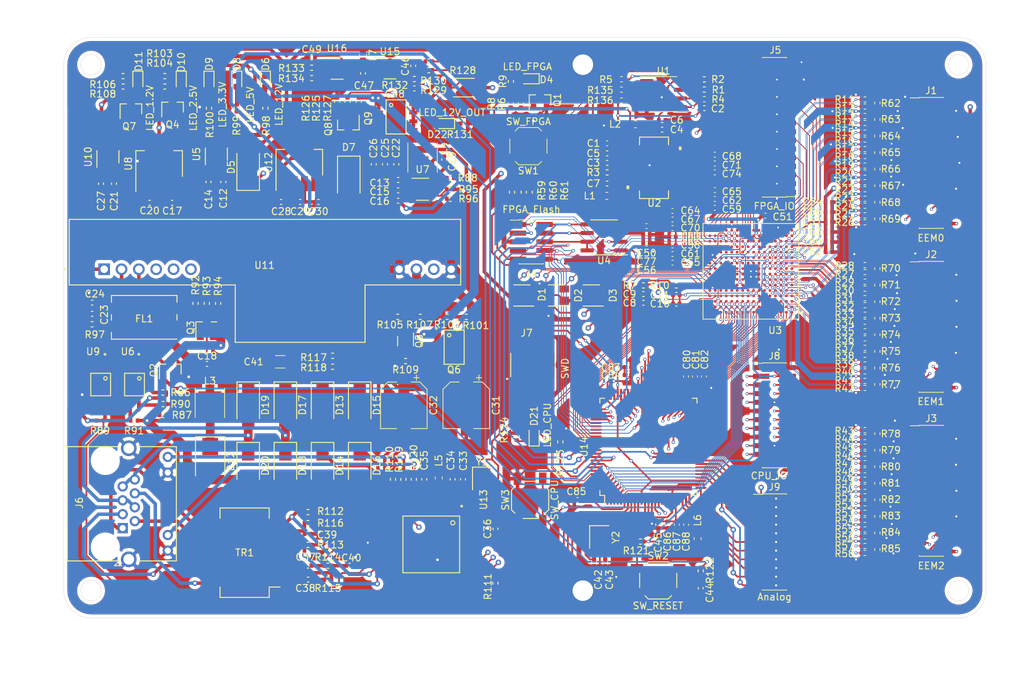
<source format=kicad_pcb>
(kicad_pcb (version 20171130) (host pcbnew 5.1.10-88a1d61d58~88~ubuntu20.04.1)

  (general
    (thickness 1.6)
    (drawings 20)
    (tracks 3831)
    (zones 0)
    (modules 287)
    (nets 307)
  )

  (page A4)
  (layers
    (0 F.Cu signal)
    (1 In1.Cu signal)
    (2 In2.Cu power)
    (31 B.Cu signal)
    (32 B.Adhes user)
    (33 F.Adhes user)
    (34 B.Paste user)
    (35 F.Paste user)
    (36 B.SilkS user)
    (37 F.SilkS user)
    (38 B.Mask user)
    (39 F.Mask user)
    (40 Dwgs.User user)
    (41 Cmts.User user)
    (42 Eco1.User user)
    (43 Eco2.User user)
    (44 Edge.Cuts user)
    (45 Margin user)
    (46 B.CrtYd user)
    (47 F.CrtYd user)
    (48 B.Fab user)
    (49 F.Fab user)
  )

  (setup
    (last_trace_width 0.254)
    (user_trace_width 0.0889)
    (user_trace_width 0.1016)
    (user_trace_width 0.127)
    (user_trace_width 0.254)
    (user_trace_width 0.508)
    (user_trace_width 0.762)
    (user_trace_width 1.016)
    (user_trace_width 1.27)
    (trace_clearance 0.0889)
    (zone_clearance 0.508)
    (zone_45_only no)
    (trace_min 0.0889)
    (via_size 0.8)
    (via_drill 0.4)
    (via_min_size 0.4)
    (via_min_drill 0.2)
    (user_via 0.4 0.2)
    (user_via 0.45 0.25)
    (user_via 0.5 0.3)
    (user_via 4.199999 4)
    (uvia_size 0.3)
    (uvia_drill 0.1)
    (uvias_allowed no)
    (uvia_min_size 0.2)
    (uvia_min_drill 0.1)
    (edge_width 0.05)
    (segment_width 0.127)
    (pcb_text_width 0.3)
    (pcb_text_size 1.5 1.5)
    (mod_edge_width 0.1524)
    (mod_text_size 1.016 1.016)
    (mod_text_width 0.1524)
    (pad_size 1.524 1.524)
    (pad_drill 0.762)
    (pad_to_mask_clearance 0)
    (solder_mask_min_width 0.00254)
    (aux_axis_origin 0 0)
    (grid_origin 210 57)
    (visible_elements FFFFFF7F)
    (pcbplotparams
      (layerselection 0x010fc_ffffffff)
      (usegerberextensions false)
      (usegerberattributes true)
      (usegerberadvancedattributes true)
      (creategerberjobfile true)
      (excludeedgelayer true)
      (linewidth 0.100000)
      (plotframeref false)
      (viasonmask false)
      (mode 1)
      (useauxorigin false)
      (hpglpennumber 1)
      (hpglpenspeed 20)
      (hpglpendiameter 15.000000)
      (psnegative false)
      (psa4output false)
      (plotreference true)
      (plotvalue true)
      (plotinvisibletext false)
      (padsonsilk false)
      (subtractmaskfromsilk false)
      (outputformat 1)
      (mirror false)
      (drillshape 1)
      (scaleselection 1)
      (outputdirectory ""))
  )

  (net 0 "")
  (net 1 "Net-(C1-Pad1)")
  (net 2 GND)
  (net 3 "Net-(C2-Pad1)")
  (net 4 /HighSpeedADC/+5VA)
  (net 5 /FPGA/GNDPLL0)
  (net 6 /FPGA/VCCPLL0)
  (net 7 /FPGA/GNDPLL1)
  (net 8 /FPGA/VCCPLL1)
  (net 9 +12V_OUT)
  (net 10 /CurrentSenser/12V_CURRENT)
  (net 11 /Power/+6V5)
  (net 12 +12V)
  (net 13 +3V3)
  (net 14 "Net-(C24-Pad1)")
  (net 15 +2V5)
  (net 16 +1V2)
  (net 17 +5V)
  (net 18 "Net-(C38-Pad1)")
  (net 19 "Net-(C40-Pad1)")
  (net 20 "Net-(C41-Pad1)")
  (net 21 /Ethernet/+3V3A)
  (net 22 "Net-(C44-Pad2)")
  (net 23 "Net-(C46-Pad1)")
  (net 24 /MCU/+3V3A)
  (net 25 +3V3MP)
  (net 26 "Net-(D4-Pad2)")
  (net 27 "Net-(D4-Pad1)")
  (net 28 "Net-(D9-Pad2)")
  (net 29 "Net-(D10-Pad2)")
  (net 30 "Net-(D11-Pad2)")
  (net 31 "Net-(D13-Pad2)")
  (net 32 /Ethernet/POE_VC-)
  (net 33 /Ethernet/POE_VC+)
  (net 34 "Net-(D15-Pad2)")
  (net 35 "Net-(D17-Pad2)")
  (net 36 "Net-(D19-Pad2)")
  (net 37 "Net-(D21-Pad2)")
  (net 38 /FPGA_IO1)
  (net 39 /FPGA_IO3)
  (net 40 /FPGA_IO5)
  (net 41 /FPGA_IO7)
  (net 42 /FPGA_IO9)
  (net 43 /FPGA_IO11)
  (net 44 /FPGA_IO13)
  (net 45 /FPGA_IO15)
  (net 46 /FPGA_IO14)
  (net 47 /FPGA_IO12)
  (net 48 /FPGA_IO10)
  (net 49 /FPGA_IO8)
  (net 50 /FPGA_IO6)
  (net 51 /FPGA_IO4)
  (net 52 /FPGA_IO2)
  (net 53 /FPGA_IO0)
  (net 54 /MCU/CPU_SWCLK)
  (net 55 /MCU/CPU_SWDIO)
  (net 56 /MCU/CPU_UART4_TX)
  (net 57 /MCU/CPU_UART4_RX)
  (net 58 /MCU/CPU_PWM_CH1)
  (net 59 /MCU/CPU_PWM_CH2)
  (net 60 /MCU/CPU_PWM_CH3)
  (net 61 /MCU/CPU_PWM_CH4)
  (net 62 /MCU/CPU_IIC2_SDA)
  (net 63 /MCU/CPU_IIC2_SCL)
  (net 64 /MCU/CPU_UART1_RX)
  (net 65 /MCU/CPU_UART1_TX)
  (net 66 /MCU/CPU_SPI2_MOSI)
  (net 67 /MCU/CPU_SPI2_MISO)
  (net 68 /MCU/CPU_SPI2_SCK)
  (net 69 /MCU/CPU_SPI2_CS)
  (net 70 /MCU/CPU_DAC1)
  (net 71 /MCU/CPU_DAC0)
  (net 72 /MCU/CPU_ADC7)
  (net 73 /MCU/CPU_ADC6)
  (net 74 /MCU/CPU_ADC5)
  (net 75 /MCU/CPU_ADC4)
  (net 76 /MCU/CPU_ADC3)
  (net 77 /MCU/CPU_ADC2)
  (net 78 /MCU/CPU_ADC1)
  (net 79 /MCU/CPU_ADC0)
  (net 80 /CurrentSenser/12V_SW)
  (net 81 "Net-(Q1-Pad1)")
  (net 82 "Net-(Q2-Pad3)")
  (net 83 /MCU/CPU_RESET)
  (net 84 "Net-(Q7-Pad1)")
  (net 85 "Net-(R4-Pad1)")
  (net 86 /MCU/CPU_POE_AT_EVENT)
  (net 87 /MCU/CPU_POE_SRC_STATUS)
  (net 88 /Ethernet/RJ45_LED_G)
  (net 89 /Ethernet/RJ45_LED_Y)
  (net 90 "Net-(C3-Pad1)")
  (net 91 /CurrentSenser/+3V3A)
  (net 92 /EEM0_IIC_SCL)
  (net 93 /EEM0_IIC_SDA)
  (net 94 /EEM1_IIC_SCL)
  (net 95 /EEM1_IIC_SDA)
  (net 96 /EEM2_IIC_SCL)
  (net 97 /EEM2_IIC_SDA)
  (net 98 /EEM0_7_N)
  (net 99 /EEM0_6_P)
  (net 100 /EEM0_5_N)
  (net 101 /EEM0_4_P)
  (net 102 /EEM0_3_N)
  (net 103 /EEM0_2_P)
  (net 104 /EEM0_1_N)
  (net 105 /EEM0_0_P)
  (net 106 /EEM0_7_P)
  (net 107 /EEM0_6_N)
  (net 108 /EEM0_5_P)
  (net 109 /EEM0_4_N)
  (net 110 /EEM0_3_P)
  (net 111 /EEM0_2_N)
  (net 112 /EEM0_1_P)
  (net 113 /EEM0_0_N)
  (net 114 /EEM1_7_N)
  (net 115 /EEM1_6_P)
  (net 116 /EEM1_5_N)
  (net 117 /EEM1_4_P)
  (net 118 /EEM1_3_N)
  (net 119 /EEM1_2_P)
  (net 120 /EEM1_1_N)
  (net 121 /EEM1_0_P)
  (net 122 /EEM1_7_P)
  (net 123 /EEM1_6_N)
  (net 124 /EEM1_5_P)
  (net 125 /EEM1_4_N)
  (net 126 /EEM1_3_P)
  (net 127 /EEM1_2_N)
  (net 128 /EEM1_1_P)
  (net 129 /EEM1_0_N)
  (net 130 /EEM2_7_N)
  (net 131 /EEM2_6_P)
  (net 132 /EEM2_5_N)
  (net 133 /EEM2_4_P)
  (net 134 /EEM2_3_N)
  (net 135 /EEM2_2_P)
  (net 136 /EEM2_1_N)
  (net 137 /EEM2_0_P)
  (net 138 /EEM2_7_P)
  (net 139 /EEM2_6_N)
  (net 140 /EEM2_5_P)
  (net 141 /EEM2_4_N)
  (net 142 /EEM2_3_P)
  (net 143 /EEM2_2_N)
  (net 144 /EEM2_1_P)
  (net 145 /EEM2_0_N)
  (net 146 /CDONE)
  (net 147 /CRESET)
  (net 148 /SPI_CS)
  (net 149 /ENC_INT)
  (net 150 /ADC_D0)
  (net 151 /ADC_D1)
  (net 152 /ADC_D2)
  (net 153 /ADC_D3)
  (net 154 /ADC_D4)
  (net 155 /ADC_D5)
  (net 156 /ADC_D6)
  (net 157 /ADC_D7)
  (net 158 /ADC_CLK)
  (net 159 /FSMC_CLK)
  (net 160 /FSMC_D15)
  (net 161 /FSMC_D9)
  (net 162 /FSMC_D10)
  (net 163 /FSMC_D0)
  (net 164 /FSMC_A7)
  (net 165 /FSMC_NL)
  (net 166 /FSMC_NBL0)
  (net 167 /FSMC_D6)
  (net 168 /FSMC_D7)
  (net 169 /FSMC_D5)
  (net 170 /FSMC_D1)
  (net 171 /FSMC_A3)
  (net 172 /FSMC_A1)
  (net 173 /FSMC_NWAIT)
  (net 174 /FSMC_NOE)
  (net 175 /FSMC_D12)
  (net 176 /FSMC_D8)
  (net 177 /FSMC_D3)
  (net 178 /FSMC_A4)
  (net 179 /FSMC_A6)
  (net 180 /FSMC_A0)
  (net 181 /FSMC_NBL1)
  (net 182 /FSMC_D14)
  (net 183 /FSMC_D11)
  (net 184 /FSMC_D4)
  (net 185 /FSMC_A2)
  (net 186 /FSMC_D13)
  (net 187 /FSMC_D2)
  (net 188 /FSMC_A5)
  (net 189 /FSMC_NE1)
  (net 190 /FSMC_NWE)
  (net 191 /CSBSEL0)
  (net 192 /SPI_MOSI)
  (net 193 /SPI_MISO)
  (net 194 /CSBSEL1)
  (net 195 /SPI_SCK)
  (net 196 /SPI_ENC_CS)
  (net 197 "Net-(C5-Pad2)")
  (net 198 "Net-(C7-Pad2)")
  (net 199 "Net-(C18-Pad2)")
  (net 200 "Net-(C18-Pad1)")
  (net 201 "Net-(C19-Pad2)")
  (net 202 "Net-(C19-Pad1)")
  (net 203 "Net-(C23-Pad2)")
  (net 204 "Net-(C31-Pad1)")
  (net 205 "Net-(C33-Pad1)")
  (net 206 "Net-(C34-Pad1)")
  (net 207 "Net-(C36-Pad2)")
  (net 208 "Net-(C37-Pad2)")
  (net 209 "Net-(C37-Pad1)")
  (net 210 "Net-(C38-Pad2)")
  (net 211 "Net-(C39-Pad1)")
  (net 212 "Net-(C42-Pad1)")
  (net 213 "Net-(C43-Pad1)")
  (net 214 "Net-(D6-Pad2)")
  (net 215 "Net-(D8-Pad2)")
  (net 216 "Net-(D10-Pad1)")
  (net 217 "Net-(D11-Pad1)")
  (net 218 "Net-(D21-Pad1)")
  (net 219 "Net-(D22-Pad1)")
  (net 220 "Net-(Q3-Pad1)")
  (net 221 "Net-(Q4-Pad1)")
  (net 222 "Net-(Q5-Pad6)")
  (net 223 "Net-(Q5-Pad2)")
  (net 224 "Net-(Q5-Pad3)")
  (net 225 "Net-(Q8-Pad3)")
  (net 226 "Net-(Q8-Pad1)")
  (net 227 "Net-(R87-Pad1)")
  (net 228 "Net-(R132-Pad2)")
  (net 229 "Net-(U11-Pad3)")
  (net 230 "Net-(U15-Pad3)")
  (net 231 "Net-(C46-Pad2)")
  (net 232 "Net-(D22-Pad2)")
  (net 233 HSADC_IN)
  (net 234 "Net-(J6-Pad12)")
  (net 235 "Net-(J6-Pad10)")
  (net 236 "Net-(J6-Pad6)")
  (net 237 "Net-(J6-Pad2)")
  (net 238 "Net-(J6-Pad3)")
  (net 239 "Net-(J6-Pad1)")
  (net 240 "Net-(R86-Pad2)")
  (net 241 "Net-(R88-Pad1)")
  (net 242 "Net-(R95-Pad1)")
  (net 243 "Net-(R97-Pad2)")
  (net 244 "Net-(R110-Pad1)")
  (net 245 "Net-(R112-Pad1)")
  (net 246 "Net-(R113-Pad2)")
  (net 247 "Net-(R123-Pad1)")
  (net 248 "Net-(R133-Pad2)")
  (net 249 "Net-(SW3-Pad2)")
  (net 250 /FPGA/LVDS0_0_P)
  (net 251 /FPGA/LVDS0_0_N)
  (net 252 /FPGA/LVDS0_1_P)
  (net 253 /FPGA/LVDS0_1_N)
  (net 254 /FPGA/LVDS0_2_P)
  (net 255 /FPGA/LVDS0_2_N)
  (net 256 /FPGA/LVDS0_3_P)
  (net 257 /FPGA/LVDS0_3_N)
  (net 258 /FPGA/LVDS0_4_P)
  (net 259 /FPGA/LVDS0_4_N)
  (net 260 /FPGA/LVDS0_5_P)
  (net 261 /FPGA/LVDS0_5_N)
  (net 262 /FPGA/LVDS0_6_P)
  (net 263 /FPGA/LVDS0_6_N)
  (net 264 /FPGA/LVDS0_7_P)
  (net 265 /FPGA/LVDS0_7_N)
  (net 266 /FPGA/LVDS1_0_P)
  (net 267 /FPGA/LVDS1_0_N)
  (net 268 /FPGA/LVDS1_1_P)
  (net 269 /FPGA/LVDS1_1_N)
  (net 270 /FPGA/LVDS1_2_P)
  (net 271 /FPGA/LVDS1_2_N)
  (net 272 /FPGA/LVDS1_3_P)
  (net 273 /FPGA/LVDS1_3_N)
  (net 274 /FPGA/LVDS1_4_P)
  (net 275 /FPGA/LVDS1_4_N)
  (net 276 /FPGA/LVDS1_5_P)
  (net 277 /FPGA/LVDS1_5_N)
  (net 278 /FPGA/LVDS1_6_P)
  (net 279 /FPGA/LVDS1_6_N)
  (net 280 /FPGA/LVDS1_7_P)
  (net 281 /FPGA/LVDS1_7_N)
  (net 282 /FPGA/LVDS2_0_P)
  (net 283 /FPGA/LVDS2_0_N)
  (net 284 /FPGA/LVDS2_1_P)
  (net 285 /FPGA/LVDS2_1_N)
  (net 286 /FPGA/LVDS2_2_P)
  (net 287 /FPGA/LVDS2_2_N)
  (net 288 /FPGA/LVDS2_3_P)
  (net 289 /FPGA/LVDS2_3_N)
  (net 290 /FPGA/LVDS2_4_P)
  (net 291 /FPGA/LVDS2_4_N)
  (net 292 /FPGA/LVDS2_5_P)
  (net 293 /FPGA/LVDS2_5_N)
  (net 294 /FPGA/LVDS2_6_P)
  (net 295 /FPGA/LVDS2_6_N)
  (net 296 /FPGA/LVDS2_7_P)
  (net 297 /FPGA/LVDS2_7_N)
  (net 298 /FPGA/FPGA_LED)
  (net 299 /FPGA/FPGA_KEY)
  (net 300 /IIC_SCL)
  (net 301 /IIC_SDA)
  (net 302 "Net-(R1-Pad2)")
  (net 303 "Net-(R2-Pad2)")
  (net 304 "Net-(R135-Pad2)")
  (net 305 "Net-(R135-Pad1)")
  (net 306 "Net-(R136-Pad2)")

  (net_class Default "This is the default net class."
    (clearance 0.0889)
    (trace_width 0.25)
    (via_dia 0.8)
    (via_drill 0.4)
    (uvia_dia 0.3)
    (uvia_drill 0.1)
    (diff_pair_width 0.0889)
    (diff_pair_gap 0.1016)
    (add_net +12V)
    (add_net +12V_OUT)
    (add_net +1V2)
    (add_net +2V5)
    (add_net +3V3)
    (add_net +3V3MP)
    (add_net +5V)
    (add_net /ADC_CLK)
    (add_net /ADC_D0)
    (add_net /ADC_D1)
    (add_net /ADC_D2)
    (add_net /ADC_D3)
    (add_net /ADC_D4)
    (add_net /ADC_D5)
    (add_net /ADC_D6)
    (add_net /ADC_D7)
    (add_net /CDONE)
    (add_net /CRESET)
    (add_net /CSBSEL0)
    (add_net /CSBSEL1)
    (add_net /CurrentSenser/+3V3A)
    (add_net /CurrentSenser/12V_CURRENT)
    (add_net /CurrentSenser/12V_SW)
    (add_net /EEM0_0_N)
    (add_net /EEM0_0_P)
    (add_net /EEM0_1_N)
    (add_net /EEM0_1_P)
    (add_net /EEM0_2_N)
    (add_net /EEM0_2_P)
    (add_net /EEM0_3_N)
    (add_net /EEM0_3_P)
    (add_net /EEM0_4_N)
    (add_net /EEM0_4_P)
    (add_net /EEM0_5_N)
    (add_net /EEM0_5_P)
    (add_net /EEM0_6_N)
    (add_net /EEM0_6_P)
    (add_net /EEM0_7_N)
    (add_net /EEM0_7_P)
    (add_net /EEM0_IIC_SCL)
    (add_net /EEM0_IIC_SDA)
    (add_net /EEM1_0_N)
    (add_net /EEM1_0_P)
    (add_net /EEM1_1_N)
    (add_net /EEM1_1_P)
    (add_net /EEM1_2_N)
    (add_net /EEM1_2_P)
    (add_net /EEM1_3_N)
    (add_net /EEM1_3_P)
    (add_net /EEM1_4_N)
    (add_net /EEM1_4_P)
    (add_net /EEM1_5_N)
    (add_net /EEM1_5_P)
    (add_net /EEM1_6_N)
    (add_net /EEM1_6_P)
    (add_net /EEM1_7_N)
    (add_net /EEM1_7_P)
    (add_net /EEM1_IIC_SCL)
    (add_net /EEM1_IIC_SDA)
    (add_net /EEM2_0_N)
    (add_net /EEM2_0_P)
    (add_net /EEM2_1_N)
    (add_net /EEM2_1_P)
    (add_net /EEM2_2_N)
    (add_net /EEM2_2_P)
    (add_net /EEM2_3_N)
    (add_net /EEM2_3_P)
    (add_net /EEM2_4_N)
    (add_net /EEM2_4_P)
    (add_net /EEM2_5_N)
    (add_net /EEM2_5_P)
    (add_net /EEM2_6_N)
    (add_net /EEM2_6_P)
    (add_net /EEM2_7_N)
    (add_net /EEM2_7_P)
    (add_net /EEM2_IIC_SCL)
    (add_net /EEM2_IIC_SDA)
    (add_net /ENC_INT)
    (add_net /Ethernet/+3V3A)
    (add_net /Ethernet/POE_VC+)
    (add_net /Ethernet/POE_VC-)
    (add_net /Ethernet/RJ45_LED_G)
    (add_net /Ethernet/RJ45_LED_Y)
    (add_net /FPGA/FPGA_KEY)
    (add_net /FPGA/FPGA_LED)
    (add_net /FPGA/GNDPLL0)
    (add_net /FPGA/GNDPLL1)
    (add_net /FPGA/LVDS0_0_N)
    (add_net /FPGA/LVDS0_0_P)
    (add_net /FPGA/LVDS0_1_N)
    (add_net /FPGA/LVDS0_1_P)
    (add_net /FPGA/LVDS0_2_N)
    (add_net /FPGA/LVDS0_2_P)
    (add_net /FPGA/LVDS0_3_N)
    (add_net /FPGA/LVDS0_3_P)
    (add_net /FPGA/LVDS0_4_N)
    (add_net /FPGA/LVDS0_4_P)
    (add_net /FPGA/LVDS0_5_N)
    (add_net /FPGA/LVDS0_5_P)
    (add_net /FPGA/LVDS0_6_N)
    (add_net /FPGA/LVDS0_6_P)
    (add_net /FPGA/LVDS0_7_N)
    (add_net /FPGA/LVDS0_7_P)
    (add_net /FPGA/LVDS1_0_N)
    (add_net /FPGA/LVDS1_0_P)
    (add_net /FPGA/LVDS1_1_N)
    (add_net /FPGA/LVDS1_1_P)
    (add_net /FPGA/LVDS1_2_N)
    (add_net /FPGA/LVDS1_2_P)
    (add_net /FPGA/LVDS1_3_N)
    (add_net /FPGA/LVDS1_3_P)
    (add_net /FPGA/LVDS1_4_N)
    (add_net /FPGA/LVDS1_4_P)
    (add_net /FPGA/LVDS1_5_N)
    (add_net /FPGA/LVDS1_5_P)
    (add_net /FPGA/LVDS1_6_N)
    (add_net /FPGA/LVDS1_6_P)
    (add_net /FPGA/LVDS1_7_N)
    (add_net /FPGA/LVDS1_7_P)
    (add_net /FPGA/LVDS2_0_N)
    (add_net /FPGA/LVDS2_0_P)
    (add_net /FPGA/LVDS2_1_N)
    (add_net /FPGA/LVDS2_1_P)
    (add_net /FPGA/LVDS2_2_N)
    (add_net /FPGA/LVDS2_2_P)
    (add_net /FPGA/LVDS2_3_N)
    (add_net /FPGA/LVDS2_3_P)
    (add_net /FPGA/LVDS2_4_N)
    (add_net /FPGA/LVDS2_4_P)
    (add_net /FPGA/LVDS2_5_N)
    (add_net /FPGA/LVDS2_5_P)
    (add_net /FPGA/LVDS2_6_N)
    (add_net /FPGA/LVDS2_6_P)
    (add_net /FPGA/LVDS2_7_N)
    (add_net /FPGA/LVDS2_7_P)
    (add_net /FPGA/VCCPLL0)
    (add_net /FPGA/VCCPLL1)
    (add_net /FPGA_IO0)
    (add_net /FPGA_IO1)
    (add_net /FPGA_IO10)
    (add_net /FPGA_IO11)
    (add_net /FPGA_IO12)
    (add_net /FPGA_IO13)
    (add_net /FPGA_IO14)
    (add_net /FPGA_IO15)
    (add_net /FPGA_IO2)
    (add_net /FPGA_IO3)
    (add_net /FPGA_IO4)
    (add_net /FPGA_IO5)
    (add_net /FPGA_IO6)
    (add_net /FPGA_IO7)
    (add_net /FPGA_IO8)
    (add_net /FPGA_IO9)
    (add_net /FSMC_A0)
    (add_net /FSMC_A1)
    (add_net /FSMC_A2)
    (add_net /FSMC_A3)
    (add_net /FSMC_A4)
    (add_net /FSMC_A5)
    (add_net /FSMC_A6)
    (add_net /FSMC_A7)
    (add_net /FSMC_CLK)
    (add_net /FSMC_D0)
    (add_net /FSMC_D1)
    (add_net /FSMC_D10)
    (add_net /FSMC_D11)
    (add_net /FSMC_D12)
    (add_net /FSMC_D13)
    (add_net /FSMC_D14)
    (add_net /FSMC_D15)
    (add_net /FSMC_D2)
    (add_net /FSMC_D3)
    (add_net /FSMC_D4)
    (add_net /FSMC_D5)
    (add_net /FSMC_D6)
    (add_net /FSMC_D7)
    (add_net /FSMC_D8)
    (add_net /FSMC_D9)
    (add_net /FSMC_NBL0)
    (add_net /FSMC_NBL1)
    (add_net /FSMC_NE1)
    (add_net /FSMC_NL)
    (add_net /FSMC_NOE)
    (add_net /FSMC_NWAIT)
    (add_net /FSMC_NWE)
    (add_net /HighSpeedADC/+5VA)
    (add_net /IIC_SCL)
    (add_net /IIC_SDA)
    (add_net /MCU/+3V3A)
    (add_net /MCU/CPU_ADC0)
    (add_net /MCU/CPU_ADC1)
    (add_net /MCU/CPU_ADC2)
    (add_net /MCU/CPU_ADC3)
    (add_net /MCU/CPU_ADC4)
    (add_net /MCU/CPU_ADC5)
    (add_net /MCU/CPU_ADC6)
    (add_net /MCU/CPU_ADC7)
    (add_net /MCU/CPU_DAC0)
    (add_net /MCU/CPU_DAC1)
    (add_net /MCU/CPU_IIC2_SCL)
    (add_net /MCU/CPU_IIC2_SDA)
    (add_net /MCU/CPU_POE_AT_EVENT)
    (add_net /MCU/CPU_POE_SRC_STATUS)
    (add_net /MCU/CPU_PWM_CH1)
    (add_net /MCU/CPU_PWM_CH2)
    (add_net /MCU/CPU_PWM_CH3)
    (add_net /MCU/CPU_PWM_CH4)
    (add_net /MCU/CPU_RESET)
    (add_net /MCU/CPU_SPI2_CS)
    (add_net /MCU/CPU_SPI2_MISO)
    (add_net /MCU/CPU_SPI2_MOSI)
    (add_net /MCU/CPU_SPI2_SCK)
    (add_net /MCU/CPU_SWCLK)
    (add_net /MCU/CPU_SWDIO)
    (add_net /MCU/CPU_UART1_RX)
    (add_net /MCU/CPU_UART1_TX)
    (add_net /MCU/CPU_UART4_RX)
    (add_net /MCU/CPU_UART4_TX)
    (add_net /Power/+6V5)
    (add_net /SPI_CS)
    (add_net /SPI_ENC_CS)
    (add_net /SPI_MISO)
    (add_net /SPI_MOSI)
    (add_net /SPI_SCK)
    (add_net GND)
    (add_net HSADC_IN)
    (add_net "Net-(C1-Pad1)")
    (add_net "Net-(C18-Pad1)")
    (add_net "Net-(C18-Pad2)")
    (add_net "Net-(C19-Pad1)")
    (add_net "Net-(C19-Pad2)")
    (add_net "Net-(C2-Pad1)")
    (add_net "Net-(C23-Pad2)")
    (add_net "Net-(C24-Pad1)")
    (add_net "Net-(C3-Pad1)")
    (add_net "Net-(C31-Pad1)")
    (add_net "Net-(C33-Pad1)")
    (add_net "Net-(C34-Pad1)")
    (add_net "Net-(C36-Pad2)")
    (add_net "Net-(C37-Pad1)")
    (add_net "Net-(C37-Pad2)")
    (add_net "Net-(C38-Pad1)")
    (add_net "Net-(C38-Pad2)")
    (add_net "Net-(C39-Pad1)")
    (add_net "Net-(C40-Pad1)")
    (add_net "Net-(C41-Pad1)")
    (add_net "Net-(C42-Pad1)")
    (add_net "Net-(C43-Pad1)")
    (add_net "Net-(C44-Pad2)")
    (add_net "Net-(C46-Pad1)")
    (add_net "Net-(C46-Pad2)")
    (add_net "Net-(C5-Pad2)")
    (add_net "Net-(C7-Pad2)")
    (add_net "Net-(D10-Pad1)")
    (add_net "Net-(D10-Pad2)")
    (add_net "Net-(D11-Pad1)")
    (add_net "Net-(D11-Pad2)")
    (add_net "Net-(D13-Pad2)")
    (add_net "Net-(D15-Pad2)")
    (add_net "Net-(D17-Pad2)")
    (add_net "Net-(D19-Pad2)")
    (add_net "Net-(D21-Pad1)")
    (add_net "Net-(D21-Pad2)")
    (add_net "Net-(D22-Pad1)")
    (add_net "Net-(D22-Pad2)")
    (add_net "Net-(D4-Pad1)")
    (add_net "Net-(D4-Pad2)")
    (add_net "Net-(D6-Pad2)")
    (add_net "Net-(D8-Pad2)")
    (add_net "Net-(D9-Pad2)")
    (add_net "Net-(J6-Pad1)")
    (add_net "Net-(J6-Pad10)")
    (add_net "Net-(J6-Pad12)")
    (add_net "Net-(J6-Pad2)")
    (add_net "Net-(J6-Pad3)")
    (add_net "Net-(J6-Pad6)")
    (add_net "Net-(Q1-Pad1)")
    (add_net "Net-(Q2-Pad3)")
    (add_net "Net-(Q3-Pad1)")
    (add_net "Net-(Q4-Pad1)")
    (add_net "Net-(Q5-Pad2)")
    (add_net "Net-(Q5-Pad3)")
    (add_net "Net-(Q5-Pad6)")
    (add_net "Net-(Q7-Pad1)")
    (add_net "Net-(Q8-Pad1)")
    (add_net "Net-(Q8-Pad3)")
    (add_net "Net-(R1-Pad2)")
    (add_net "Net-(R110-Pad1)")
    (add_net "Net-(R112-Pad1)")
    (add_net "Net-(R113-Pad2)")
    (add_net "Net-(R123-Pad1)")
    (add_net "Net-(R132-Pad2)")
    (add_net "Net-(R133-Pad2)")
    (add_net "Net-(R135-Pad1)")
    (add_net "Net-(R135-Pad2)")
    (add_net "Net-(R136-Pad2)")
    (add_net "Net-(R2-Pad2)")
    (add_net "Net-(R4-Pad1)")
    (add_net "Net-(R86-Pad2)")
    (add_net "Net-(R87-Pad1)")
    (add_net "Net-(R88-Pad1)")
    (add_net "Net-(R95-Pad1)")
    (add_net "Net-(R97-Pad2)")
    (add_net "Net-(SW3-Pad2)")
    (add_net "Net-(U11-Pad3)")
    (add_net "Net-(U15-Pad3)")
  )

  (module Capacitor_SMD:C_0402_1005Metric (layer F.Cu) (tedit 5F68FEEE) (tstamp 60E5ADD7)
    (at 170.12 124.34 270)
    (descr "Capacitor SMD 0402 (1005 Metric), square (rectangular) end terminal, IPC_7351 nominal, (Body size source: IPC-SM-782 page 76, https://www.pcb-3d.com/wordpress/wp-content/uploads/ipc-sm-782a_amendment_1_and_2.pdf), generated with kicad-footprint-generator")
    (tags capacitor)
    (path /60C2FDBB/61BD053F)
    (attr smd)
    (fp_text reference C88 (at 2.47 0.01 90) (layer F.SilkS)
      (effects (font (size 1 1) (thickness 0.15)))
    )
    (fp_text value 10nF (at 0 1.16 90) (layer F.Fab) hide
      (effects (font (size 1 1) (thickness 0.15)))
    )
    (fp_line (start 0.91 0.46) (end -0.91 0.46) (layer F.CrtYd) (width 0.05))
    (fp_line (start 0.91 -0.46) (end 0.91 0.46) (layer F.CrtYd) (width 0.05))
    (fp_line (start -0.91 -0.46) (end 0.91 -0.46) (layer F.CrtYd) (width 0.05))
    (fp_line (start -0.91 0.46) (end -0.91 -0.46) (layer F.CrtYd) (width 0.05))
    (fp_line (start -0.107836 0.36) (end 0.107836 0.36) (layer F.SilkS) (width 0.12))
    (fp_line (start -0.107836 -0.36) (end 0.107836 -0.36) (layer F.SilkS) (width 0.12))
    (fp_line (start 0.5 0.25) (end -0.5 0.25) (layer F.Fab) (width 0.1))
    (fp_line (start 0.5 -0.25) (end 0.5 0.25) (layer F.Fab) (width 0.1))
    (fp_line (start -0.5 -0.25) (end 0.5 -0.25) (layer F.Fab) (width 0.1))
    (fp_line (start -0.5 0.25) (end -0.5 -0.25) (layer F.Fab) (width 0.1))
    (fp_text user %R (at 0 0 90) (layer F.Fab) hide
      (effects (font (size 0.25 0.25) (thickness 0.04)))
    )
    (pad 2 smd roundrect (at 0.48 0 270) (size 0.56 0.62) (layers F.Cu F.Paste F.Mask) (roundrect_rratio 0.25)
      (net 2 GND))
    (pad 1 smd roundrect (at -0.48 0 270) (size 0.56 0.62) (layers F.Cu F.Paste F.Mask) (roundrect_rratio 0.25)
      (net 24 /MCU/+3V3A))
    (model ${KISYS3DMOD}/Capacitor_SMD.3dshapes/C_0402_1005Metric.wrl
      (at (xyz 0 0 0))
      (scale (xyz 1 1 1))
      (rotate (xyz 0 0 0))
    )
  )

  (module Capacitor_SMD:C_0402_1005Metric (layer F.Cu) (tedit 5F68FEEE) (tstamp 60E5ADC6)
    (at 168.756666 124.34 270)
    (descr "Capacitor SMD 0402 (1005 Metric), square (rectangular) end terminal, IPC_7351 nominal, (Body size source: IPC-SM-782 page 76, https://www.pcb-3d.com/wordpress/wp-content/uploads/ipc-sm-782a_amendment_1_and_2.pdf), generated with kicad-footprint-generator")
    (tags capacitor)
    (path /60C2FDBB/61BD0538)
    (attr smd)
    (fp_text reference C87 (at 2.47 0.01 90) (layer F.SilkS)
      (effects (font (size 1 1) (thickness 0.15)))
    )
    (fp_text value 1uF (at 0 1.16 90) (layer F.Fab) hide
      (effects (font (size 1 1) (thickness 0.15)))
    )
    (fp_line (start 0.91 0.46) (end -0.91 0.46) (layer F.CrtYd) (width 0.05))
    (fp_line (start 0.91 -0.46) (end 0.91 0.46) (layer F.CrtYd) (width 0.05))
    (fp_line (start -0.91 -0.46) (end 0.91 -0.46) (layer F.CrtYd) (width 0.05))
    (fp_line (start -0.91 0.46) (end -0.91 -0.46) (layer F.CrtYd) (width 0.05))
    (fp_line (start -0.107836 0.36) (end 0.107836 0.36) (layer F.SilkS) (width 0.12))
    (fp_line (start -0.107836 -0.36) (end 0.107836 -0.36) (layer F.SilkS) (width 0.12))
    (fp_line (start 0.5 0.25) (end -0.5 0.25) (layer F.Fab) (width 0.1))
    (fp_line (start 0.5 -0.25) (end 0.5 0.25) (layer F.Fab) (width 0.1))
    (fp_line (start -0.5 -0.25) (end 0.5 -0.25) (layer F.Fab) (width 0.1))
    (fp_line (start -0.5 0.25) (end -0.5 -0.25) (layer F.Fab) (width 0.1))
    (fp_text user %R (at 0 0 90) (layer F.Fab) hide
      (effects (font (size 0.25 0.25) (thickness 0.04)))
    )
    (pad 2 smd roundrect (at 0.48 0 270) (size 0.56 0.62) (layers F.Cu F.Paste F.Mask) (roundrect_rratio 0.25)
      (net 2 GND))
    (pad 1 smd roundrect (at -0.48 0 270) (size 0.56 0.62) (layers F.Cu F.Paste F.Mask) (roundrect_rratio 0.25)
      (net 24 /MCU/+3V3A))
    (model ${KISYS3DMOD}/Capacitor_SMD.3dshapes/C_0402_1005Metric.wrl
      (at (xyz 0 0 0))
      (scale (xyz 1 1 1))
      (rotate (xyz 0 0 0))
    )
  )

  (module Capacitor_SMD:C_0402_1005Metric (layer F.Cu) (tedit 5F68FEEE) (tstamp 60E5ADB5)
    (at 167.393333 124.34 270)
    (descr "Capacitor SMD 0402 (1005 Metric), square (rectangular) end terminal, IPC_7351 nominal, (Body size source: IPC-SM-782 page 76, https://www.pcb-3d.com/wordpress/wp-content/uploads/ipc-sm-782a_amendment_1_and_2.pdf), generated with kicad-footprint-generator")
    (tags capacitor)
    (path /60C2FDBB/619C017B)
    (attr smd)
    (fp_text reference C86 (at 2.47 0.01 90) (layer F.SilkS)
      (effects (font (size 1 1) (thickness 0.15)))
    )
    (fp_text value 10nF (at 0 1.16 90) (layer F.Fab) hide
      (effects (font (size 1 1) (thickness 0.15)))
    )
    (fp_line (start 0.91 0.46) (end -0.91 0.46) (layer F.CrtYd) (width 0.05))
    (fp_line (start 0.91 -0.46) (end 0.91 0.46) (layer F.CrtYd) (width 0.05))
    (fp_line (start -0.91 -0.46) (end 0.91 -0.46) (layer F.CrtYd) (width 0.05))
    (fp_line (start -0.91 0.46) (end -0.91 -0.46) (layer F.CrtYd) (width 0.05))
    (fp_line (start -0.107836 0.36) (end 0.107836 0.36) (layer F.SilkS) (width 0.12))
    (fp_line (start -0.107836 -0.36) (end 0.107836 -0.36) (layer F.SilkS) (width 0.12))
    (fp_line (start 0.5 0.25) (end -0.5 0.25) (layer F.Fab) (width 0.1))
    (fp_line (start 0.5 -0.25) (end 0.5 0.25) (layer F.Fab) (width 0.1))
    (fp_line (start -0.5 -0.25) (end 0.5 -0.25) (layer F.Fab) (width 0.1))
    (fp_line (start -0.5 0.25) (end -0.5 -0.25) (layer F.Fab) (width 0.1))
    (fp_text user %R (at 0 0 90) (layer F.Fab) hide
      (effects (font (size 0.25 0.25) (thickness 0.04)))
    )
    (pad 2 smd roundrect (at 0.48 0 270) (size 0.56 0.62) (layers F.Cu F.Paste F.Mask) (roundrect_rratio 0.25)
      (net 2 GND))
    (pad 1 smd roundrect (at -0.48 0 270) (size 0.56 0.62) (layers F.Cu F.Paste F.Mask) (roundrect_rratio 0.25)
      (net 24 /MCU/+3V3A))
    (model ${KISYS3DMOD}/Capacitor_SMD.3dshapes/C_0402_1005Metric.wrl
      (at (xyz 0 0 0))
      (scale (xyz 1 1 1))
      (rotate (xyz 0 0 0))
    )
  )

  (module Capacitor_SMD:C_0402_1005Metric (layer F.Cu) (tedit 5F68FEEE) (tstamp 60E5ADA4)
    (at 154.22 120.74 180)
    (descr "Capacitor SMD 0402 (1005 Metric), square (rectangular) end terminal, IPC_7351 nominal, (Body size source: IPC-SM-782 page 76, https://www.pcb-3d.com/wordpress/wp-content/uploads/ipc-sm-782a_amendment_1_and_2.pdf), generated with kicad-footprint-generator")
    (tags capacitor)
    (path /60C2FDBB/61A3D2BC)
    (attr smd)
    (fp_text reference C85 (at 0.17 1.26) (layer F.SilkS)
      (effects (font (size 1 1) (thickness 0.15)))
    )
    (fp_text value 10uF (at 0 1.16) (layer F.Fab) hide
      (effects (font (size 1 1) (thickness 0.15)))
    )
    (fp_line (start 0.91 0.46) (end -0.91 0.46) (layer F.CrtYd) (width 0.05))
    (fp_line (start 0.91 -0.46) (end 0.91 0.46) (layer F.CrtYd) (width 0.05))
    (fp_line (start -0.91 -0.46) (end 0.91 -0.46) (layer F.CrtYd) (width 0.05))
    (fp_line (start -0.91 0.46) (end -0.91 -0.46) (layer F.CrtYd) (width 0.05))
    (fp_line (start -0.107836 0.36) (end 0.107836 0.36) (layer F.SilkS) (width 0.12))
    (fp_line (start -0.107836 -0.36) (end 0.107836 -0.36) (layer F.SilkS) (width 0.12))
    (fp_line (start 0.5 0.25) (end -0.5 0.25) (layer F.Fab) (width 0.1))
    (fp_line (start 0.5 -0.25) (end 0.5 0.25) (layer F.Fab) (width 0.1))
    (fp_line (start -0.5 -0.25) (end 0.5 -0.25) (layer F.Fab) (width 0.1))
    (fp_line (start -0.5 0.25) (end -0.5 -0.25) (layer F.Fab) (width 0.1))
    (fp_text user %R (at 0 0) (layer F.Fab) hide
      (effects (font (size 0.25 0.25) (thickness 0.04)))
    )
    (pad 2 smd roundrect (at 0.48 0 180) (size 0.56 0.62) (layers F.Cu F.Paste F.Mask) (roundrect_rratio 0.25)
      (net 2 GND))
    (pad 1 smd roundrect (at -0.48 0 180) (size 0.56 0.62) (layers F.Cu F.Paste F.Mask) (roundrect_rratio 0.25)
      (net 13 +3V3))
    (model ${KISYS3DMOD}/Capacitor_SMD.3dshapes/C_0402_1005Metric.wrl
      (at (xyz 0 0 0))
      (scale (xyz 1 1 1))
      (rotate (xyz 0 0 0))
    )
  )

  (module Capacitor_SMD:C_0402_1005Metric (layer F.Cu) (tedit 5F68FEEE) (tstamp 60E5AD93)
    (at 161.58 102.43)
    (descr "Capacitor SMD 0402 (1005 Metric), square (rectangular) end terminal, IPC_7351 nominal, (Body size source: IPC-SM-782 page 76, https://www.pcb-3d.com/wordpress/wp-content/uploads/ipc-sm-782a_amendment_1_and_2.pdf), generated with kicad-footprint-generator")
    (tags capacitor)
    (path /60C2FDBB/61AF877D)
    (attr smd)
    (fp_text reference C84 (at -2.49 0.03) (layer F.SilkS)
      (effects (font (size 1 1) (thickness 0.15)))
    )
    (fp_text value 0.1uF (at 0 1.16) (layer F.Fab) hide
      (effects (font (size 1 1) (thickness 0.15)))
    )
    (fp_line (start 0.91 0.46) (end -0.91 0.46) (layer F.CrtYd) (width 0.05))
    (fp_line (start 0.91 -0.46) (end 0.91 0.46) (layer F.CrtYd) (width 0.05))
    (fp_line (start -0.91 -0.46) (end 0.91 -0.46) (layer F.CrtYd) (width 0.05))
    (fp_line (start -0.91 0.46) (end -0.91 -0.46) (layer F.CrtYd) (width 0.05))
    (fp_line (start -0.107836 0.36) (end 0.107836 0.36) (layer F.SilkS) (width 0.12))
    (fp_line (start -0.107836 -0.36) (end 0.107836 -0.36) (layer F.SilkS) (width 0.12))
    (fp_line (start 0.5 0.25) (end -0.5 0.25) (layer F.Fab) (width 0.1))
    (fp_line (start 0.5 -0.25) (end 0.5 0.25) (layer F.Fab) (width 0.1))
    (fp_line (start -0.5 -0.25) (end 0.5 -0.25) (layer F.Fab) (width 0.1))
    (fp_line (start -0.5 0.25) (end -0.5 -0.25) (layer F.Fab) (width 0.1))
    (fp_text user %R (at 0 0) (layer F.Fab) hide
      (effects (font (size 0.25 0.25) (thickness 0.04)))
    )
    (pad 2 smd roundrect (at 0.48 0) (size 0.56 0.62) (layers F.Cu F.Paste F.Mask) (roundrect_rratio 0.25)
      (net 2 GND))
    (pad 1 smd roundrect (at -0.48 0) (size 0.56 0.62) (layers F.Cu F.Paste F.Mask) (roundrect_rratio 0.25)
      (net 13 +3V3))
    (model ${KISYS3DMOD}/Capacitor_SMD.3dshapes/C_0402_1005Metric.wrl
      (at (xyz 0 0 0))
      (scale (xyz 1 1 1))
      (rotate (xyz 0 0 0))
    )
  )

  (module Capacitor_SMD:C_0402_1005Metric (layer F.Cu) (tedit 5F68FEEE) (tstamp 60E5AD82)
    (at 161.58 101.28)
    (descr "Capacitor SMD 0402 (1005 Metric), square (rectangular) end terminal, IPC_7351 nominal, (Body size source: IPC-SM-782 page 76, https://www.pcb-3d.com/wordpress/wp-content/uploads/ipc-sm-782a_amendment_1_and_2.pdf), generated with kicad-footprint-generator")
    (tags capacitor)
    (path /60C2FDBB/61B37D19)
    (attr smd)
    (fp_text reference C83 (at -2.49 0.03) (layer F.SilkS)
      (effects (font (size 1 1) (thickness 0.15)))
    )
    (fp_text value 0.1uF (at 0 1.16) (layer F.Fab) hide
      (effects (font (size 1 1) (thickness 0.15)))
    )
    (fp_line (start 0.91 0.46) (end -0.91 0.46) (layer F.CrtYd) (width 0.05))
    (fp_line (start 0.91 -0.46) (end 0.91 0.46) (layer F.CrtYd) (width 0.05))
    (fp_line (start -0.91 -0.46) (end 0.91 -0.46) (layer F.CrtYd) (width 0.05))
    (fp_line (start -0.91 0.46) (end -0.91 -0.46) (layer F.CrtYd) (width 0.05))
    (fp_line (start -0.107836 0.36) (end 0.107836 0.36) (layer F.SilkS) (width 0.12))
    (fp_line (start -0.107836 -0.36) (end 0.107836 -0.36) (layer F.SilkS) (width 0.12))
    (fp_line (start 0.5 0.25) (end -0.5 0.25) (layer F.Fab) (width 0.1))
    (fp_line (start 0.5 -0.25) (end 0.5 0.25) (layer F.Fab) (width 0.1))
    (fp_line (start -0.5 -0.25) (end 0.5 -0.25) (layer F.Fab) (width 0.1))
    (fp_line (start -0.5 0.25) (end -0.5 -0.25) (layer F.Fab) (width 0.1))
    (fp_text user %R (at 0 0) (layer F.Fab) hide
      (effects (font (size 0.25 0.25) (thickness 0.04)))
    )
    (pad 2 smd roundrect (at 0.48 0) (size 0.56 0.62) (layers F.Cu F.Paste F.Mask) (roundrect_rratio 0.25)
      (net 2 GND))
    (pad 1 smd roundrect (at -0.48 0) (size 0.56 0.62) (layers F.Cu F.Paste F.Mask) (roundrect_rratio 0.25)
      (net 13 +3V3))
    (model ${KISYS3DMOD}/Capacitor_SMD.3dshapes/C_0402_1005Metric.wrl
      (at (xyz 0 0 0))
      (scale (xyz 1 1 1))
      (rotate (xyz 0 0 0))
    )
  )

  (module Capacitor_SMD:C_0402_1005Metric (layer F.Cu) (tedit 5F68FEEE) (tstamp 60E5AD71)
    (at 172.72 102.64 90)
    (descr "Capacitor SMD 0402 (1005 Metric), square (rectangular) end terminal, IPC_7351 nominal, (Body size source: IPC-SM-782 page 76, https://www.pcb-3d.com/wordpress/wp-content/uploads/ipc-sm-782a_amendment_1_and_2.pdf), generated with kicad-footprint-generator")
    (tags capacitor)
    (path /60C2FDBB/61B4830E)
    (attr smd)
    (fp_text reference C82 (at 2.47 0.11 90) (layer F.SilkS)
      (effects (font (size 1 1) (thickness 0.15)))
    )
    (fp_text value 0.1uF (at 0 1.16 90) (layer F.Fab) hide
      (effects (font (size 1 1) (thickness 0.15)))
    )
    (fp_line (start 0.91 0.46) (end -0.91 0.46) (layer F.CrtYd) (width 0.05))
    (fp_line (start 0.91 -0.46) (end 0.91 0.46) (layer F.CrtYd) (width 0.05))
    (fp_line (start -0.91 -0.46) (end 0.91 -0.46) (layer F.CrtYd) (width 0.05))
    (fp_line (start -0.91 0.46) (end -0.91 -0.46) (layer F.CrtYd) (width 0.05))
    (fp_line (start -0.107836 0.36) (end 0.107836 0.36) (layer F.SilkS) (width 0.12))
    (fp_line (start -0.107836 -0.36) (end 0.107836 -0.36) (layer F.SilkS) (width 0.12))
    (fp_line (start 0.5 0.25) (end -0.5 0.25) (layer F.Fab) (width 0.1))
    (fp_line (start 0.5 -0.25) (end 0.5 0.25) (layer F.Fab) (width 0.1))
    (fp_line (start -0.5 -0.25) (end 0.5 -0.25) (layer F.Fab) (width 0.1))
    (fp_line (start -0.5 0.25) (end -0.5 -0.25) (layer F.Fab) (width 0.1))
    (fp_text user %R (at 0 0 90) (layer F.Fab) hide
      (effects (font (size 0.25 0.25) (thickness 0.04)))
    )
    (pad 2 smd roundrect (at 0.48 0 90) (size 0.56 0.62) (layers F.Cu F.Paste F.Mask) (roundrect_rratio 0.25)
      (net 2 GND))
    (pad 1 smd roundrect (at -0.48 0 90) (size 0.56 0.62) (layers F.Cu F.Paste F.Mask) (roundrect_rratio 0.25)
      (net 13 +3V3))
    (model ${KISYS3DMOD}/Capacitor_SMD.3dshapes/C_0402_1005Metric.wrl
      (at (xyz 0 0 0))
      (scale (xyz 1 1 1))
      (rotate (xyz 0 0 0))
    )
  )

  (module Capacitor_SMD:C_0402_1005Metric (layer F.Cu) (tedit 5F68FEEE) (tstamp 60E5AD60)
    (at 171.415 102.64 90)
    (descr "Capacitor SMD 0402 (1005 Metric), square (rectangular) end terminal, IPC_7351 nominal, (Body size source: IPC-SM-782 page 76, https://www.pcb-3d.com/wordpress/wp-content/uploads/ipc-sm-782a_amendment_1_and_2.pdf), generated with kicad-footprint-generator")
    (tags capacitor)
    (path /60C2FDBB/61B590D5)
    (attr smd)
    (fp_text reference C81 (at 2.47 0.11 90) (layer F.SilkS)
      (effects (font (size 1 1) (thickness 0.15)))
    )
    (fp_text value 0.1uF (at 0 1.16 90) (layer F.Fab) hide
      (effects (font (size 1 1) (thickness 0.15)))
    )
    (fp_line (start 0.91 0.46) (end -0.91 0.46) (layer F.CrtYd) (width 0.05))
    (fp_line (start 0.91 -0.46) (end 0.91 0.46) (layer F.CrtYd) (width 0.05))
    (fp_line (start -0.91 -0.46) (end 0.91 -0.46) (layer F.CrtYd) (width 0.05))
    (fp_line (start -0.91 0.46) (end -0.91 -0.46) (layer F.CrtYd) (width 0.05))
    (fp_line (start -0.107836 0.36) (end 0.107836 0.36) (layer F.SilkS) (width 0.12))
    (fp_line (start -0.107836 -0.36) (end 0.107836 -0.36) (layer F.SilkS) (width 0.12))
    (fp_line (start 0.5 0.25) (end -0.5 0.25) (layer F.Fab) (width 0.1))
    (fp_line (start 0.5 -0.25) (end 0.5 0.25) (layer F.Fab) (width 0.1))
    (fp_line (start -0.5 -0.25) (end 0.5 -0.25) (layer F.Fab) (width 0.1))
    (fp_line (start -0.5 0.25) (end -0.5 -0.25) (layer F.Fab) (width 0.1))
    (fp_text user %R (at 0 0 90) (layer F.Fab) hide
      (effects (font (size 0.25 0.25) (thickness 0.04)))
    )
    (pad 2 smd roundrect (at 0.48 0 90) (size 0.56 0.62) (layers F.Cu F.Paste F.Mask) (roundrect_rratio 0.25)
      (net 2 GND))
    (pad 1 smd roundrect (at -0.48 0 90) (size 0.56 0.62) (layers F.Cu F.Paste F.Mask) (roundrect_rratio 0.25)
      (net 13 +3V3))
    (model ${KISYS3DMOD}/Capacitor_SMD.3dshapes/C_0402_1005Metric.wrl
      (at (xyz 0 0 0))
      (scale (xyz 1 1 1))
      (rotate (xyz 0 0 0))
    )
  )

  (module Capacitor_SMD:C_0402_1005Metric (layer F.Cu) (tedit 5F68FEEE) (tstamp 60E5AD4F)
    (at 170.11 102.64 90)
    (descr "Capacitor SMD 0402 (1005 Metric), square (rectangular) end terminal, IPC_7351 nominal, (Body size source: IPC-SM-782 page 76, https://www.pcb-3d.com/wordpress/wp-content/uploads/ipc-sm-782a_amendment_1_and_2.pdf), generated with kicad-footprint-generator")
    (tags capacitor)
    (path /60C2FDBB/61B6C693)
    (attr smd)
    (fp_text reference C80 (at 2.47 0.11 90) (layer F.SilkS)
      (effects (font (size 1 1) (thickness 0.15)))
    )
    (fp_text value 0.1uF (at 0 1.16 90) (layer F.Fab) hide
      (effects (font (size 1 1) (thickness 0.15)))
    )
    (fp_line (start 0.91 0.46) (end -0.91 0.46) (layer F.CrtYd) (width 0.05))
    (fp_line (start 0.91 -0.46) (end 0.91 0.46) (layer F.CrtYd) (width 0.05))
    (fp_line (start -0.91 -0.46) (end 0.91 -0.46) (layer F.CrtYd) (width 0.05))
    (fp_line (start -0.91 0.46) (end -0.91 -0.46) (layer F.CrtYd) (width 0.05))
    (fp_line (start -0.107836 0.36) (end 0.107836 0.36) (layer F.SilkS) (width 0.12))
    (fp_line (start -0.107836 -0.36) (end 0.107836 -0.36) (layer F.SilkS) (width 0.12))
    (fp_line (start 0.5 0.25) (end -0.5 0.25) (layer F.Fab) (width 0.1))
    (fp_line (start 0.5 -0.25) (end 0.5 0.25) (layer F.Fab) (width 0.1))
    (fp_line (start -0.5 -0.25) (end 0.5 -0.25) (layer F.Fab) (width 0.1))
    (fp_line (start -0.5 0.25) (end -0.5 -0.25) (layer F.Fab) (width 0.1))
    (fp_text user %R (at 0 0 90) (layer F.Fab) hide
      (effects (font (size 0.25 0.25) (thickness 0.04)))
    )
    (pad 2 smd roundrect (at 0.48 0 90) (size 0.56 0.62) (layers F.Cu F.Paste F.Mask) (roundrect_rratio 0.25)
      (net 2 GND))
    (pad 1 smd roundrect (at -0.48 0 90) (size 0.56 0.62) (layers F.Cu F.Paste F.Mask) (roundrect_rratio 0.25)
      (net 13 +3V3))
    (model ${KISYS3DMOD}/Capacitor_SMD.3dshapes/C_0402_1005Metric.wrl
      (at (xyz 0 0 0))
      (scale (xyz 1 1 1))
      (rotate (xyz 0 0 0))
    )
  )

  (module Capacitor_SMD:C_0402_1005Metric (layer F.Cu) (tedit 5F68FEEE) (tstamp 60E5AD1C)
    (at 164.31 81.898889 180)
    (descr "Capacitor SMD 0402 (1005 Metric), square (rectangular) end terminal, IPC_7351 nominal, (Body size source: IPC-SM-782 page 76, https://www.pcb-3d.com/wordpress/wp-content/uploads/ipc-sm-782a_amendment_1_and_2.pdf), generated with kicad-footprint-generator")
    (tags capacitor)
    (path /60C0E996/621B31B5)
    (attr smd)
    (fp_text reference C77 (at -0.01 -3.93) (layer F.SilkS)
      (effects (font (size 1 1) (thickness 0.15)))
    )
    (fp_text value 0.1nF (at 0 1.16) (layer F.Fab) hide
      (effects (font (size 1 1) (thickness 0.15)))
    )
    (fp_line (start 0.91 0.46) (end -0.91 0.46) (layer F.CrtYd) (width 0.05))
    (fp_line (start 0.91 -0.46) (end 0.91 0.46) (layer F.CrtYd) (width 0.05))
    (fp_line (start -0.91 -0.46) (end 0.91 -0.46) (layer F.CrtYd) (width 0.05))
    (fp_line (start -0.91 0.46) (end -0.91 -0.46) (layer F.CrtYd) (width 0.05))
    (fp_line (start -0.107836 0.36) (end 0.107836 0.36) (layer F.SilkS) (width 0.12))
    (fp_line (start -0.107836 -0.36) (end 0.107836 -0.36) (layer F.SilkS) (width 0.12))
    (fp_line (start 0.5 0.25) (end -0.5 0.25) (layer F.Fab) (width 0.1))
    (fp_line (start 0.5 -0.25) (end 0.5 0.25) (layer F.Fab) (width 0.1))
    (fp_line (start -0.5 -0.25) (end 0.5 -0.25) (layer F.Fab) (width 0.1))
    (fp_line (start -0.5 0.25) (end -0.5 -0.25) (layer F.Fab) (width 0.1))
    (fp_text user %R (at 0 0) (layer F.Fab) hide
      (effects (font (size 0.25 0.25) (thickness 0.04)))
    )
    (pad 2 smd roundrect (at 0.48 0 180) (size 0.56 0.62) (layers F.Cu F.Paste F.Mask) (roundrect_rratio 0.25)
      (net 13 +3V3))
    (pad 1 smd roundrect (at -0.48 0 180) (size 0.56 0.62) (layers F.Cu F.Paste F.Mask) (roundrect_rratio 0.25)
      (net 2 GND))
    (model ${KISYS3DMOD}/Capacitor_SMD.3dshapes/C_0402_1005Metric.wrl
      (at (xyz 0 0 0))
      (scale (xyz 1 1 1))
      (rotate (xyz 0 0 0))
    )
  )

  (module Capacitor_SMD:C_0402_1005Metric (layer F.Cu) (tedit 5F68FEEE) (tstamp 60E5ACE9)
    (at 174.31 72.763332)
    (descr "Capacitor SMD 0402 (1005 Metric), square (rectangular) end terminal, IPC_7351 nominal, (Body size source: IPC-SM-782 page 76, https://www.pcb-3d.com/wordpress/wp-content/uploads/ipc-sm-782a_amendment_1_and_2.pdf), generated with kicad-footprint-generator")
    (tags capacitor)
    (path /60C0E996/62182AD4)
    (attr smd)
    (fp_text reference C74 (at 2.49 0.22) (layer F.SilkS)
      (effects (font (size 1 1) (thickness 0.15)))
    )
    (fp_text value 0.1nF (at 0 1.16) (layer F.Fab) hide
      (effects (font (size 1 1) (thickness 0.15)))
    )
    (fp_line (start 0.91 0.46) (end -0.91 0.46) (layer F.CrtYd) (width 0.05))
    (fp_line (start 0.91 -0.46) (end 0.91 0.46) (layer F.CrtYd) (width 0.05))
    (fp_line (start -0.91 -0.46) (end 0.91 -0.46) (layer F.CrtYd) (width 0.05))
    (fp_line (start -0.91 0.46) (end -0.91 -0.46) (layer F.CrtYd) (width 0.05))
    (fp_line (start -0.107836 0.36) (end 0.107836 0.36) (layer F.SilkS) (width 0.12))
    (fp_line (start -0.107836 -0.36) (end 0.107836 -0.36) (layer F.SilkS) (width 0.12))
    (fp_line (start 0.5 0.25) (end -0.5 0.25) (layer F.Fab) (width 0.1))
    (fp_line (start 0.5 -0.25) (end 0.5 0.25) (layer F.Fab) (width 0.1))
    (fp_line (start -0.5 -0.25) (end 0.5 -0.25) (layer F.Fab) (width 0.1))
    (fp_line (start -0.5 0.25) (end -0.5 -0.25) (layer F.Fab) (width 0.1))
    (fp_text user %R (at 0 0) (layer F.Fab) hide
      (effects (font (size 0.25 0.25) (thickness 0.04)))
    )
    (pad 2 smd roundrect (at 0.48 0) (size 0.56 0.62) (layers F.Cu F.Paste F.Mask) (roundrect_rratio 0.25)
      (net 13 +3V3))
    (pad 1 smd roundrect (at -0.48 0) (size 0.56 0.62) (layers F.Cu F.Paste F.Mask) (roundrect_rratio 0.25)
      (net 2 GND))
    (model ${KISYS3DMOD}/Capacitor_SMD.3dshapes/C_0402_1005Metric.wrl
      (at (xyz 0 0 0))
      (scale (xyz 1 1 1))
      (rotate (xyz 0 0 0))
    )
  )

  (module Capacitor_SMD:C_0402_1005Metric (layer F.Cu) (tedit 5F68FEEE) (tstamp 60E5ACB6)
    (at 174.31 71.466666)
    (descr "Capacitor SMD 0402 (1005 Metric), square (rectangular) end terminal, IPC_7351 nominal, (Body size source: IPC-SM-782 page 76, https://www.pcb-3d.com/wordpress/wp-content/uploads/ipc-sm-782a_amendment_1_and_2.pdf), generated with kicad-footprint-generator")
    (tags capacitor)
    (path /60C0E996/620F3346)
    (attr smd)
    (fp_text reference C71 (at 2.49 0.22) (layer F.SilkS)
      (effects (font (size 1 1) (thickness 0.15)))
    )
    (fp_text value 0.1uF (at 0 1.16) (layer F.Fab) hide
      (effects (font (size 1 1) (thickness 0.15)))
    )
    (fp_line (start 0.91 0.46) (end -0.91 0.46) (layer F.CrtYd) (width 0.05))
    (fp_line (start 0.91 -0.46) (end 0.91 0.46) (layer F.CrtYd) (width 0.05))
    (fp_line (start -0.91 -0.46) (end 0.91 -0.46) (layer F.CrtYd) (width 0.05))
    (fp_line (start -0.91 0.46) (end -0.91 -0.46) (layer F.CrtYd) (width 0.05))
    (fp_line (start -0.107836 0.36) (end 0.107836 0.36) (layer F.SilkS) (width 0.12))
    (fp_line (start -0.107836 -0.36) (end 0.107836 -0.36) (layer F.SilkS) (width 0.12))
    (fp_line (start 0.5 0.25) (end -0.5 0.25) (layer F.Fab) (width 0.1))
    (fp_line (start 0.5 -0.25) (end 0.5 0.25) (layer F.Fab) (width 0.1))
    (fp_line (start -0.5 -0.25) (end 0.5 -0.25) (layer F.Fab) (width 0.1))
    (fp_line (start -0.5 0.25) (end -0.5 -0.25) (layer F.Fab) (width 0.1))
    (fp_text user %R (at 0 0) (layer F.Fab) hide
      (effects (font (size 0.25 0.25) (thickness 0.04)))
    )
    (pad 2 smd roundrect (at 0.48 0) (size 0.56 0.62) (layers F.Cu F.Paste F.Mask) (roundrect_rratio 0.25)
      (net 13 +3V3))
    (pad 1 smd roundrect (at -0.48 0) (size 0.56 0.62) (layers F.Cu F.Paste F.Mask) (roundrect_rratio 0.25)
      (net 2 GND))
    (model ${KISYS3DMOD}/Capacitor_SMD.3dshapes/C_0402_1005Metric.wrl
      (at (xyz 0 0 0))
      (scale (xyz 1 1 1))
      (rotate (xyz 0 0 0))
    )
  )

  (module Capacitor_SMD:C_0402_1005Metric (layer F.Cu) (tedit 5F68FEEE) (tstamp 60E5ACA5)
    (at 168.12 80.935556)
    (descr "Capacitor SMD 0402 (1005 Metric), square (rectangular) end terminal, IPC_7351 nominal, (Body size source: IPC-SM-782 page 76, https://www.pcb-3d.com/wordpress/wp-content/uploads/ipc-sm-782a_amendment_1_and_2.pdf), generated with kicad-footprint-generator")
    (tags capacitor)
    (path /60C0E996/6258FF4A)
    (attr smd)
    (fp_text reference C70 (at 2.63 -0.05) (layer F.SilkS)
      (effects (font (size 1 1) (thickness 0.15)))
    )
    (fp_text value 0.1uF (at 0 1.16) (layer F.Fab) hide
      (effects (font (size 1 1) (thickness 0.15)))
    )
    (fp_line (start 0.91 0.46) (end -0.91 0.46) (layer F.CrtYd) (width 0.05))
    (fp_line (start 0.91 -0.46) (end 0.91 0.46) (layer F.CrtYd) (width 0.05))
    (fp_line (start -0.91 -0.46) (end 0.91 -0.46) (layer F.CrtYd) (width 0.05))
    (fp_line (start -0.91 0.46) (end -0.91 -0.46) (layer F.CrtYd) (width 0.05))
    (fp_line (start -0.107836 0.36) (end 0.107836 0.36) (layer F.SilkS) (width 0.12))
    (fp_line (start -0.107836 -0.36) (end 0.107836 -0.36) (layer F.SilkS) (width 0.12))
    (fp_line (start 0.5 0.25) (end -0.5 0.25) (layer F.Fab) (width 0.1))
    (fp_line (start 0.5 -0.25) (end 0.5 0.25) (layer F.Fab) (width 0.1))
    (fp_line (start -0.5 -0.25) (end 0.5 -0.25) (layer F.Fab) (width 0.1))
    (fp_line (start -0.5 0.25) (end -0.5 -0.25) (layer F.Fab) (width 0.1))
    (fp_text user %R (at 0 0) (layer F.Fab) hide
      (effects (font (size 0.25 0.25) (thickness 0.04)))
    )
    (pad 2 smd roundrect (at 0.48 0) (size 0.56 0.62) (layers F.Cu F.Paste F.Mask) (roundrect_rratio 0.25)
      (net 16 +1V2))
    (pad 1 smd roundrect (at -0.48 0) (size 0.56 0.62) (layers F.Cu F.Paste F.Mask) (roundrect_rratio 0.25)
      (net 2 GND))
    (model ${KISYS3DMOD}/Capacitor_SMD.3dshapes/C_0402_1005Metric.wrl
      (at (xyz 0 0 0))
      (scale (xyz 1 1 1))
      (rotate (xyz 0 0 0))
    )
  )

  (module Capacitor_SMD:C_0402_1005Metric (layer F.Cu) (tedit 5F68FEEE) (tstamp 60E5AC83)
    (at 174.31 70.17)
    (descr "Capacitor SMD 0402 (1005 Metric), square (rectangular) end terminal, IPC_7351 nominal, (Body size source: IPC-SM-782 page 76, https://www.pcb-3d.com/wordpress/wp-content/uploads/ipc-sm-782a_amendment_1_and_2.pdf), generated with kicad-footprint-generator")
    (tags capacitor)
    (path /60C0E996/620C5ACF)
    (attr smd)
    (fp_text reference C68 (at 2.49 0.22) (layer F.SilkS)
      (effects (font (size 1 1) (thickness 0.15)))
    )
    (fp_text value 0.1uF (at 0 1.16) (layer F.Fab) hide
      (effects (font (size 1 1) (thickness 0.15)))
    )
    (fp_line (start 0.91 0.46) (end -0.91 0.46) (layer F.CrtYd) (width 0.05))
    (fp_line (start 0.91 -0.46) (end 0.91 0.46) (layer F.CrtYd) (width 0.05))
    (fp_line (start -0.91 -0.46) (end 0.91 -0.46) (layer F.CrtYd) (width 0.05))
    (fp_line (start -0.91 0.46) (end -0.91 -0.46) (layer F.CrtYd) (width 0.05))
    (fp_line (start -0.107836 0.36) (end 0.107836 0.36) (layer F.SilkS) (width 0.12))
    (fp_line (start -0.107836 -0.36) (end 0.107836 -0.36) (layer F.SilkS) (width 0.12))
    (fp_line (start 0.5 0.25) (end -0.5 0.25) (layer F.Fab) (width 0.1))
    (fp_line (start 0.5 -0.25) (end 0.5 0.25) (layer F.Fab) (width 0.1))
    (fp_line (start -0.5 -0.25) (end 0.5 -0.25) (layer F.Fab) (width 0.1))
    (fp_line (start -0.5 0.25) (end -0.5 -0.25) (layer F.Fab) (width 0.1))
    (fp_text user %R (at 0 0) (layer F.Fab) hide
      (effects (font (size 0.25 0.25) (thickness 0.04)))
    )
    (pad 2 smd roundrect (at 0.48 0) (size 0.56 0.62) (layers F.Cu F.Paste F.Mask) (roundrect_rratio 0.25)
      (net 13 +3V3))
    (pad 1 smd roundrect (at -0.48 0) (size 0.56 0.62) (layers F.Cu F.Paste F.Mask) (roundrect_rratio 0.25)
      (net 2 GND))
    (model ${KISYS3DMOD}/Capacitor_SMD.3dshapes/C_0402_1005Metric.wrl
      (at (xyz 0 0 0))
      (scale (xyz 1 1 1))
      (rotate (xyz 0 0 0))
    )
  )

  (module Capacitor_SMD:C_0402_1005Metric (layer F.Cu) (tedit 5F68FEEE) (tstamp 60E5AC72)
    (at 168.12 79.674445)
    (descr "Capacitor SMD 0402 (1005 Metric), square (rectangular) end terminal, IPC_7351 nominal, (Body size source: IPC-SM-782 page 76, https://www.pcb-3d.com/wordpress/wp-content/uploads/ipc-sm-782a_amendment_1_and_2.pdf), generated with kicad-footprint-generator")
    (tags capacitor)
    (path /60C0E996/6258FF42)
    (attr smd)
    (fp_text reference C67 (at 2.63 -0.05) (layer F.SilkS)
      (effects (font (size 1 1) (thickness 0.15)))
    )
    (fp_text value 0.1uF (at 0 1.16) (layer F.Fab) hide
      (effects (font (size 1 1) (thickness 0.15)))
    )
    (fp_line (start 0.91 0.46) (end -0.91 0.46) (layer F.CrtYd) (width 0.05))
    (fp_line (start 0.91 -0.46) (end 0.91 0.46) (layer F.CrtYd) (width 0.05))
    (fp_line (start -0.91 -0.46) (end 0.91 -0.46) (layer F.CrtYd) (width 0.05))
    (fp_line (start -0.91 0.46) (end -0.91 -0.46) (layer F.CrtYd) (width 0.05))
    (fp_line (start -0.107836 0.36) (end 0.107836 0.36) (layer F.SilkS) (width 0.12))
    (fp_line (start -0.107836 -0.36) (end 0.107836 -0.36) (layer F.SilkS) (width 0.12))
    (fp_line (start 0.5 0.25) (end -0.5 0.25) (layer F.Fab) (width 0.1))
    (fp_line (start 0.5 -0.25) (end 0.5 0.25) (layer F.Fab) (width 0.1))
    (fp_line (start -0.5 -0.25) (end 0.5 -0.25) (layer F.Fab) (width 0.1))
    (fp_line (start -0.5 0.25) (end -0.5 -0.25) (layer F.Fab) (width 0.1))
    (fp_text user %R (at 0 0) (layer F.Fab) hide
      (effects (font (size 0.25 0.25) (thickness 0.04)))
    )
    (pad 2 smd roundrect (at 0.48 0) (size 0.56 0.62) (layers F.Cu F.Paste F.Mask) (roundrect_rratio 0.25)
      (net 16 +1V2))
    (pad 1 smd roundrect (at -0.48 0) (size 0.56 0.62) (layers F.Cu F.Paste F.Mask) (roundrect_rratio 0.25)
      (net 2 GND))
    (model ${KISYS3DMOD}/Capacitor_SMD.3dshapes/C_0402_1005Metric.wrl
      (at (xyz 0 0 0))
      (scale (xyz 1 1 1))
      (rotate (xyz 0 0 0))
    )
  )

  (module Capacitor_SMD:C_0402_1005Metric (layer F.Cu) (tedit 5F68FEEE) (tstamp 60E5AC61)
    (at 191.01 78.572 180)
    (descr "Capacitor SMD 0402 (1005 Metric), square (rectangular) end terminal, IPC_7351 nominal, (Body size source: IPC-SM-782 page 76, https://www.pcb-3d.com/wordpress/wp-content/uploads/ipc-sm-782a_amendment_1_and_2.pdf), generated with kicad-footprint-generator")
    (tags capacitor)
    (path /60C0E996/6249C341)
    (attr smd)
    (fp_text reference C66 (at 2.46 0.046) (layer F.SilkS)
      (effects (font (size 1 1) (thickness 0.15)))
    )
    (fp_text value 0.1uF (at 0 1.16) (layer F.Fab) hide
      (effects (font (size 1 1) (thickness 0.15)))
    )
    (fp_line (start 0.91 0.46) (end -0.91 0.46) (layer F.CrtYd) (width 0.05))
    (fp_line (start 0.91 -0.46) (end 0.91 0.46) (layer F.CrtYd) (width 0.05))
    (fp_line (start -0.91 -0.46) (end 0.91 -0.46) (layer F.CrtYd) (width 0.05))
    (fp_line (start -0.91 0.46) (end -0.91 -0.46) (layer F.CrtYd) (width 0.05))
    (fp_line (start -0.107836 0.36) (end 0.107836 0.36) (layer F.SilkS) (width 0.12))
    (fp_line (start -0.107836 -0.36) (end 0.107836 -0.36) (layer F.SilkS) (width 0.12))
    (fp_line (start 0.5 0.25) (end -0.5 0.25) (layer F.Fab) (width 0.1))
    (fp_line (start 0.5 -0.25) (end 0.5 0.25) (layer F.Fab) (width 0.1))
    (fp_line (start -0.5 -0.25) (end 0.5 -0.25) (layer F.Fab) (width 0.1))
    (fp_line (start -0.5 0.25) (end -0.5 -0.25) (layer F.Fab) (width 0.1))
    (fp_text user %R (at 0 0) (layer F.Fab) hide
      (effects (font (size 0.25 0.25) (thickness 0.04)))
    )
    (pad 2 smd roundrect (at 0.48 0 180) (size 0.56 0.62) (layers F.Cu F.Paste F.Mask) (roundrect_rratio 0.25)
      (net 15 +2V5))
    (pad 1 smd roundrect (at -0.48 0 180) (size 0.56 0.62) (layers F.Cu F.Paste F.Mask) (roundrect_rratio 0.25)
      (net 2 GND))
    (model ${KISYS3DMOD}/Capacitor_SMD.3dshapes/C_0402_1005Metric.wrl
      (at (xyz 0 0 0))
      (scale (xyz 1 1 1))
      (rotate (xyz 0 0 0))
    )
  )

  (module Capacitor_SMD:C_0402_1005Metric (layer F.Cu) (tedit 5F68FEEE) (tstamp 60E5AC50)
    (at 174.31 75.356664)
    (descr "Capacitor SMD 0402 (1005 Metric), square (rectangular) end terminal, IPC_7351 nominal, (Body size source: IPC-SM-782 page 76, https://www.pcb-3d.com/wordpress/wp-content/uploads/ipc-sm-782a_amendment_1_and_2.pdf), generated with kicad-footprint-generator")
    (tags capacitor)
    (path /60C0E996/620984B2)
    (attr smd)
    (fp_text reference C65 (at 2.49 0.22) (layer F.SilkS)
      (effects (font (size 1 1) (thickness 0.15)))
    )
    (fp_text value 0.1uF (at 0 1.16) (layer F.Fab) hide
      (effects (font (size 1 1) (thickness 0.15)))
    )
    (fp_line (start 0.91 0.46) (end -0.91 0.46) (layer F.CrtYd) (width 0.05))
    (fp_line (start 0.91 -0.46) (end 0.91 0.46) (layer F.CrtYd) (width 0.05))
    (fp_line (start -0.91 -0.46) (end 0.91 -0.46) (layer F.CrtYd) (width 0.05))
    (fp_line (start -0.91 0.46) (end -0.91 -0.46) (layer F.CrtYd) (width 0.05))
    (fp_line (start -0.107836 0.36) (end 0.107836 0.36) (layer F.SilkS) (width 0.12))
    (fp_line (start -0.107836 -0.36) (end 0.107836 -0.36) (layer F.SilkS) (width 0.12))
    (fp_line (start 0.5 0.25) (end -0.5 0.25) (layer F.Fab) (width 0.1))
    (fp_line (start 0.5 -0.25) (end 0.5 0.25) (layer F.Fab) (width 0.1))
    (fp_line (start -0.5 -0.25) (end 0.5 -0.25) (layer F.Fab) (width 0.1))
    (fp_line (start -0.5 0.25) (end -0.5 -0.25) (layer F.Fab) (width 0.1))
    (fp_text user %R (at 0 0) (layer F.Fab) hide
      (effects (font (size 0.25 0.25) (thickness 0.04)))
    )
    (pad 2 smd roundrect (at 0.48 0) (size 0.56 0.62) (layers F.Cu F.Paste F.Mask) (roundrect_rratio 0.25)
      (net 13 +3V3))
    (pad 1 smd roundrect (at -0.48 0) (size 0.56 0.62) (layers F.Cu F.Paste F.Mask) (roundrect_rratio 0.25)
      (net 2 GND))
    (model ${KISYS3DMOD}/Capacitor_SMD.3dshapes/C_0402_1005Metric.wrl
      (at (xyz 0 0 0))
      (scale (xyz 1 1 1))
      (rotate (xyz 0 0 0))
    )
  )

  (module Capacitor_SMD:C_0402_1005Metric (layer F.Cu) (tedit 5F68FEEE) (tstamp 60E5AC3F)
    (at 168.12 78.413334)
    (descr "Capacitor SMD 0402 (1005 Metric), square (rectangular) end terminal, IPC_7351 nominal, (Body size source: IPC-SM-782 page 76, https://www.pcb-3d.com/wordpress/wp-content/uploads/ipc-sm-782a_amendment_1_and_2.pdf), generated with kicad-footprint-generator")
    (tags capacitor)
    (path /60C0E996/6258FF3A)
    (attr smd)
    (fp_text reference C64 (at 2.63 -0.05) (layer F.SilkS)
      (effects (font (size 1 1) (thickness 0.15)))
    )
    (fp_text value 0.1uF (at 0 1.16) (layer F.Fab) hide
      (effects (font (size 1 1) (thickness 0.15)))
    )
    (fp_line (start 0.91 0.46) (end -0.91 0.46) (layer F.CrtYd) (width 0.05))
    (fp_line (start 0.91 -0.46) (end 0.91 0.46) (layer F.CrtYd) (width 0.05))
    (fp_line (start -0.91 -0.46) (end 0.91 -0.46) (layer F.CrtYd) (width 0.05))
    (fp_line (start -0.91 0.46) (end -0.91 -0.46) (layer F.CrtYd) (width 0.05))
    (fp_line (start -0.107836 0.36) (end 0.107836 0.36) (layer F.SilkS) (width 0.12))
    (fp_line (start -0.107836 -0.36) (end 0.107836 -0.36) (layer F.SilkS) (width 0.12))
    (fp_line (start 0.5 0.25) (end -0.5 0.25) (layer F.Fab) (width 0.1))
    (fp_line (start 0.5 -0.25) (end 0.5 0.25) (layer F.Fab) (width 0.1))
    (fp_line (start -0.5 -0.25) (end 0.5 -0.25) (layer F.Fab) (width 0.1))
    (fp_line (start -0.5 0.25) (end -0.5 -0.25) (layer F.Fab) (width 0.1))
    (fp_text user %R (at 0 0) (layer F.Fab) hide
      (effects (font (size 0.25 0.25) (thickness 0.04)))
    )
    (pad 2 smd roundrect (at 0.48 0) (size 0.56 0.62) (layers F.Cu F.Paste F.Mask) (roundrect_rratio 0.25)
      (net 16 +1V2))
    (pad 1 smd roundrect (at -0.48 0) (size 0.56 0.62) (layers F.Cu F.Paste F.Mask) (roundrect_rratio 0.25)
      (net 2 GND))
    (model ${KISYS3DMOD}/Capacitor_SMD.3dshapes/C_0402_1005Metric.wrl
      (at (xyz 0 0 0))
      (scale (xyz 1 1 1))
      (rotate (xyz 0 0 0))
    )
  )

  (module Capacitor_SMD:C_0402_1005Metric (layer F.Cu) (tedit 5F68FEEE) (tstamp 60E5AC2E)
    (at 191.01 81.496 180)
    (descr "Capacitor SMD 0402 (1005 Metric), square (rectangular) end terminal, IPC_7351 nominal, (Body size source: IPC-SM-782 page 76, https://www.pcb-3d.com/wordpress/wp-content/uploads/ipc-sm-782a_amendment_1_and_2.pdf), generated with kicad-footprint-generator")
    (tags capacitor)
    (path /60C0E996/6249C339)
    (attr smd)
    (fp_text reference C63 (at 2.46 0.058) (layer F.SilkS)
      (effects (font (size 1 1) (thickness 0.15)))
    )
    (fp_text value 0.1uF (at 0 1.16) (layer F.Fab) hide
      (effects (font (size 1 1) (thickness 0.15)))
    )
    (fp_line (start 0.91 0.46) (end -0.91 0.46) (layer F.CrtYd) (width 0.05))
    (fp_line (start 0.91 -0.46) (end 0.91 0.46) (layer F.CrtYd) (width 0.05))
    (fp_line (start -0.91 -0.46) (end 0.91 -0.46) (layer F.CrtYd) (width 0.05))
    (fp_line (start -0.91 0.46) (end -0.91 -0.46) (layer F.CrtYd) (width 0.05))
    (fp_line (start -0.107836 0.36) (end 0.107836 0.36) (layer F.SilkS) (width 0.12))
    (fp_line (start -0.107836 -0.36) (end 0.107836 -0.36) (layer F.SilkS) (width 0.12))
    (fp_line (start 0.5 0.25) (end -0.5 0.25) (layer F.Fab) (width 0.1))
    (fp_line (start 0.5 -0.25) (end 0.5 0.25) (layer F.Fab) (width 0.1))
    (fp_line (start -0.5 -0.25) (end 0.5 -0.25) (layer F.Fab) (width 0.1))
    (fp_line (start -0.5 0.25) (end -0.5 -0.25) (layer F.Fab) (width 0.1))
    (fp_text user %R (at 0 0) (layer F.Fab) hide
      (effects (font (size 0.25 0.25) (thickness 0.04)))
    )
    (pad 2 smd roundrect (at 0.48 0 180) (size 0.56 0.62) (layers F.Cu F.Paste F.Mask) (roundrect_rratio 0.25)
      (net 15 +2V5))
    (pad 1 smd roundrect (at -0.48 0 180) (size 0.56 0.62) (layers F.Cu F.Paste F.Mask) (roundrect_rratio 0.25)
      (net 2 GND))
    (model ${KISYS3DMOD}/Capacitor_SMD.3dshapes/C_0402_1005Metric.wrl
      (at (xyz 0 0 0))
      (scale (xyz 1 1 1))
      (rotate (xyz 0 0 0))
    )
  )

  (module Capacitor_SMD:C_0402_1005Metric (layer F.Cu) (tedit 5F68FEEE) (tstamp 60E5AC1D)
    (at 174.31 76.65333)
    (descr "Capacitor SMD 0402 (1005 Metric), square (rectangular) end terminal, IPC_7351 nominal, (Body size source: IPC-SM-782 page 76, https://www.pcb-3d.com/wordpress/wp-content/uploads/ipc-sm-782a_amendment_1_and_2.pdf), generated with kicad-footprint-generator")
    (tags capacitor)
    (path /60C0E996/6206AEA7)
    (attr smd)
    (fp_text reference C62 (at 2.49 0.22) (layer F.SilkS)
      (effects (font (size 1 1) (thickness 0.15)))
    )
    (fp_text value 0.1uF (at 0 1.16) (layer F.Fab) hide
      (effects (font (size 1 1) (thickness 0.15)))
    )
    (fp_line (start 0.91 0.46) (end -0.91 0.46) (layer F.CrtYd) (width 0.05))
    (fp_line (start 0.91 -0.46) (end 0.91 0.46) (layer F.CrtYd) (width 0.05))
    (fp_line (start -0.91 -0.46) (end 0.91 -0.46) (layer F.CrtYd) (width 0.05))
    (fp_line (start -0.91 0.46) (end -0.91 -0.46) (layer F.CrtYd) (width 0.05))
    (fp_line (start -0.107836 0.36) (end 0.107836 0.36) (layer F.SilkS) (width 0.12))
    (fp_line (start -0.107836 -0.36) (end 0.107836 -0.36) (layer F.SilkS) (width 0.12))
    (fp_line (start 0.5 0.25) (end -0.5 0.25) (layer F.Fab) (width 0.1))
    (fp_line (start 0.5 -0.25) (end 0.5 0.25) (layer F.Fab) (width 0.1))
    (fp_line (start -0.5 -0.25) (end 0.5 -0.25) (layer F.Fab) (width 0.1))
    (fp_line (start -0.5 0.25) (end -0.5 -0.25) (layer F.Fab) (width 0.1))
    (fp_text user %R (at 0 0) (layer F.Fab) hide
      (effects (font (size 0.25 0.25) (thickness 0.04)))
    )
    (pad 2 smd roundrect (at 0.48 0) (size 0.56 0.62) (layers F.Cu F.Paste F.Mask) (roundrect_rratio 0.25)
      (net 13 +3V3))
    (pad 1 smd roundrect (at -0.48 0) (size 0.56 0.62) (layers F.Cu F.Paste F.Mask) (roundrect_rratio 0.25)
      (net 2 GND))
    (model ${KISYS3DMOD}/Capacitor_SMD.3dshapes/C_0402_1005Metric.wrl
      (at (xyz 0 0 0))
      (scale (xyz 1 1 1))
      (rotate (xyz 0 0 0))
    )
  )

  (module Capacitor_SMD:C_0402_1005Metric (layer F.Cu) (tedit 5F68FEEE) (tstamp 60E5AC0C)
    (at 168.12 84.718889)
    (descr "Capacitor SMD 0402 (1005 Metric), square (rectangular) end terminal, IPC_7351 nominal, (Body size source: IPC-SM-782 page 76, https://www.pcb-3d.com/wordpress/wp-content/uploads/ipc-sm-782a_amendment_1_and_2.pdf), generated with kicad-footprint-generator")
    (tags capacitor)
    (path /60C0E996/6258FF32)
    (attr smd)
    (fp_text reference C61 (at 2.63 -0.05) (layer F.SilkS)
      (effects (font (size 1 1) (thickness 0.15)))
    )
    (fp_text value 0.1uF (at 0 1.16) (layer F.Fab) hide
      (effects (font (size 1 1) (thickness 0.15)))
    )
    (fp_line (start 0.91 0.46) (end -0.91 0.46) (layer F.CrtYd) (width 0.05))
    (fp_line (start 0.91 -0.46) (end 0.91 0.46) (layer F.CrtYd) (width 0.05))
    (fp_line (start -0.91 -0.46) (end 0.91 -0.46) (layer F.CrtYd) (width 0.05))
    (fp_line (start -0.91 0.46) (end -0.91 -0.46) (layer F.CrtYd) (width 0.05))
    (fp_line (start -0.107836 0.36) (end 0.107836 0.36) (layer F.SilkS) (width 0.12))
    (fp_line (start -0.107836 -0.36) (end 0.107836 -0.36) (layer F.SilkS) (width 0.12))
    (fp_line (start 0.5 0.25) (end -0.5 0.25) (layer F.Fab) (width 0.1))
    (fp_line (start 0.5 -0.25) (end 0.5 0.25) (layer F.Fab) (width 0.1))
    (fp_line (start -0.5 -0.25) (end 0.5 -0.25) (layer F.Fab) (width 0.1))
    (fp_line (start -0.5 0.25) (end -0.5 -0.25) (layer F.Fab) (width 0.1))
    (fp_text user %R (at 0 0) (layer F.Fab) hide
      (effects (font (size 0.25 0.25) (thickness 0.04)))
    )
    (pad 2 smd roundrect (at 0.48 0) (size 0.56 0.62) (layers F.Cu F.Paste F.Mask) (roundrect_rratio 0.25)
      (net 16 +1V2))
    (pad 1 smd roundrect (at -0.48 0) (size 0.56 0.62) (layers F.Cu F.Paste F.Mask) (roundrect_rratio 0.25)
      (net 2 GND))
    (model ${KISYS3DMOD}/Capacitor_SMD.3dshapes/C_0402_1005Metric.wrl
      (at (xyz 0 0 0))
      (scale (xyz 1 1 1))
      (rotate (xyz 0 0 0))
    )
  )

  (module Capacitor_SMD:C_0402_1005Metric (layer F.Cu) (tedit 5F68FEEE) (tstamp 60E5ABFB)
    (at 191.01 82.958 180)
    (descr "Capacitor SMD 0402 (1005 Metric), square (rectangular) end terminal, IPC_7351 nominal, (Body size source: IPC-SM-782 page 76, https://www.pcb-3d.com/wordpress/wp-content/uploads/ipc-sm-782a_amendment_1_and_2.pdf), generated with kicad-footprint-generator")
    (tags capacitor)
    (path /60C0E996/6249C331)
    (attr smd)
    (fp_text reference C60 (at 2.46 0.064) (layer F.SilkS)
      (effects (font (size 1 1) (thickness 0.15)))
    )
    (fp_text value 0.1uF (at 0 1.16) (layer F.Fab) hide
      (effects (font (size 1 1) (thickness 0.15)))
    )
    (fp_line (start 0.91 0.46) (end -0.91 0.46) (layer F.CrtYd) (width 0.05))
    (fp_line (start 0.91 -0.46) (end 0.91 0.46) (layer F.CrtYd) (width 0.05))
    (fp_line (start -0.91 -0.46) (end 0.91 -0.46) (layer F.CrtYd) (width 0.05))
    (fp_line (start -0.91 0.46) (end -0.91 -0.46) (layer F.CrtYd) (width 0.05))
    (fp_line (start -0.107836 0.36) (end 0.107836 0.36) (layer F.SilkS) (width 0.12))
    (fp_line (start -0.107836 -0.36) (end 0.107836 -0.36) (layer F.SilkS) (width 0.12))
    (fp_line (start 0.5 0.25) (end -0.5 0.25) (layer F.Fab) (width 0.1))
    (fp_line (start 0.5 -0.25) (end 0.5 0.25) (layer F.Fab) (width 0.1))
    (fp_line (start -0.5 -0.25) (end 0.5 -0.25) (layer F.Fab) (width 0.1))
    (fp_line (start -0.5 0.25) (end -0.5 -0.25) (layer F.Fab) (width 0.1))
    (fp_text user %R (at 0 0) (layer F.Fab) hide
      (effects (font (size 0.25 0.25) (thickness 0.04)))
    )
    (pad 2 smd roundrect (at 0.48 0 180) (size 0.56 0.62) (layers F.Cu F.Paste F.Mask) (roundrect_rratio 0.25)
      (net 15 +2V5))
    (pad 1 smd roundrect (at -0.48 0 180) (size 0.56 0.62) (layers F.Cu F.Paste F.Mask) (roundrect_rratio 0.25)
      (net 2 GND))
    (model ${KISYS3DMOD}/Capacitor_SMD.3dshapes/C_0402_1005Metric.wrl
      (at (xyz 0 0 0))
      (scale (xyz 1 1 1))
      (rotate (xyz 0 0 0))
    )
  )

  (module Capacitor_SMD:C_0402_1005Metric (layer F.Cu) (tedit 5F68FEEE) (tstamp 60E5ABEA)
    (at 174.31 77.95)
    (descr "Capacitor SMD 0402 (1005 Metric), square (rectangular) end terminal, IPC_7351 nominal, (Body size source: IPC-SM-782 page 76, https://www.pcb-3d.com/wordpress/wp-content/uploads/ipc-sm-782a_amendment_1_and_2.pdf), generated with kicad-footprint-generator")
    (tags capacitor)
    (path /60C0E996/6203D958)
    (attr smd)
    (fp_text reference C59 (at 2.49 0.22) (layer F.SilkS)
      (effects (font (size 1 1) (thickness 0.15)))
    )
    (fp_text value 0.1uF (at 0 1.16) (layer F.Fab) hide
      (effects (font (size 1 1) (thickness 0.15)))
    )
    (fp_line (start 0.91 0.46) (end -0.91 0.46) (layer F.CrtYd) (width 0.05))
    (fp_line (start 0.91 -0.46) (end 0.91 0.46) (layer F.CrtYd) (width 0.05))
    (fp_line (start -0.91 -0.46) (end 0.91 -0.46) (layer F.CrtYd) (width 0.05))
    (fp_line (start -0.91 0.46) (end -0.91 -0.46) (layer F.CrtYd) (width 0.05))
    (fp_line (start -0.107836 0.36) (end 0.107836 0.36) (layer F.SilkS) (width 0.12))
    (fp_line (start -0.107836 -0.36) (end 0.107836 -0.36) (layer F.SilkS) (width 0.12))
    (fp_line (start 0.5 0.25) (end -0.5 0.25) (layer F.Fab) (width 0.1))
    (fp_line (start 0.5 -0.25) (end 0.5 0.25) (layer F.Fab) (width 0.1))
    (fp_line (start -0.5 -0.25) (end 0.5 -0.25) (layer F.Fab) (width 0.1))
    (fp_line (start -0.5 0.25) (end -0.5 -0.25) (layer F.Fab) (width 0.1))
    (fp_text user %R (at 0 0) (layer F.Fab) hide
      (effects (font (size 0.25 0.25) (thickness 0.04)))
    )
    (pad 2 smd roundrect (at 0.48 0) (size 0.56 0.62) (layers F.Cu F.Paste F.Mask) (roundrect_rratio 0.25)
      (net 13 +3V3))
    (pad 1 smd roundrect (at -0.48 0) (size 0.56 0.62) (layers F.Cu F.Paste F.Mask) (roundrect_rratio 0.25)
      (net 2 GND))
    (model ${KISYS3DMOD}/Capacitor_SMD.3dshapes/C_0402_1005Metric.wrl
      (at (xyz 0 0 0))
      (scale (xyz 1 1 1))
      (rotate (xyz 0 0 0))
    )
  )

  (module Capacitor_SMD:C_0402_1005Metric (layer F.Cu) (tedit 5F68FEEE) (tstamp 60E5ABD9)
    (at 168.12 83.457778)
    (descr "Capacitor SMD 0402 (1005 Metric), square (rectangular) end terminal, IPC_7351 nominal, (Body size source: IPC-SM-782 page 76, https://www.pcb-3d.com/wordpress/wp-content/uploads/ipc-sm-782a_amendment_1_and_2.pdf), generated with kicad-footprint-generator")
    (tags capacitor)
    (path /60C0E996/6258FF2A)
    (attr smd)
    (fp_text reference C58 (at 2.63 -0.05) (layer F.SilkS)
      (effects (font (size 1 1) (thickness 0.15)))
    )
    (fp_text value 0.1uF (at 0 1.16) (layer F.Fab) hide
      (effects (font (size 1 1) (thickness 0.15)))
    )
    (fp_line (start 0.91 0.46) (end -0.91 0.46) (layer F.CrtYd) (width 0.05))
    (fp_line (start 0.91 -0.46) (end 0.91 0.46) (layer F.CrtYd) (width 0.05))
    (fp_line (start -0.91 -0.46) (end 0.91 -0.46) (layer F.CrtYd) (width 0.05))
    (fp_line (start -0.91 0.46) (end -0.91 -0.46) (layer F.CrtYd) (width 0.05))
    (fp_line (start -0.107836 0.36) (end 0.107836 0.36) (layer F.SilkS) (width 0.12))
    (fp_line (start -0.107836 -0.36) (end 0.107836 -0.36) (layer F.SilkS) (width 0.12))
    (fp_line (start 0.5 0.25) (end -0.5 0.25) (layer F.Fab) (width 0.1))
    (fp_line (start 0.5 -0.25) (end 0.5 0.25) (layer F.Fab) (width 0.1))
    (fp_line (start -0.5 -0.25) (end 0.5 -0.25) (layer F.Fab) (width 0.1))
    (fp_line (start -0.5 0.25) (end -0.5 -0.25) (layer F.Fab) (width 0.1))
    (fp_text user %R (at 0 0) (layer F.Fab) hide
      (effects (font (size 0.25 0.25) (thickness 0.04)))
    )
    (pad 2 smd roundrect (at 0.48 0) (size 0.56 0.62) (layers F.Cu F.Paste F.Mask) (roundrect_rratio 0.25)
      (net 16 +1V2))
    (pad 1 smd roundrect (at -0.48 0) (size 0.56 0.62) (layers F.Cu F.Paste F.Mask) (roundrect_rratio 0.25)
      (net 2 GND))
    (model ${KISYS3DMOD}/Capacitor_SMD.3dshapes/C_0402_1005Metric.wrl
      (at (xyz 0 0 0))
      (scale (xyz 1 1 1))
      (rotate (xyz 0 0 0))
    )
  )

  (module Capacitor_SMD:C_0402_1005Metric (layer F.Cu) (tedit 5F68FEEE) (tstamp 60E5ABC8)
    (at 191.01 80.034 180)
    (descr "Capacitor SMD 0402 (1005 Metric), square (rectangular) end terminal, IPC_7351 nominal, (Body size source: IPC-SM-782 page 76, https://www.pcb-3d.com/wordpress/wp-content/uploads/ipc-sm-782a_amendment_1_and_2.pdf), generated with kicad-footprint-generator")
    (tags capacitor)
    (path /60C0E996/6249C329)
    (attr smd)
    (fp_text reference C57 (at 2.46 0.052) (layer F.SilkS)
      (effects (font (size 1 1) (thickness 0.15)))
    )
    (fp_text value 0.1uF (at 0 1.16) (layer F.Fab) hide
      (effects (font (size 1 1) (thickness 0.15)))
    )
    (fp_line (start 0.91 0.46) (end -0.91 0.46) (layer F.CrtYd) (width 0.05))
    (fp_line (start 0.91 -0.46) (end 0.91 0.46) (layer F.CrtYd) (width 0.05))
    (fp_line (start -0.91 -0.46) (end 0.91 -0.46) (layer F.CrtYd) (width 0.05))
    (fp_line (start -0.91 0.46) (end -0.91 -0.46) (layer F.CrtYd) (width 0.05))
    (fp_line (start -0.107836 0.36) (end 0.107836 0.36) (layer F.SilkS) (width 0.12))
    (fp_line (start -0.107836 -0.36) (end 0.107836 -0.36) (layer F.SilkS) (width 0.12))
    (fp_line (start 0.5 0.25) (end -0.5 0.25) (layer F.Fab) (width 0.1))
    (fp_line (start 0.5 -0.25) (end 0.5 0.25) (layer F.Fab) (width 0.1))
    (fp_line (start -0.5 -0.25) (end 0.5 -0.25) (layer F.Fab) (width 0.1))
    (fp_line (start -0.5 0.25) (end -0.5 -0.25) (layer F.Fab) (width 0.1))
    (fp_text user %R (at 0 0) (layer F.Fab) hide
      (effects (font (size 0.25 0.25) (thickness 0.04)))
    )
    (pad 2 smd roundrect (at 0.48 0 180) (size 0.56 0.62) (layers F.Cu F.Paste F.Mask) (roundrect_rratio 0.25)
      (net 15 +2V5))
    (pad 1 smd roundrect (at -0.48 0 180) (size 0.56 0.62) (layers F.Cu F.Paste F.Mask) (roundrect_rratio 0.25)
      (net 2 GND))
    (model ${KISYS3DMOD}/Capacitor_SMD.3dshapes/C_0402_1005Metric.wrl
      (at (xyz 0 0 0))
      (scale (xyz 1 1 1))
      (rotate (xyz 0 0 0))
    )
  )

  (module Capacitor_SMD:C_0402_1005Metric (layer F.Cu) (tedit 5F68FEEE) (tstamp 60E5ABB7)
    (at 164.31 83.16 180)
    (descr "Capacitor SMD 0402 (1005 Metric), square (rectangular) end terminal, IPC_7351 nominal, (Body size source: IPC-SM-782 page 76, https://www.pcb-3d.com/wordpress/wp-content/uploads/ipc-sm-782a_amendment_1_and_2.pdf), generated with kicad-footprint-generator")
    (tags capacitor)
    (path /60C0E996/62010A4C)
    (attr smd)
    (fp_text reference C56 (at -0.01 -3.93) (layer F.SilkS)
      (effects (font (size 1 1) (thickness 0.15)))
    )
    (fp_text value 0.1uF (at 0 1.16) (layer F.Fab) hide
      (effects (font (size 1 1) (thickness 0.15)))
    )
    (fp_line (start 0.91 0.46) (end -0.91 0.46) (layer F.CrtYd) (width 0.05))
    (fp_line (start 0.91 -0.46) (end 0.91 0.46) (layer F.CrtYd) (width 0.05))
    (fp_line (start -0.91 -0.46) (end 0.91 -0.46) (layer F.CrtYd) (width 0.05))
    (fp_line (start -0.91 0.46) (end -0.91 -0.46) (layer F.CrtYd) (width 0.05))
    (fp_line (start -0.107836 0.36) (end 0.107836 0.36) (layer F.SilkS) (width 0.12))
    (fp_line (start -0.107836 -0.36) (end 0.107836 -0.36) (layer F.SilkS) (width 0.12))
    (fp_line (start 0.5 0.25) (end -0.5 0.25) (layer F.Fab) (width 0.1))
    (fp_line (start 0.5 -0.25) (end 0.5 0.25) (layer F.Fab) (width 0.1))
    (fp_line (start -0.5 -0.25) (end 0.5 -0.25) (layer F.Fab) (width 0.1))
    (fp_line (start -0.5 0.25) (end -0.5 -0.25) (layer F.Fab) (width 0.1))
    (fp_text user %R (at 0 0) (layer F.Fab) hide
      (effects (font (size 0.25 0.25) (thickness 0.04)))
    )
    (pad 2 smd roundrect (at 0.48 0 180) (size 0.56 0.62) (layers F.Cu F.Paste F.Mask) (roundrect_rratio 0.25)
      (net 13 +3V3))
    (pad 1 smd roundrect (at -0.48 0 180) (size 0.56 0.62) (layers F.Cu F.Paste F.Mask) (roundrect_rratio 0.25)
      (net 2 GND))
    (model ${KISYS3DMOD}/Capacitor_SMD.3dshapes/C_0402_1005Metric.wrl
      (at (xyz 0 0 0))
      (scale (xyz 1 1 1))
      (rotate (xyz 0 0 0))
    )
  )

  (module Capacitor_SMD:C_0402_1005Metric (layer F.Cu) (tedit 5F68FEEE) (tstamp 60E5ABA6)
    (at 168.12 85.98)
    (descr "Capacitor SMD 0402 (1005 Metric), square (rectangular) end terminal, IPC_7351 nominal, (Body size source: IPC-SM-782 page 76, https://www.pcb-3d.com/wordpress/wp-content/uploads/ipc-sm-782a_amendment_1_and_2.pdf), generated with kicad-footprint-generator")
    (tags capacitor)
    (path /60C0E996/6258FF21)
    (attr smd)
    (fp_text reference C55 (at 2.63 -0.050004) (layer F.SilkS)
      (effects (font (size 1 1) (thickness 0.15)))
    )
    (fp_text value 0.1uF (at 0 1.16) (layer F.Fab) hide
      (effects (font (size 1 1) (thickness 0.15)))
    )
    (fp_line (start 0.91 0.46) (end -0.91 0.46) (layer F.CrtYd) (width 0.05))
    (fp_line (start 0.91 -0.46) (end 0.91 0.46) (layer F.CrtYd) (width 0.05))
    (fp_line (start -0.91 -0.46) (end 0.91 -0.46) (layer F.CrtYd) (width 0.05))
    (fp_line (start -0.91 0.46) (end -0.91 -0.46) (layer F.CrtYd) (width 0.05))
    (fp_line (start -0.107836 0.36) (end 0.107836 0.36) (layer F.SilkS) (width 0.12))
    (fp_line (start -0.107836 -0.36) (end 0.107836 -0.36) (layer F.SilkS) (width 0.12))
    (fp_line (start 0.5 0.25) (end -0.5 0.25) (layer F.Fab) (width 0.1))
    (fp_line (start 0.5 -0.25) (end 0.5 0.25) (layer F.Fab) (width 0.1))
    (fp_line (start -0.5 -0.25) (end 0.5 -0.25) (layer F.Fab) (width 0.1))
    (fp_line (start -0.5 0.25) (end -0.5 -0.25) (layer F.Fab) (width 0.1))
    (fp_text user %R (at 0 0) (layer F.Fab) hide
      (effects (font (size 0.25 0.25) (thickness 0.04)))
    )
    (pad 2 smd roundrect (at 0.48 0) (size 0.56 0.62) (layers F.Cu F.Paste F.Mask) (roundrect_rratio 0.25)
      (net 16 +1V2))
    (pad 1 smd roundrect (at -0.48 0) (size 0.56 0.62) (layers F.Cu F.Paste F.Mask) (roundrect_rratio 0.25)
      (net 2 GND))
    (model ${KISYS3DMOD}/Capacitor_SMD.3dshapes/C_0402_1005Metric.wrl
      (at (xyz 0 0 0))
      (scale (xyz 1 1 1))
      (rotate (xyz 0 0 0))
    )
  )

  (module Capacitor_SMD:C_0402_1005Metric (layer F.Cu) (tedit 5F68FEEE) (tstamp 60E5AB95)
    (at 191.01 77.11 180)
    (descr "Capacitor SMD 0402 (1005 Metric), square (rectangular) end terminal, IPC_7351 nominal, (Body size source: IPC-SM-782 page 76, https://www.pcb-3d.com/wordpress/wp-content/uploads/ipc-sm-782a_amendment_1_and_2.pdf), generated with kicad-footprint-generator")
    (tags capacitor)
    (path /60C0E996/6249C320)
    (attr smd)
    (fp_text reference C54 (at 2.4 0.04) (layer F.SilkS)
      (effects (font (size 1 1) (thickness 0.15)))
    )
    (fp_text value 0.1uF (at 0 1.16) (layer F.Fab) hide
      (effects (font (size 1 1) (thickness 0.15)))
    )
    (fp_line (start 0.91 0.46) (end -0.91 0.46) (layer F.CrtYd) (width 0.05))
    (fp_line (start 0.91 -0.46) (end 0.91 0.46) (layer F.CrtYd) (width 0.05))
    (fp_line (start -0.91 -0.46) (end 0.91 -0.46) (layer F.CrtYd) (width 0.05))
    (fp_line (start -0.91 0.46) (end -0.91 -0.46) (layer F.CrtYd) (width 0.05))
    (fp_line (start -0.107836 0.36) (end 0.107836 0.36) (layer F.SilkS) (width 0.12))
    (fp_line (start -0.107836 -0.36) (end 0.107836 -0.36) (layer F.SilkS) (width 0.12))
    (fp_line (start 0.5 0.25) (end -0.5 0.25) (layer F.Fab) (width 0.1))
    (fp_line (start 0.5 -0.25) (end 0.5 0.25) (layer F.Fab) (width 0.1))
    (fp_line (start -0.5 -0.25) (end 0.5 -0.25) (layer F.Fab) (width 0.1))
    (fp_line (start -0.5 0.25) (end -0.5 -0.25) (layer F.Fab) (width 0.1))
    (fp_text user %R (at 0 0) (layer F.Fab) hide
      (effects (font (size 0.25 0.25) (thickness 0.04)))
    )
    (pad 2 smd roundrect (at 0.48 0 180) (size 0.56 0.62) (layers F.Cu F.Paste F.Mask) (roundrect_rratio 0.25)
      (net 15 +2V5))
    (pad 1 smd roundrect (at -0.48 0 180) (size 0.56 0.62) (layers F.Cu F.Paste F.Mask) (roundrect_rratio 0.25)
      (net 2 GND))
    (model ${KISYS3DMOD}/Capacitor_SMD.3dshapes/C_0402_1005Metric.wrl
      (at (xyz 0 0 0))
      (scale (xyz 1 1 1))
      (rotate (xyz 0 0 0))
    )
  )

  (module Capacitor_SMD:C_0402_1005Metric (layer F.Cu) (tedit 5F68FEEE) (tstamp 60E5AB84)
    (at 168.12 82.196667 180)
    (descr "Capacitor SMD 0402 (1005 Metric), square (rectangular) end terminal, IPC_7351 nominal, (Body size source: IPC-SM-782 page 76, https://www.pcb-3d.com/wordpress/wp-content/uploads/ipc-sm-782a_amendment_1_and_2.pdf), generated with kicad-footprint-generator")
    (tags capacitor)
    (path /60C0E996/6258FF8A)
    (attr smd)
    (fp_text reference C53 (at -2.63 0.05) (layer F.SilkS)
      (effects (font (size 1 1) (thickness 0.15)))
    )
    (fp_text value 10uF (at 0 1.16) (layer F.Fab) hide
      (effects (font (size 1 1) (thickness 0.15)))
    )
    (fp_line (start 0.91 0.46) (end -0.91 0.46) (layer F.CrtYd) (width 0.05))
    (fp_line (start 0.91 -0.46) (end 0.91 0.46) (layer F.CrtYd) (width 0.05))
    (fp_line (start -0.91 -0.46) (end 0.91 -0.46) (layer F.CrtYd) (width 0.05))
    (fp_line (start -0.91 0.46) (end -0.91 -0.46) (layer F.CrtYd) (width 0.05))
    (fp_line (start -0.107836 0.36) (end 0.107836 0.36) (layer F.SilkS) (width 0.12))
    (fp_line (start -0.107836 -0.36) (end 0.107836 -0.36) (layer F.SilkS) (width 0.12))
    (fp_line (start 0.5 0.25) (end -0.5 0.25) (layer F.Fab) (width 0.1))
    (fp_line (start 0.5 -0.25) (end 0.5 0.25) (layer F.Fab) (width 0.1))
    (fp_line (start -0.5 -0.25) (end 0.5 -0.25) (layer F.Fab) (width 0.1))
    (fp_line (start -0.5 0.25) (end -0.5 -0.25) (layer F.Fab) (width 0.1))
    (fp_text user %R (at 0 0) (layer F.Fab) hide
      (effects (font (size 0.25 0.25) (thickness 0.04)))
    )
    (pad 2 smd roundrect (at 0.48 0 180) (size 0.56 0.62) (layers F.Cu F.Paste F.Mask) (roundrect_rratio 0.25)
      (net 2 GND))
    (pad 1 smd roundrect (at -0.48 0 180) (size 0.56 0.62) (layers F.Cu F.Paste F.Mask) (roundrect_rratio 0.25)
      (net 16 +1V2))
    (model ${KISYS3DMOD}/Capacitor_SMD.3dshapes/C_0402_1005Metric.wrl
      (at (xyz 0 0 0))
      (scale (xyz 1 1 1))
      (rotate (xyz 0 0 0))
    )
  )

  (module Capacitor_SMD:C_0402_1005Metric (layer F.Cu) (tedit 5F68FEEE) (tstamp 60E5AB73)
    (at 191.01 84.42)
    (descr "Capacitor SMD 0402 (1005 Metric), square (rectangular) end terminal, IPC_7351 nominal, (Body size source: IPC-SM-782 page 76, https://www.pcb-3d.com/wordpress/wp-content/uploads/ipc-sm-782a_amendment_1_and_2.pdf), generated with kicad-footprint-generator")
    (tags capacitor)
    (path /60C0E996/6249C389)
    (attr smd)
    (fp_text reference C52 (at -2.46 -0.07) (layer F.SilkS)
      (effects (font (size 1 1) (thickness 0.15)))
    )
    (fp_text value 10uF (at 0 1.16) (layer F.Fab) hide
      (effects (font (size 1 1) (thickness 0.15)))
    )
    (fp_line (start 0.91 0.46) (end -0.91 0.46) (layer F.CrtYd) (width 0.05))
    (fp_line (start 0.91 -0.46) (end 0.91 0.46) (layer F.CrtYd) (width 0.05))
    (fp_line (start -0.91 -0.46) (end 0.91 -0.46) (layer F.CrtYd) (width 0.05))
    (fp_line (start -0.91 0.46) (end -0.91 -0.46) (layer F.CrtYd) (width 0.05))
    (fp_line (start -0.107836 0.36) (end 0.107836 0.36) (layer F.SilkS) (width 0.12))
    (fp_line (start -0.107836 -0.36) (end 0.107836 -0.36) (layer F.SilkS) (width 0.12))
    (fp_line (start 0.5 0.25) (end -0.5 0.25) (layer F.Fab) (width 0.1))
    (fp_line (start 0.5 -0.25) (end 0.5 0.25) (layer F.Fab) (width 0.1))
    (fp_line (start -0.5 -0.25) (end 0.5 -0.25) (layer F.Fab) (width 0.1))
    (fp_line (start -0.5 0.25) (end -0.5 -0.25) (layer F.Fab) (width 0.1))
    (fp_text user %R (at 0 0) (layer F.Fab) hide
      (effects (font (size 0.25 0.25) (thickness 0.04)))
    )
    (pad 2 smd roundrect (at 0.48 0) (size 0.56 0.62) (layers F.Cu F.Paste F.Mask) (roundrect_rratio 0.25)
      (net 2 GND))
    (pad 1 smd roundrect (at -0.48 0) (size 0.56 0.62) (layers F.Cu F.Paste F.Mask) (roundrect_rratio 0.25)
      (net 15 +2V5))
    (model ${KISYS3DMOD}/Capacitor_SMD.3dshapes/C_0402_1005Metric.wrl
      (at (xyz 0 0 0))
      (scale (xyz 1 1 1))
      (rotate (xyz 0 0 0))
    )
  )

  (module Capacitor_SMD:C_0402_1005Metric (layer F.Cu) (tedit 5F68FEEE) (tstamp 60E5AB62)
    (at 181.73 79.11)
    (descr "Capacitor SMD 0402 (1005 Metric), square (rectangular) end terminal, IPC_7351 nominal, (Body size source: IPC-SM-782 page 76, https://www.pcb-3d.com/wordpress/wp-content/uploads/ipc-sm-782a_amendment_1_and_2.pdf), generated with kicad-footprint-generator")
    (tags capacitor)
    (path /60C0E996/6224994D)
    (attr smd)
    (fp_text reference C51 (at 2.51 0.15) (layer F.SilkS)
      (effects (font (size 1 1) (thickness 0.15)))
    )
    (fp_text value 10uF (at 0 1.16) (layer F.Fab) hide
      (effects (font (size 1 1) (thickness 0.15)))
    )
    (fp_line (start 0.91 0.46) (end -0.91 0.46) (layer F.CrtYd) (width 0.05))
    (fp_line (start 0.91 -0.46) (end 0.91 0.46) (layer F.CrtYd) (width 0.05))
    (fp_line (start -0.91 -0.46) (end 0.91 -0.46) (layer F.CrtYd) (width 0.05))
    (fp_line (start -0.91 0.46) (end -0.91 -0.46) (layer F.CrtYd) (width 0.05))
    (fp_line (start -0.107836 0.36) (end 0.107836 0.36) (layer F.SilkS) (width 0.12))
    (fp_line (start -0.107836 -0.36) (end 0.107836 -0.36) (layer F.SilkS) (width 0.12))
    (fp_line (start 0.5 0.25) (end -0.5 0.25) (layer F.Fab) (width 0.1))
    (fp_line (start 0.5 -0.25) (end 0.5 0.25) (layer F.Fab) (width 0.1))
    (fp_line (start -0.5 -0.25) (end 0.5 -0.25) (layer F.Fab) (width 0.1))
    (fp_line (start -0.5 0.25) (end -0.5 -0.25) (layer F.Fab) (width 0.1))
    (fp_text user %R (at 0 0) (layer F.Fab) hide
      (effects (font (size 0.25 0.25) (thickness 0.04)))
    )
    (pad 2 smd roundrect (at 0.48 0) (size 0.56 0.62) (layers F.Cu F.Paste F.Mask) (roundrect_rratio 0.25)
      (net 2 GND))
    (pad 1 smd roundrect (at -0.48 0) (size 0.56 0.62) (layers F.Cu F.Paste F.Mask) (roundrect_rratio 0.25)
      (net 13 +3V3))
    (model ${KISYS3DMOD}/Capacitor_SMD.3dshapes/C_0402_1005Metric.wrl
      (at (xyz 0 0 0))
      (scale (xyz 1 1 1))
      (rotate (xyz 0 0 0))
    )
  )

  (module Capacitor_SMD:C_0402_1005Metric (layer F.Cu) (tedit 5F68FEEE) (tstamp 60E5AB51)
    (at 164.31 80.637778 180)
    (descr "Capacitor SMD 0402 (1005 Metric), square (rectangular) end terminal, IPC_7351 nominal, (Body size source: IPC-SM-782 page 76, https://www.pcb-3d.com/wordpress/wp-content/uploads/ipc-sm-782a_amendment_1_and_2.pdf), generated with kicad-footprint-generator")
    (tags capacitor)
    (path /60C0E996/611CA559)
    (attr smd)
    (fp_text reference C50 (at -0.01 -3.93) (layer F.SilkS)
      (effects (font (size 1 1) (thickness 0.15)))
    )
    (fp_text value 0.1uF (at 0 1.16) (layer F.Fab) hide
      (effects (font (size 1 1) (thickness 0.15)))
    )
    (fp_line (start 0.91 0.46) (end -0.91 0.46) (layer F.CrtYd) (width 0.05))
    (fp_line (start 0.91 -0.46) (end 0.91 0.46) (layer F.CrtYd) (width 0.05))
    (fp_line (start -0.91 -0.46) (end 0.91 -0.46) (layer F.CrtYd) (width 0.05))
    (fp_line (start -0.91 0.46) (end -0.91 -0.46) (layer F.CrtYd) (width 0.05))
    (fp_line (start -0.107836 0.36) (end 0.107836 0.36) (layer F.SilkS) (width 0.12))
    (fp_line (start -0.107836 -0.36) (end 0.107836 -0.36) (layer F.SilkS) (width 0.12))
    (fp_line (start 0.5 0.25) (end -0.5 0.25) (layer F.Fab) (width 0.1))
    (fp_line (start 0.5 -0.25) (end 0.5 0.25) (layer F.Fab) (width 0.1))
    (fp_line (start -0.5 -0.25) (end 0.5 -0.25) (layer F.Fab) (width 0.1))
    (fp_line (start -0.5 0.25) (end -0.5 -0.25) (layer F.Fab) (width 0.1))
    (fp_text user %R (at 0 0) (layer F.Fab) hide
      (effects (font (size 0.25 0.25) (thickness 0.04)))
    )
    (pad 2 smd roundrect (at 0.48 0 180) (size 0.56 0.62) (layers F.Cu F.Paste F.Mask) (roundrect_rratio 0.25)
      (net 13 +3V3))
    (pad 1 smd roundrect (at -0.48 0 180) (size 0.56 0.62) (layers F.Cu F.Paste F.Mask) (roundrect_rratio 0.25)
      (net 2 GND))
    (model ${KISYS3DMOD}/Capacitor_SMD.3dshapes/C_0402_1005Metric.wrl
      (at (xyz 0 0 0))
      (scale (xyz 1 1 1))
      (rotate (xyz 0 0 0))
    )
  )

  (module Resistor_SMD:R_0402_1005Metric (layer F.Cu) (tedit 5F68FEEE) (tstamp 60D147D5)
    (at 196.2965 128.48 180)
    (descr "Resistor SMD 0402 (1005 Metric), square (rectangular) end terminal, IPC_7351 nominal, (Body size source: IPC-SM-782 page 72, https://www.pcb-3d.com/wordpress/wp-content/uploads/ipc-sm-782a_amendment_1_and_2.pdf), generated with kicad-footprint-generator")
    (tags resistor)
    (path /60C0E996/60DF7DE8)
    (attr smd)
    (fp_text reference R58 (at 2.99 -0.109993) (layer F.SilkS)
      (effects (font (size 1 1) (thickness 0.15)))
    )
    (fp_text value 140/1% (at 0 1.17) (layer F.Fab) hide
      (effects (font (size 1 1) (thickness 0.15)))
    )
    (fp_line (start 0.93 0.47) (end -0.93 0.47) (layer F.CrtYd) (width 0.05))
    (fp_line (start 0.93 -0.47) (end 0.93 0.47) (layer F.CrtYd) (width 0.05))
    (fp_line (start -0.93 -0.47) (end 0.93 -0.47) (layer F.CrtYd) (width 0.05))
    (fp_line (start -0.93 0.47) (end -0.93 -0.47) (layer F.CrtYd) (width 0.05))
    (fp_line (start -0.153641 0.38) (end 0.153641 0.38) (layer F.SilkS) (width 0.12))
    (fp_line (start -0.153641 -0.38) (end 0.153641 -0.38) (layer F.SilkS) (width 0.12))
    (fp_line (start 0.525 0.27) (end -0.525 0.27) (layer F.Fab) (width 0.1))
    (fp_line (start 0.525 -0.27) (end 0.525 0.27) (layer F.Fab) (width 0.1))
    (fp_line (start -0.525 -0.27) (end 0.525 -0.27) (layer F.Fab) (width 0.1))
    (fp_line (start -0.525 0.27) (end -0.525 -0.27) (layer F.Fab) (width 0.1))
    (fp_text user %R (at 0 0) (layer F.Fab) hide
      (effects (font (size 0.26 0.26) (thickness 0.04)))
    )
    (pad 1 smd roundrect (at -0.51 0 180) (size 0.54 0.64) (layers F.Cu F.Paste F.Mask) (roundrect_rratio 0.25)
      (net 138 /EEM2_7_P))
    (pad 2 smd roundrect (at 0.51 0 180) (size 0.54 0.64) (layers F.Cu F.Paste F.Mask) (roundrect_rratio 0.25)
      (net 297 /FPGA/LVDS2_7_N))
    (model ${KISYS3DMOD}/Resistor_SMD.3dshapes/R_0402_1005Metric.wrl
      (at (xyz 0 0 0))
      (scale (xyz 1 1 1))
      (rotate (xyz 0 0 0))
    )
  )

  (module Resistor_SMD:R_0402_1005Metric (layer F.Cu) (tedit 5F68FEEE) (tstamp 60D147C4)
    (at 196.2965 127.46 180)
    (descr "Resistor SMD 0402 (1005 Metric), square (rectangular) end terminal, IPC_7351 nominal, (Body size source: IPC-SM-782 page 72, https://www.pcb-3d.com/wordpress/wp-content/uploads/ipc-sm-782a_amendment_1_and_2.pdf), generated with kicad-footprint-generator")
    (tags resistor)
    (path /60C0E996/60DF7DEE)
    (attr smd)
    (fp_text reference R57 (at 2.99 0.068439) (layer F.SilkS)
      (effects (font (size 1 1) (thickness 0.15)))
    )
    (fp_text value 140/1% (at 0 1.17) (layer F.Fab) hide
      (effects (font (size 1 1) (thickness 0.15)))
    )
    (fp_line (start 0.93 0.47) (end -0.93 0.47) (layer F.CrtYd) (width 0.05))
    (fp_line (start 0.93 -0.47) (end 0.93 0.47) (layer F.CrtYd) (width 0.05))
    (fp_line (start -0.93 -0.47) (end 0.93 -0.47) (layer F.CrtYd) (width 0.05))
    (fp_line (start -0.93 0.47) (end -0.93 -0.47) (layer F.CrtYd) (width 0.05))
    (fp_line (start -0.153641 0.38) (end 0.153641 0.38) (layer F.SilkS) (width 0.12))
    (fp_line (start -0.153641 -0.38) (end 0.153641 -0.38) (layer F.SilkS) (width 0.12))
    (fp_line (start 0.525 0.27) (end -0.525 0.27) (layer F.Fab) (width 0.1))
    (fp_line (start 0.525 -0.27) (end 0.525 0.27) (layer F.Fab) (width 0.1))
    (fp_line (start -0.525 -0.27) (end 0.525 -0.27) (layer F.Fab) (width 0.1))
    (fp_line (start -0.525 0.27) (end -0.525 -0.27) (layer F.Fab) (width 0.1))
    (fp_text user %R (at 0 0) (layer F.Fab) hide
      (effects (font (size 0.26 0.26) (thickness 0.04)))
    )
    (pad 1 smd roundrect (at -0.51 0 180) (size 0.54 0.64) (layers F.Cu F.Paste F.Mask) (roundrect_rratio 0.25)
      (net 130 /EEM2_7_N))
    (pad 2 smd roundrect (at 0.51 0 180) (size 0.54 0.64) (layers F.Cu F.Paste F.Mask) (roundrect_rratio 0.25)
      (net 296 /FPGA/LVDS2_7_P))
    (model ${KISYS3DMOD}/Resistor_SMD.3dshapes/R_0402_1005Metric.wrl
      (at (xyz 0 0 0))
      (scale (xyz 1 1 1))
      (rotate (xyz 0 0 0))
    )
  )

  (module Resistor_SMD:R_0402_1005Metric (layer F.Cu) (tedit 5F68FEEE) (tstamp 60D147B3)
    (at 196.2965 126.057643 180)
    (descr "Resistor SMD 0402 (1005 Metric), square (rectangular) end terminal, IPC_7351 nominal, (Body size source: IPC-SM-782 page 72, https://www.pcb-3d.com/wordpress/wp-content/uploads/ipc-sm-782a_amendment_1_and_2.pdf), generated with kicad-footprint-generator")
    (tags resistor)
    (path /60C0E996/60DF7E00)
    (attr smd)
    (fp_text reference R56 (at 2.99 -0.135486) (layer F.SilkS)
      (effects (font (size 1 1) (thickness 0.15)))
    )
    (fp_text value 140/1% (at 0 1.17) (layer F.Fab) hide
      (effects (font (size 1 1) (thickness 0.15)))
    )
    (fp_line (start 0.93 0.47) (end -0.93 0.47) (layer F.CrtYd) (width 0.05))
    (fp_line (start 0.93 -0.47) (end 0.93 0.47) (layer F.CrtYd) (width 0.05))
    (fp_line (start -0.93 -0.47) (end 0.93 -0.47) (layer F.CrtYd) (width 0.05))
    (fp_line (start -0.93 0.47) (end -0.93 -0.47) (layer F.CrtYd) (width 0.05))
    (fp_line (start -0.153641 0.38) (end 0.153641 0.38) (layer F.SilkS) (width 0.12))
    (fp_line (start -0.153641 -0.38) (end 0.153641 -0.38) (layer F.SilkS) (width 0.12))
    (fp_line (start 0.525 0.27) (end -0.525 0.27) (layer F.Fab) (width 0.1))
    (fp_line (start 0.525 -0.27) (end 0.525 0.27) (layer F.Fab) (width 0.1))
    (fp_line (start -0.525 -0.27) (end 0.525 -0.27) (layer F.Fab) (width 0.1))
    (fp_line (start -0.525 0.27) (end -0.525 -0.27) (layer F.Fab) (width 0.1))
    (fp_text user %R (at 0 0) (layer F.Fab) hide
      (effects (font (size 0.26 0.26) (thickness 0.04)))
    )
    (pad 1 smd roundrect (at -0.51 0 180) (size 0.54 0.64) (layers F.Cu F.Paste F.Mask) (roundrect_rratio 0.25)
      (net 131 /EEM2_6_P))
    (pad 2 smd roundrect (at 0.51 0 180) (size 0.54 0.64) (layers F.Cu F.Paste F.Mask) (roundrect_rratio 0.25)
      (net 295 /FPGA/LVDS2_6_N))
    (model ${KISYS3DMOD}/Resistor_SMD.3dshapes/R_0402_1005Metric.wrl
      (at (xyz 0 0 0))
      (scale (xyz 1 1 1))
      (rotate (xyz 0 0 0))
    )
  )

  (module Resistor_SMD:R_0402_1005Metric (layer F.Cu) (tedit 5F68FEEE) (tstamp 60D147A2)
    (at 196.2965 125.037643 180)
    (descr "Resistor SMD 0402 (1005 Metric), square (rectangular) end terminal, IPC_7351 nominal, (Body size source: IPC-SM-782 page 72, https://www.pcb-3d.com/wordpress/wp-content/uploads/ipc-sm-782a_amendment_1_and_2.pdf), generated with kicad-footprint-generator")
    (tags resistor)
    (path /60C0E996/60DF7E06)
    (attr smd)
    (fp_text reference R55 (at 2.99 0.042946) (layer F.SilkS)
      (effects (font (size 1 1) (thickness 0.15)))
    )
    (fp_text value 140/1% (at 0 1.17) (layer F.Fab) hide
      (effects (font (size 1 1) (thickness 0.15)))
    )
    (fp_line (start 0.93 0.47) (end -0.93 0.47) (layer F.CrtYd) (width 0.05))
    (fp_line (start 0.93 -0.47) (end 0.93 0.47) (layer F.CrtYd) (width 0.05))
    (fp_line (start -0.93 -0.47) (end 0.93 -0.47) (layer F.CrtYd) (width 0.05))
    (fp_line (start -0.93 0.47) (end -0.93 -0.47) (layer F.CrtYd) (width 0.05))
    (fp_line (start -0.153641 0.38) (end 0.153641 0.38) (layer F.SilkS) (width 0.12))
    (fp_line (start -0.153641 -0.38) (end 0.153641 -0.38) (layer F.SilkS) (width 0.12))
    (fp_line (start 0.525 0.27) (end -0.525 0.27) (layer F.Fab) (width 0.1))
    (fp_line (start 0.525 -0.27) (end 0.525 0.27) (layer F.Fab) (width 0.1))
    (fp_line (start -0.525 -0.27) (end 0.525 -0.27) (layer F.Fab) (width 0.1))
    (fp_line (start -0.525 0.27) (end -0.525 -0.27) (layer F.Fab) (width 0.1))
    (fp_text user %R (at 0 0) (layer F.Fab) hide
      (effects (font (size 0.26 0.26) (thickness 0.04)))
    )
    (pad 1 smd roundrect (at -0.51 0 180) (size 0.54 0.64) (layers F.Cu F.Paste F.Mask) (roundrect_rratio 0.25)
      (net 139 /EEM2_6_N))
    (pad 2 smd roundrect (at 0.51 0 180) (size 0.54 0.64) (layers F.Cu F.Paste F.Mask) (roundrect_rratio 0.25)
      (net 294 /FPGA/LVDS2_6_P))
    (model ${KISYS3DMOD}/Resistor_SMD.3dshapes/R_0402_1005Metric.wrl
      (at (xyz 0 0 0))
      (scale (xyz 1 1 1))
      (rotate (xyz 0 0 0))
    )
  )

  (module Resistor_SMD:R_0402_1005Metric (layer F.Cu) (tedit 5F68FEEE) (tstamp 60D14791)
    (at 196.2965 123.635288 180)
    (descr "Resistor SMD 0402 (1005 Metric), square (rectangular) end terminal, IPC_7351 nominal, (Body size source: IPC-SM-782 page 72, https://www.pcb-3d.com/wordpress/wp-content/uploads/ipc-sm-782a_amendment_1_and_2.pdf), generated with kicad-footprint-generator")
    (tags resistor)
    (path /60C0E996/60DF7E1A)
    (attr smd)
    (fp_text reference R54 (at 2.99 -0.160977) (layer F.SilkS)
      (effects (font (size 1 1) (thickness 0.15)))
    )
    (fp_text value 140/1% (at 0 1.17) (layer F.Fab) hide
      (effects (font (size 1 1) (thickness 0.15)))
    )
    (fp_line (start 0.93 0.47) (end -0.93 0.47) (layer F.CrtYd) (width 0.05))
    (fp_line (start 0.93 -0.47) (end 0.93 0.47) (layer F.CrtYd) (width 0.05))
    (fp_line (start -0.93 -0.47) (end 0.93 -0.47) (layer F.CrtYd) (width 0.05))
    (fp_line (start -0.93 0.47) (end -0.93 -0.47) (layer F.CrtYd) (width 0.05))
    (fp_line (start -0.153641 0.38) (end 0.153641 0.38) (layer F.SilkS) (width 0.12))
    (fp_line (start -0.153641 -0.38) (end 0.153641 -0.38) (layer F.SilkS) (width 0.12))
    (fp_line (start 0.525 0.27) (end -0.525 0.27) (layer F.Fab) (width 0.1))
    (fp_line (start 0.525 -0.27) (end 0.525 0.27) (layer F.Fab) (width 0.1))
    (fp_line (start -0.525 -0.27) (end 0.525 -0.27) (layer F.Fab) (width 0.1))
    (fp_line (start -0.525 0.27) (end -0.525 -0.27) (layer F.Fab) (width 0.1))
    (fp_text user %R (at 0 0) (layer F.Fab) hide
      (effects (font (size 0.26 0.26) (thickness 0.04)))
    )
    (pad 1 smd roundrect (at -0.51 0 180) (size 0.54 0.64) (layers F.Cu F.Paste F.Mask) (roundrect_rratio 0.25)
      (net 140 /EEM2_5_P))
    (pad 2 smd roundrect (at 0.51 0 180) (size 0.54 0.64) (layers F.Cu F.Paste F.Mask) (roundrect_rratio 0.25)
      (net 293 /FPGA/LVDS2_5_N))
    (model ${KISYS3DMOD}/Resistor_SMD.3dshapes/R_0402_1005Metric.wrl
      (at (xyz 0 0 0))
      (scale (xyz 1 1 1))
      (rotate (xyz 0 0 0))
    )
  )

  (module Resistor_SMD:R_0402_1005Metric (layer F.Cu) (tedit 5F68FEEE) (tstamp 60D14780)
    (at 196.2965 122.615288 180)
    (descr "Resistor SMD 0402 (1005 Metric), square (rectangular) end terminal, IPC_7351 nominal, (Body size source: IPC-SM-782 page 72, https://www.pcb-3d.com/wordpress/wp-content/uploads/ipc-sm-782a_amendment_1_and_2.pdf), generated with kicad-footprint-generator")
    (tags resistor)
    (path /60C0E996/60DF7E20)
    (attr smd)
    (fp_text reference R53 (at 2.99 0.017455) (layer F.SilkS)
      (effects (font (size 1 1) (thickness 0.15)))
    )
    (fp_text value 140/1% (at 0 1.17) (layer F.Fab) hide
      (effects (font (size 1 1) (thickness 0.15)))
    )
    (fp_line (start 0.93 0.47) (end -0.93 0.47) (layer F.CrtYd) (width 0.05))
    (fp_line (start 0.93 -0.47) (end 0.93 0.47) (layer F.CrtYd) (width 0.05))
    (fp_line (start -0.93 -0.47) (end 0.93 -0.47) (layer F.CrtYd) (width 0.05))
    (fp_line (start -0.93 0.47) (end -0.93 -0.47) (layer F.CrtYd) (width 0.05))
    (fp_line (start -0.153641 0.38) (end 0.153641 0.38) (layer F.SilkS) (width 0.12))
    (fp_line (start -0.153641 -0.38) (end 0.153641 -0.38) (layer F.SilkS) (width 0.12))
    (fp_line (start 0.525 0.27) (end -0.525 0.27) (layer F.Fab) (width 0.1))
    (fp_line (start 0.525 -0.27) (end 0.525 0.27) (layer F.Fab) (width 0.1))
    (fp_line (start -0.525 -0.27) (end 0.525 -0.27) (layer F.Fab) (width 0.1))
    (fp_line (start -0.525 0.27) (end -0.525 -0.27) (layer F.Fab) (width 0.1))
    (fp_text user %R (at 0 0) (layer F.Fab) hide
      (effects (font (size 0.26 0.26) (thickness 0.04)))
    )
    (pad 1 smd roundrect (at -0.51 0 180) (size 0.54 0.64) (layers F.Cu F.Paste F.Mask) (roundrect_rratio 0.25)
      (net 132 /EEM2_5_N))
    (pad 2 smd roundrect (at 0.51 0 180) (size 0.54 0.64) (layers F.Cu F.Paste F.Mask) (roundrect_rratio 0.25)
      (net 292 /FPGA/LVDS2_5_P))
    (model ${KISYS3DMOD}/Resistor_SMD.3dshapes/R_0402_1005Metric.wrl
      (at (xyz 0 0 0))
      (scale (xyz 1 1 1))
      (rotate (xyz 0 0 0))
    )
  )

  (module Resistor_SMD:R_0402_1005Metric (layer F.Cu) (tedit 5F68FEEE) (tstamp 60D1476F)
    (at 196.2965 121.212933 180)
    (descr "Resistor SMD 0402 (1005 Metric), square (rectangular) end terminal, IPC_7351 nominal, (Body size source: IPC-SM-782 page 72, https://www.pcb-3d.com/wordpress/wp-content/uploads/ipc-sm-782a_amendment_1_and_2.pdf), generated with kicad-footprint-generator")
    (tags resistor)
    (path /60C0E996/60DF7E34)
    (attr smd)
    (fp_text reference R52 (at 2.99 -0.186468) (layer F.SilkS)
      (effects (font (size 1 1) (thickness 0.15)))
    )
    (fp_text value 140/1% (at 0 1.17) (layer F.Fab) hide
      (effects (font (size 1 1) (thickness 0.15)))
    )
    (fp_line (start 0.93 0.47) (end -0.93 0.47) (layer F.CrtYd) (width 0.05))
    (fp_line (start 0.93 -0.47) (end 0.93 0.47) (layer F.CrtYd) (width 0.05))
    (fp_line (start -0.93 -0.47) (end 0.93 -0.47) (layer F.CrtYd) (width 0.05))
    (fp_line (start -0.93 0.47) (end -0.93 -0.47) (layer F.CrtYd) (width 0.05))
    (fp_line (start -0.153641 0.38) (end 0.153641 0.38) (layer F.SilkS) (width 0.12))
    (fp_line (start -0.153641 -0.38) (end 0.153641 -0.38) (layer F.SilkS) (width 0.12))
    (fp_line (start 0.525 0.27) (end -0.525 0.27) (layer F.Fab) (width 0.1))
    (fp_line (start 0.525 -0.27) (end 0.525 0.27) (layer F.Fab) (width 0.1))
    (fp_line (start -0.525 -0.27) (end 0.525 -0.27) (layer F.Fab) (width 0.1))
    (fp_line (start -0.525 0.27) (end -0.525 -0.27) (layer F.Fab) (width 0.1))
    (fp_text user %R (at 0 0) (layer F.Fab) hide
      (effects (font (size 0.26 0.26) (thickness 0.04)))
    )
    (pad 1 smd roundrect (at -0.51 0 180) (size 0.54 0.64) (layers F.Cu F.Paste F.Mask) (roundrect_rratio 0.25)
      (net 133 /EEM2_4_P))
    (pad 2 smd roundrect (at 0.51 0 180) (size 0.54 0.64) (layers F.Cu F.Paste F.Mask) (roundrect_rratio 0.25)
      (net 291 /FPGA/LVDS2_4_N))
    (model ${KISYS3DMOD}/Resistor_SMD.3dshapes/R_0402_1005Metric.wrl
      (at (xyz 0 0 0))
      (scale (xyz 1 1 1))
      (rotate (xyz 0 0 0))
    )
  )

  (module Resistor_SMD:R_0402_1005Metric (layer F.Cu) (tedit 5F68FEEE) (tstamp 60D1475E)
    (at 196.2965 120.192933 180)
    (descr "Resistor SMD 0402 (1005 Metric), square (rectangular) end terminal, IPC_7351 nominal, (Body size source: IPC-SM-782 page 72, https://www.pcb-3d.com/wordpress/wp-content/uploads/ipc-sm-782a_amendment_1_and_2.pdf), generated with kicad-footprint-generator")
    (tags resistor)
    (path /60C0E996/60DF7E3A)
    (attr smd)
    (fp_text reference R51 (at 2.99 -0.008036) (layer F.SilkS)
      (effects (font (size 1 1) (thickness 0.15)))
    )
    (fp_text value 140/1% (at 0 1.17) (layer F.Fab) hide
      (effects (font (size 1 1) (thickness 0.15)))
    )
    (fp_line (start 0.93 0.47) (end -0.93 0.47) (layer F.CrtYd) (width 0.05))
    (fp_line (start 0.93 -0.47) (end 0.93 0.47) (layer F.CrtYd) (width 0.05))
    (fp_line (start -0.93 -0.47) (end 0.93 -0.47) (layer F.CrtYd) (width 0.05))
    (fp_line (start -0.93 0.47) (end -0.93 -0.47) (layer F.CrtYd) (width 0.05))
    (fp_line (start -0.153641 0.38) (end 0.153641 0.38) (layer F.SilkS) (width 0.12))
    (fp_line (start -0.153641 -0.38) (end 0.153641 -0.38) (layer F.SilkS) (width 0.12))
    (fp_line (start 0.525 0.27) (end -0.525 0.27) (layer F.Fab) (width 0.1))
    (fp_line (start 0.525 -0.27) (end 0.525 0.27) (layer F.Fab) (width 0.1))
    (fp_line (start -0.525 -0.27) (end 0.525 -0.27) (layer F.Fab) (width 0.1))
    (fp_line (start -0.525 0.27) (end -0.525 -0.27) (layer F.Fab) (width 0.1))
    (fp_text user %R (at 0 0) (layer F.Fab) hide
      (effects (font (size 0.26 0.26) (thickness 0.04)))
    )
    (pad 1 smd roundrect (at -0.51 0 180) (size 0.54 0.64) (layers F.Cu F.Paste F.Mask) (roundrect_rratio 0.25)
      (net 141 /EEM2_4_N))
    (pad 2 smd roundrect (at 0.51 0 180) (size 0.54 0.64) (layers F.Cu F.Paste F.Mask) (roundrect_rratio 0.25)
      (net 290 /FPGA/LVDS2_4_P))
    (model ${KISYS3DMOD}/Resistor_SMD.3dshapes/R_0402_1005Metric.wrl
      (at (xyz 0 0 0))
      (scale (xyz 1 1 1))
      (rotate (xyz 0 0 0))
    )
  )

  (module Resistor_SMD:R_0402_1005Metric (layer F.Cu) (tedit 5F68FEEE) (tstamp 60D1474D)
    (at 196.2965 118.790578 180)
    (descr "Resistor SMD 0402 (1005 Metric), square (rectangular) end terminal, IPC_7351 nominal, (Body size source: IPC-SM-782 page 72, https://www.pcb-3d.com/wordpress/wp-content/uploads/ipc-sm-782a_amendment_1_and_2.pdf), generated with kicad-footprint-generator")
    (tags resistor)
    (path /60C0E996/60DF7E50)
    (attr smd)
    (fp_text reference R50 (at 2.99 -0.211959) (layer F.SilkS)
      (effects (font (size 1 1) (thickness 0.15)))
    )
    (fp_text value 140/1% (at 0 1.17) (layer F.Fab) hide
      (effects (font (size 1 1) (thickness 0.15)))
    )
    (fp_line (start 0.93 0.47) (end -0.93 0.47) (layer F.CrtYd) (width 0.05))
    (fp_line (start 0.93 -0.47) (end 0.93 0.47) (layer F.CrtYd) (width 0.05))
    (fp_line (start -0.93 -0.47) (end 0.93 -0.47) (layer F.CrtYd) (width 0.05))
    (fp_line (start -0.93 0.47) (end -0.93 -0.47) (layer F.CrtYd) (width 0.05))
    (fp_line (start -0.153641 0.38) (end 0.153641 0.38) (layer F.SilkS) (width 0.12))
    (fp_line (start -0.153641 -0.38) (end 0.153641 -0.38) (layer F.SilkS) (width 0.12))
    (fp_line (start 0.525 0.27) (end -0.525 0.27) (layer F.Fab) (width 0.1))
    (fp_line (start 0.525 -0.27) (end 0.525 0.27) (layer F.Fab) (width 0.1))
    (fp_line (start -0.525 -0.27) (end 0.525 -0.27) (layer F.Fab) (width 0.1))
    (fp_line (start -0.525 0.27) (end -0.525 -0.27) (layer F.Fab) (width 0.1))
    (fp_text user %R (at 0 0) (layer F.Fab) hide
      (effects (font (size 0.26 0.26) (thickness 0.04)))
    )
    (pad 1 smd roundrect (at -0.51 0 180) (size 0.54 0.64) (layers F.Cu F.Paste F.Mask) (roundrect_rratio 0.25)
      (net 142 /EEM2_3_P))
    (pad 2 smd roundrect (at 0.51 0 180) (size 0.54 0.64) (layers F.Cu F.Paste F.Mask) (roundrect_rratio 0.25)
      (net 289 /FPGA/LVDS2_3_N))
    (model ${KISYS3DMOD}/Resistor_SMD.3dshapes/R_0402_1005Metric.wrl
      (at (xyz 0 0 0))
      (scale (xyz 1 1 1))
      (rotate (xyz 0 0 0))
    )
  )

  (module Resistor_SMD:R_0402_1005Metric (layer F.Cu) (tedit 5F68FEEE) (tstamp 60D1473C)
    (at 196.2965 117.770578 180)
    (descr "Resistor SMD 0402 (1005 Metric), square (rectangular) end terminal, IPC_7351 nominal, (Body size source: IPC-SM-782 page 72, https://www.pcb-3d.com/wordpress/wp-content/uploads/ipc-sm-782a_amendment_1_and_2.pdf), generated with kicad-footprint-generator")
    (tags resistor)
    (path /60C0E996/60DF7E56)
    (attr smd)
    (fp_text reference R49 (at 2.99 -0.033527) (layer F.SilkS)
      (effects (font (size 1 1) (thickness 0.15)))
    )
    (fp_text value 140/1% (at 0 1.17) (layer F.Fab) hide
      (effects (font (size 1 1) (thickness 0.15)))
    )
    (fp_line (start 0.93 0.47) (end -0.93 0.47) (layer F.CrtYd) (width 0.05))
    (fp_line (start 0.93 -0.47) (end 0.93 0.47) (layer F.CrtYd) (width 0.05))
    (fp_line (start -0.93 -0.47) (end 0.93 -0.47) (layer F.CrtYd) (width 0.05))
    (fp_line (start -0.93 0.47) (end -0.93 -0.47) (layer F.CrtYd) (width 0.05))
    (fp_line (start -0.153641 0.38) (end 0.153641 0.38) (layer F.SilkS) (width 0.12))
    (fp_line (start -0.153641 -0.38) (end 0.153641 -0.38) (layer F.SilkS) (width 0.12))
    (fp_line (start 0.525 0.27) (end -0.525 0.27) (layer F.Fab) (width 0.1))
    (fp_line (start 0.525 -0.27) (end 0.525 0.27) (layer F.Fab) (width 0.1))
    (fp_line (start -0.525 -0.27) (end 0.525 -0.27) (layer F.Fab) (width 0.1))
    (fp_line (start -0.525 0.27) (end -0.525 -0.27) (layer F.Fab) (width 0.1))
    (fp_text user %R (at 0 0) (layer F.Fab) hide
      (effects (font (size 0.26 0.26) (thickness 0.04)))
    )
    (pad 1 smd roundrect (at -0.51 0 180) (size 0.54 0.64) (layers F.Cu F.Paste F.Mask) (roundrect_rratio 0.25)
      (net 134 /EEM2_3_N))
    (pad 2 smd roundrect (at 0.51 0 180) (size 0.54 0.64) (layers F.Cu F.Paste F.Mask) (roundrect_rratio 0.25)
      (net 288 /FPGA/LVDS2_3_P))
    (model ${KISYS3DMOD}/Resistor_SMD.3dshapes/R_0402_1005Metric.wrl
      (at (xyz 0 0 0))
      (scale (xyz 1 1 1))
      (rotate (xyz 0 0 0))
    )
  )

  (module Resistor_SMD:R_0402_1005Metric (layer F.Cu) (tedit 5F68FEEE) (tstamp 60D1472B)
    (at 196.2965 116.368223 180)
    (descr "Resistor SMD 0402 (1005 Metric), square (rectangular) end terminal, IPC_7351 nominal, (Body size source: IPC-SM-782 page 72, https://www.pcb-3d.com/wordpress/wp-content/uploads/ipc-sm-782a_amendment_1_and_2.pdf), generated with kicad-footprint-generator")
    (tags resistor)
    (path /60C0E996/60DF7E68)
    (attr smd)
    (fp_text reference R48 (at 2.99 -0.23745) (layer F.SilkS)
      (effects (font (size 1 1) (thickness 0.15)))
    )
    (fp_text value 140/1% (at 0 1.17) (layer F.Fab) hide
      (effects (font (size 1 1) (thickness 0.15)))
    )
    (fp_line (start 0.93 0.47) (end -0.93 0.47) (layer F.CrtYd) (width 0.05))
    (fp_line (start 0.93 -0.47) (end 0.93 0.47) (layer F.CrtYd) (width 0.05))
    (fp_line (start -0.93 -0.47) (end 0.93 -0.47) (layer F.CrtYd) (width 0.05))
    (fp_line (start -0.93 0.47) (end -0.93 -0.47) (layer F.CrtYd) (width 0.05))
    (fp_line (start -0.153641 0.38) (end 0.153641 0.38) (layer F.SilkS) (width 0.12))
    (fp_line (start -0.153641 -0.38) (end 0.153641 -0.38) (layer F.SilkS) (width 0.12))
    (fp_line (start 0.525 0.27) (end -0.525 0.27) (layer F.Fab) (width 0.1))
    (fp_line (start 0.525 -0.27) (end 0.525 0.27) (layer F.Fab) (width 0.1))
    (fp_line (start -0.525 -0.27) (end 0.525 -0.27) (layer F.Fab) (width 0.1))
    (fp_line (start -0.525 0.27) (end -0.525 -0.27) (layer F.Fab) (width 0.1))
    (fp_text user %R (at 0 0) (layer F.Fab) hide
      (effects (font (size 0.26 0.26) (thickness 0.04)))
    )
    (pad 1 smd roundrect (at -0.51 0 180) (size 0.54 0.64) (layers F.Cu F.Paste F.Mask) (roundrect_rratio 0.25)
      (net 135 /EEM2_2_P))
    (pad 2 smd roundrect (at 0.51 0 180) (size 0.54 0.64) (layers F.Cu F.Paste F.Mask) (roundrect_rratio 0.25)
      (net 287 /FPGA/LVDS2_2_N))
    (model ${KISYS3DMOD}/Resistor_SMD.3dshapes/R_0402_1005Metric.wrl
      (at (xyz 0 0 0))
      (scale (xyz 1 1 1))
      (rotate (xyz 0 0 0))
    )
  )

  (module Resistor_SMD:R_0402_1005Metric (layer F.Cu) (tedit 5F68FEEE) (tstamp 60D1471A)
    (at 196.2965 115.348223 180)
    (descr "Resistor SMD 0402 (1005 Metric), square (rectangular) end terminal, IPC_7351 nominal, (Body size source: IPC-SM-782 page 72, https://www.pcb-3d.com/wordpress/wp-content/uploads/ipc-sm-782a_amendment_1_and_2.pdf), generated with kicad-footprint-generator")
    (tags resistor)
    (path /60C0E996/60DF7E6E)
    (attr smd)
    (fp_text reference R47 (at 2.99 -0.059018) (layer F.SilkS)
      (effects (font (size 1 1) (thickness 0.15)))
    )
    (fp_text value 140/1% (at 0 1.17) (layer F.Fab) hide
      (effects (font (size 1 1) (thickness 0.15)))
    )
    (fp_line (start 0.93 0.47) (end -0.93 0.47) (layer F.CrtYd) (width 0.05))
    (fp_line (start 0.93 -0.47) (end 0.93 0.47) (layer F.CrtYd) (width 0.05))
    (fp_line (start -0.93 -0.47) (end 0.93 -0.47) (layer F.CrtYd) (width 0.05))
    (fp_line (start -0.93 0.47) (end -0.93 -0.47) (layer F.CrtYd) (width 0.05))
    (fp_line (start -0.153641 0.38) (end 0.153641 0.38) (layer F.SilkS) (width 0.12))
    (fp_line (start -0.153641 -0.38) (end 0.153641 -0.38) (layer F.SilkS) (width 0.12))
    (fp_line (start 0.525 0.27) (end -0.525 0.27) (layer F.Fab) (width 0.1))
    (fp_line (start 0.525 -0.27) (end 0.525 0.27) (layer F.Fab) (width 0.1))
    (fp_line (start -0.525 -0.27) (end 0.525 -0.27) (layer F.Fab) (width 0.1))
    (fp_line (start -0.525 0.27) (end -0.525 -0.27) (layer F.Fab) (width 0.1))
    (fp_text user %R (at 0 0) (layer F.Fab) hide
      (effects (font (size 0.26 0.26) (thickness 0.04)))
    )
    (pad 1 smd roundrect (at -0.51 0 180) (size 0.54 0.64) (layers F.Cu F.Paste F.Mask) (roundrect_rratio 0.25)
      (net 143 /EEM2_2_N))
    (pad 2 smd roundrect (at 0.51 0 180) (size 0.54 0.64) (layers F.Cu F.Paste F.Mask) (roundrect_rratio 0.25)
      (net 286 /FPGA/LVDS2_2_P))
    (model ${KISYS3DMOD}/Resistor_SMD.3dshapes/R_0402_1005Metric.wrl
      (at (xyz 0 0 0))
      (scale (xyz 1 1 1))
      (rotate (xyz 0 0 0))
    )
  )

  (module Resistor_SMD:R_0402_1005Metric (layer F.Cu) (tedit 5F68FEEE) (tstamp 60D14709)
    (at 196.2965 113.945868 180)
    (descr "Resistor SMD 0402 (1005 Metric), square (rectangular) end terminal, IPC_7351 nominal, (Body size source: IPC-SM-782 page 72, https://www.pcb-3d.com/wordpress/wp-content/uploads/ipc-sm-782a_amendment_1_and_2.pdf), generated with kicad-footprint-generator")
    (tags resistor)
    (path /60C0E996/60DF7E82)
    (attr smd)
    (fp_text reference R46 (at 2.99 -0.262941) (layer F.SilkS)
      (effects (font (size 1 1) (thickness 0.15)))
    )
    (fp_text value 140/1% (at 0 1.17) (layer F.Fab) hide
      (effects (font (size 1 1) (thickness 0.15)))
    )
    (fp_line (start 0.93 0.47) (end -0.93 0.47) (layer F.CrtYd) (width 0.05))
    (fp_line (start 0.93 -0.47) (end 0.93 0.47) (layer F.CrtYd) (width 0.05))
    (fp_line (start -0.93 -0.47) (end 0.93 -0.47) (layer F.CrtYd) (width 0.05))
    (fp_line (start -0.93 0.47) (end -0.93 -0.47) (layer F.CrtYd) (width 0.05))
    (fp_line (start -0.153641 0.38) (end 0.153641 0.38) (layer F.SilkS) (width 0.12))
    (fp_line (start -0.153641 -0.38) (end 0.153641 -0.38) (layer F.SilkS) (width 0.12))
    (fp_line (start 0.525 0.27) (end -0.525 0.27) (layer F.Fab) (width 0.1))
    (fp_line (start 0.525 -0.27) (end 0.525 0.27) (layer F.Fab) (width 0.1))
    (fp_line (start -0.525 -0.27) (end 0.525 -0.27) (layer F.Fab) (width 0.1))
    (fp_line (start -0.525 0.27) (end -0.525 -0.27) (layer F.Fab) (width 0.1))
    (fp_text user %R (at 0 0) (layer F.Fab) hide
      (effects (font (size 0.26 0.26) (thickness 0.04)))
    )
    (pad 1 smd roundrect (at -0.51 0 180) (size 0.54 0.64) (layers F.Cu F.Paste F.Mask) (roundrect_rratio 0.25)
      (net 144 /EEM2_1_P))
    (pad 2 smd roundrect (at 0.51 0 180) (size 0.54 0.64) (layers F.Cu F.Paste F.Mask) (roundrect_rratio 0.25)
      (net 285 /FPGA/LVDS2_1_N))
    (model ${KISYS3DMOD}/Resistor_SMD.3dshapes/R_0402_1005Metric.wrl
      (at (xyz 0 0 0))
      (scale (xyz 1 1 1))
      (rotate (xyz 0 0 0))
    )
  )

  (module Resistor_SMD:R_0402_1005Metric (layer F.Cu) (tedit 5F68FEEE) (tstamp 60D146F8)
    (at 196.2965 112.925868 180)
    (descr "Resistor SMD 0402 (1005 Metric), square (rectangular) end terminal, IPC_7351 nominal, (Body size source: IPC-SM-782 page 72, https://www.pcb-3d.com/wordpress/wp-content/uploads/ipc-sm-782a_amendment_1_and_2.pdf), generated with kicad-footprint-generator")
    (tags resistor)
    (path /60C0E996/60DF7E88)
    (attr smd)
    (fp_text reference R45 (at 2.99 -0.084509) (layer F.SilkS)
      (effects (font (size 1 1) (thickness 0.15)))
    )
    (fp_text value 140/1% (at 0 1.17) (layer F.Fab) hide
      (effects (font (size 1 1) (thickness 0.15)))
    )
    (fp_line (start 0.93 0.47) (end -0.93 0.47) (layer F.CrtYd) (width 0.05))
    (fp_line (start 0.93 -0.47) (end 0.93 0.47) (layer F.CrtYd) (width 0.05))
    (fp_line (start -0.93 -0.47) (end 0.93 -0.47) (layer F.CrtYd) (width 0.05))
    (fp_line (start -0.93 0.47) (end -0.93 -0.47) (layer F.CrtYd) (width 0.05))
    (fp_line (start -0.153641 0.38) (end 0.153641 0.38) (layer F.SilkS) (width 0.12))
    (fp_line (start -0.153641 -0.38) (end 0.153641 -0.38) (layer F.SilkS) (width 0.12))
    (fp_line (start 0.525 0.27) (end -0.525 0.27) (layer F.Fab) (width 0.1))
    (fp_line (start 0.525 -0.27) (end 0.525 0.27) (layer F.Fab) (width 0.1))
    (fp_line (start -0.525 -0.27) (end 0.525 -0.27) (layer F.Fab) (width 0.1))
    (fp_line (start -0.525 0.27) (end -0.525 -0.27) (layer F.Fab) (width 0.1))
    (fp_text user %R (at 0 0) (layer F.Fab) hide
      (effects (font (size 0.26 0.26) (thickness 0.04)))
    )
    (pad 1 smd roundrect (at -0.51 0 180) (size 0.54 0.64) (layers F.Cu F.Paste F.Mask) (roundrect_rratio 0.25)
      (net 136 /EEM2_1_N))
    (pad 2 smd roundrect (at 0.51 0 180) (size 0.54 0.64) (layers F.Cu F.Paste F.Mask) (roundrect_rratio 0.25)
      (net 284 /FPGA/LVDS2_1_P))
    (model ${KISYS3DMOD}/Resistor_SMD.3dshapes/R_0402_1005Metric.wrl
      (at (xyz 0 0 0))
      (scale (xyz 1 1 1))
      (rotate (xyz 0 0 0))
    )
  )

  (module Resistor_SMD:R_0402_1005Metric (layer F.Cu) (tedit 5F68FEEE) (tstamp 60D1461B)
    (at 196.2965 111.523513 180)
    (descr "Resistor SMD 0402 (1005 Metric), square (rectangular) end terminal, IPC_7351 nominal, (Body size source: IPC-SM-782 page 72, https://www.pcb-3d.com/wordpress/wp-content/uploads/ipc-sm-782a_amendment_1_and_2.pdf), generated with kicad-footprint-generator")
    (tags resistor)
    (path /60C0E996/60DF7DCC)
    (attr smd)
    (fp_text reference R44 (at 2.99 -0.288432) (layer F.SilkS)
      (effects (font (size 1 1) (thickness 0.15)))
    )
    (fp_text value 140/1% (at 0 1.17) (layer F.Fab) hide
      (effects (font (size 1 1) (thickness 0.15)))
    )
    (fp_line (start 0.93 0.47) (end -0.93 0.47) (layer F.CrtYd) (width 0.05))
    (fp_line (start 0.93 -0.47) (end 0.93 0.47) (layer F.CrtYd) (width 0.05))
    (fp_line (start -0.93 -0.47) (end 0.93 -0.47) (layer F.CrtYd) (width 0.05))
    (fp_line (start -0.93 0.47) (end -0.93 -0.47) (layer F.CrtYd) (width 0.05))
    (fp_line (start -0.153641 0.38) (end 0.153641 0.38) (layer F.SilkS) (width 0.12))
    (fp_line (start -0.153641 -0.38) (end 0.153641 -0.38) (layer F.SilkS) (width 0.12))
    (fp_line (start 0.525 0.27) (end -0.525 0.27) (layer F.Fab) (width 0.1))
    (fp_line (start 0.525 -0.27) (end 0.525 0.27) (layer F.Fab) (width 0.1))
    (fp_line (start -0.525 -0.27) (end 0.525 -0.27) (layer F.Fab) (width 0.1))
    (fp_line (start -0.525 0.27) (end -0.525 -0.27) (layer F.Fab) (width 0.1))
    (fp_text user %R (at 0 0) (layer F.Fab) hide
      (effects (font (size 0.26 0.26) (thickness 0.04)))
    )
    (pad 1 smd roundrect (at -0.51 0 180) (size 0.54 0.64) (layers F.Cu F.Paste F.Mask) (roundrect_rratio 0.25)
      (net 137 /EEM2_0_P))
    (pad 2 smd roundrect (at 0.51 0 180) (size 0.54 0.64) (layers F.Cu F.Paste F.Mask) (roundrect_rratio 0.25)
      (net 283 /FPGA/LVDS2_0_N))
    (model ${KISYS3DMOD}/Resistor_SMD.3dshapes/R_0402_1005Metric.wrl
      (at (xyz 0 0 0))
      (scale (xyz 1 1 1))
      (rotate (xyz 0 0 0))
    )
  )

  (module Resistor_SMD:R_0402_1005Metric (layer F.Cu) (tedit 5F68FEEE) (tstamp 60D1460A)
    (at 196.2965 110.503513 180)
    (descr "Resistor SMD 0402 (1005 Metric), square (rectangular) end terminal, IPC_7351 nominal, (Body size source: IPC-SM-782 page 72, https://www.pcb-3d.com/wordpress/wp-content/uploads/ipc-sm-782a_amendment_1_and_2.pdf), generated with kicad-footprint-generator")
    (tags resistor)
    (path /60C0E996/60DF7DD2)
    (attr smd)
    (fp_text reference R43 (at 2.99 -0.11) (layer F.SilkS)
      (effects (font (size 1 1) (thickness 0.15)))
    )
    (fp_text value 140/1% (at 0 1.17) (layer F.Fab) hide
      (effects (font (size 1 1) (thickness 0.15)))
    )
    (fp_line (start 0.93 0.47) (end -0.93 0.47) (layer F.CrtYd) (width 0.05))
    (fp_line (start 0.93 -0.47) (end 0.93 0.47) (layer F.CrtYd) (width 0.05))
    (fp_line (start -0.93 -0.47) (end 0.93 -0.47) (layer F.CrtYd) (width 0.05))
    (fp_line (start -0.93 0.47) (end -0.93 -0.47) (layer F.CrtYd) (width 0.05))
    (fp_line (start -0.153641 0.38) (end 0.153641 0.38) (layer F.SilkS) (width 0.12))
    (fp_line (start -0.153641 -0.38) (end 0.153641 -0.38) (layer F.SilkS) (width 0.12))
    (fp_line (start 0.525 0.27) (end -0.525 0.27) (layer F.Fab) (width 0.1))
    (fp_line (start 0.525 -0.27) (end 0.525 0.27) (layer F.Fab) (width 0.1))
    (fp_line (start -0.525 -0.27) (end 0.525 -0.27) (layer F.Fab) (width 0.1))
    (fp_line (start -0.525 0.27) (end -0.525 -0.27) (layer F.Fab) (width 0.1))
    (fp_text user %R (at 0 0) (layer F.Fab) hide
      (effects (font (size 0.26 0.26) (thickness 0.04)))
    )
    (pad 1 smd roundrect (at -0.51 0 180) (size 0.54 0.64) (layers F.Cu F.Paste F.Mask) (roundrect_rratio 0.25)
      (net 145 /EEM2_0_N))
    (pad 2 smd roundrect (at 0.51 0 180) (size 0.54 0.64) (layers F.Cu F.Paste F.Mask) (roundrect_rratio 0.25)
      (net 282 /FPGA/LVDS2_0_P))
    (model ${KISYS3DMOD}/Resistor_SMD.3dshapes/R_0402_1005Metric.wrl
      (at (xyz 0 0 0))
      (scale (xyz 1 1 1))
      (rotate (xyz 0 0 0))
    )
  )

  (module Resistor_SMD:R_0402_1005Metric (layer F.Cu) (tedit 5F68FEEE) (tstamp 60D146C5)
    (at 196.2965 104.32 180)
    (descr "Resistor SMD 0402 (1005 Metric), square (rectangular) end terminal, IPC_7351 nominal, (Body size source: IPC-SM-782 page 72, https://www.pcb-3d.com/wordpress/wp-content/uploads/ipc-sm-782a_amendment_1_and_2.pdf), generated with kicad-footprint-generator")
    (tags resistor)
    (path /60C0E996/60CE4BB6)
    (attr smd)
    (fp_text reference R42 (at 2.99 -0.089993) (layer F.SilkS)
      (effects (font (size 1 1) (thickness 0.15)))
    )
    (fp_text value 140/1% (at 0 1.17) (layer F.Fab) hide
      (effects (font (size 1 1) (thickness 0.15)))
    )
    (fp_line (start -0.525 0.27) (end -0.525 -0.27) (layer F.Fab) (width 0.1))
    (fp_line (start -0.525 -0.27) (end 0.525 -0.27) (layer F.Fab) (width 0.1))
    (fp_line (start 0.525 -0.27) (end 0.525 0.27) (layer F.Fab) (width 0.1))
    (fp_line (start 0.525 0.27) (end -0.525 0.27) (layer F.Fab) (width 0.1))
    (fp_line (start -0.153641 -0.38) (end 0.153641 -0.38) (layer F.SilkS) (width 0.12))
    (fp_line (start -0.153641 0.38) (end 0.153641 0.38) (layer F.SilkS) (width 0.12))
    (fp_line (start -0.93 0.47) (end -0.93 -0.47) (layer F.CrtYd) (width 0.05))
    (fp_line (start -0.93 -0.47) (end 0.93 -0.47) (layer F.CrtYd) (width 0.05))
    (fp_line (start 0.93 -0.47) (end 0.93 0.47) (layer F.CrtYd) (width 0.05))
    (fp_line (start 0.93 0.47) (end -0.93 0.47) (layer F.CrtYd) (width 0.05))
    (fp_text user %R (at 0 0) (layer F.Fab) hide
      (effects (font (size 0.26 0.26) (thickness 0.04)))
    )
    (pad 2 smd roundrect (at 0.51 0 180) (size 0.54 0.64) (layers F.Cu F.Paste F.Mask) (roundrect_rratio 0.25)
      (net 281 /FPGA/LVDS1_7_N))
    (pad 1 smd roundrect (at -0.51 0 180) (size 0.54 0.64) (layers F.Cu F.Paste F.Mask) (roundrect_rratio 0.25)
      (net 122 /EEM1_7_P))
    (model ${KISYS3DMOD}/Resistor_SMD.3dshapes/R_0402_1005Metric.wrl
      (at (xyz 0 0 0))
      (scale (xyz 1 1 1))
      (rotate (xyz 0 0 0))
    )
  )

  (module Resistor_SMD:R_0402_1005Metric (layer F.Cu) (tedit 5F68FEEE) (tstamp 60D146B4)
    (at 196.2965 103.3 180)
    (descr "Resistor SMD 0402 (1005 Metric), square (rectangular) end terminal, IPC_7351 nominal, (Body size source: IPC-SM-782 page 72, https://www.pcb-3d.com/wordpress/wp-content/uploads/ipc-sm-782a_amendment_1_and_2.pdf), generated with kicad-footprint-generator")
    (tags resistor)
    (path /60C0E996/60CE4BBC)
    (attr smd)
    (fp_text reference R41 (at 2.99 0.088439) (layer F.SilkS)
      (effects (font (size 1 1) (thickness 0.15)))
    )
    (fp_text value 140/1% (at 0 1.17) (layer F.Fab) hide
      (effects (font (size 1 1) (thickness 0.15)))
    )
    (fp_line (start -0.525 0.27) (end -0.525 -0.27) (layer F.Fab) (width 0.1))
    (fp_line (start -0.525 -0.27) (end 0.525 -0.27) (layer F.Fab) (width 0.1))
    (fp_line (start 0.525 -0.27) (end 0.525 0.27) (layer F.Fab) (width 0.1))
    (fp_line (start 0.525 0.27) (end -0.525 0.27) (layer F.Fab) (width 0.1))
    (fp_line (start -0.153641 -0.38) (end 0.153641 -0.38) (layer F.SilkS) (width 0.12))
    (fp_line (start -0.153641 0.38) (end 0.153641 0.38) (layer F.SilkS) (width 0.12))
    (fp_line (start -0.93 0.47) (end -0.93 -0.47) (layer F.CrtYd) (width 0.05))
    (fp_line (start -0.93 -0.47) (end 0.93 -0.47) (layer F.CrtYd) (width 0.05))
    (fp_line (start 0.93 -0.47) (end 0.93 0.47) (layer F.CrtYd) (width 0.05))
    (fp_line (start 0.93 0.47) (end -0.93 0.47) (layer F.CrtYd) (width 0.05))
    (fp_text user %R (at 0 0) (layer F.Fab) hide
      (effects (font (size 0.26 0.26) (thickness 0.04)))
    )
    (pad 2 smd roundrect (at 0.51 0 180) (size 0.54 0.64) (layers F.Cu F.Paste F.Mask) (roundrect_rratio 0.25)
      (net 280 /FPGA/LVDS1_7_P))
    (pad 1 smd roundrect (at -0.51 0 180) (size 0.54 0.64) (layers F.Cu F.Paste F.Mask) (roundrect_rratio 0.25)
      (net 114 /EEM1_7_N))
    (model ${KISYS3DMOD}/Resistor_SMD.3dshapes/R_0402_1005Metric.wrl
      (at (xyz 0 0 0))
      (scale (xyz 1 1 1))
      (rotate (xyz 0 0 0))
    )
  )

  (module Resistor_SMD:R_0402_1005Metric (layer F.Cu) (tedit 5F68FEEE) (tstamp 60D146A3)
    (at 196.2965 101.897643 180)
    (descr "Resistor SMD 0402 (1005 Metric), square (rectangular) end terminal, IPC_7351 nominal, (Body size source: IPC-SM-782 page 72, https://www.pcb-3d.com/wordpress/wp-content/uploads/ipc-sm-782a_amendment_1_and_2.pdf), generated with kicad-footprint-generator")
    (tags resistor)
    (path /60C0E996/60CE4BCE)
    (attr smd)
    (fp_text reference R40 (at 2.99 -0.115486) (layer F.SilkS)
      (effects (font (size 1 1) (thickness 0.15)))
    )
    (fp_text value 140/1% (at 0 1.17) (layer F.Fab) hide
      (effects (font (size 1 1) (thickness 0.15)))
    )
    (fp_line (start -0.525 0.27) (end -0.525 -0.27) (layer F.Fab) (width 0.1))
    (fp_line (start -0.525 -0.27) (end 0.525 -0.27) (layer F.Fab) (width 0.1))
    (fp_line (start 0.525 -0.27) (end 0.525 0.27) (layer F.Fab) (width 0.1))
    (fp_line (start 0.525 0.27) (end -0.525 0.27) (layer F.Fab) (width 0.1))
    (fp_line (start -0.153641 -0.38) (end 0.153641 -0.38) (layer F.SilkS) (width 0.12))
    (fp_line (start -0.153641 0.38) (end 0.153641 0.38) (layer F.SilkS) (width 0.12))
    (fp_line (start -0.93 0.47) (end -0.93 -0.47) (layer F.CrtYd) (width 0.05))
    (fp_line (start -0.93 -0.47) (end 0.93 -0.47) (layer F.CrtYd) (width 0.05))
    (fp_line (start 0.93 -0.47) (end 0.93 0.47) (layer F.CrtYd) (width 0.05))
    (fp_line (start 0.93 0.47) (end -0.93 0.47) (layer F.CrtYd) (width 0.05))
    (fp_text user %R (at 0 0) (layer F.Fab) hide
      (effects (font (size 0.26 0.26) (thickness 0.04)))
    )
    (pad 2 smd roundrect (at 0.51 0 180) (size 0.54 0.64) (layers F.Cu F.Paste F.Mask) (roundrect_rratio 0.25)
      (net 279 /FPGA/LVDS1_6_N))
    (pad 1 smd roundrect (at -0.51 0 180) (size 0.54 0.64) (layers F.Cu F.Paste F.Mask) (roundrect_rratio 0.25)
      (net 115 /EEM1_6_P))
    (model ${KISYS3DMOD}/Resistor_SMD.3dshapes/R_0402_1005Metric.wrl
      (at (xyz 0 0 0))
      (scale (xyz 1 1 1))
      (rotate (xyz 0 0 0))
    )
  )

  (module Resistor_SMD:R_0402_1005Metric (layer F.Cu) (tedit 5F68FEEE) (tstamp 60D14692)
    (at 196.2965 100.877643 180)
    (descr "Resistor SMD 0402 (1005 Metric), square (rectangular) end terminal, IPC_7351 nominal, (Body size source: IPC-SM-782 page 72, https://www.pcb-3d.com/wordpress/wp-content/uploads/ipc-sm-782a_amendment_1_and_2.pdf), generated with kicad-footprint-generator")
    (tags resistor)
    (path /60C0E996/60CE4BD4)
    (attr smd)
    (fp_text reference R39 (at 2.99 0.062946) (layer F.SilkS)
      (effects (font (size 1 1) (thickness 0.15)))
    )
    (fp_text value 140/1% (at 0 1.17) (layer F.Fab) hide
      (effects (font (size 1 1) (thickness 0.15)))
    )
    (fp_line (start -0.525 0.27) (end -0.525 -0.27) (layer F.Fab) (width 0.1))
    (fp_line (start -0.525 -0.27) (end 0.525 -0.27) (layer F.Fab) (width 0.1))
    (fp_line (start 0.525 -0.27) (end 0.525 0.27) (layer F.Fab) (width 0.1))
    (fp_line (start 0.525 0.27) (end -0.525 0.27) (layer F.Fab) (width 0.1))
    (fp_line (start -0.153641 -0.38) (end 0.153641 -0.38) (layer F.SilkS) (width 0.12))
    (fp_line (start -0.153641 0.38) (end 0.153641 0.38) (layer F.SilkS) (width 0.12))
    (fp_line (start -0.93 0.47) (end -0.93 -0.47) (layer F.CrtYd) (width 0.05))
    (fp_line (start -0.93 -0.47) (end 0.93 -0.47) (layer F.CrtYd) (width 0.05))
    (fp_line (start 0.93 -0.47) (end 0.93 0.47) (layer F.CrtYd) (width 0.05))
    (fp_line (start 0.93 0.47) (end -0.93 0.47) (layer F.CrtYd) (width 0.05))
    (fp_text user %R (at 0 0) (layer F.Fab) hide
      (effects (font (size 0.26 0.26) (thickness 0.04)))
    )
    (pad 2 smd roundrect (at 0.51 0 180) (size 0.54 0.64) (layers F.Cu F.Paste F.Mask) (roundrect_rratio 0.25)
      (net 278 /FPGA/LVDS1_6_P))
    (pad 1 smd roundrect (at -0.51 0 180) (size 0.54 0.64) (layers F.Cu F.Paste F.Mask) (roundrect_rratio 0.25)
      (net 123 /EEM1_6_N))
    (model ${KISYS3DMOD}/Resistor_SMD.3dshapes/R_0402_1005Metric.wrl
      (at (xyz 0 0 0))
      (scale (xyz 1 1 1))
      (rotate (xyz 0 0 0))
    )
  )

  (module Resistor_SMD:R_0402_1005Metric (layer F.Cu) (tedit 5F68FEEE) (tstamp 60D14681)
    (at 196.2965 99.475288 180)
    (descr "Resistor SMD 0402 (1005 Metric), square (rectangular) end terminal, IPC_7351 nominal, (Body size source: IPC-SM-782 page 72, https://www.pcb-3d.com/wordpress/wp-content/uploads/ipc-sm-782a_amendment_1_and_2.pdf), generated with kicad-footprint-generator")
    (tags resistor)
    (path /60C0E996/60CE4BE8)
    (attr smd)
    (fp_text reference R38 (at 2.99 -0.140977) (layer F.SilkS)
      (effects (font (size 1 1) (thickness 0.15)))
    )
    (fp_text value 140/1% (at 0 1.17) (layer F.Fab) hide
      (effects (font (size 1 1) (thickness 0.15)))
    )
    (fp_line (start -0.525 0.27) (end -0.525 -0.27) (layer F.Fab) (width 0.1))
    (fp_line (start -0.525 -0.27) (end 0.525 -0.27) (layer F.Fab) (width 0.1))
    (fp_line (start 0.525 -0.27) (end 0.525 0.27) (layer F.Fab) (width 0.1))
    (fp_line (start 0.525 0.27) (end -0.525 0.27) (layer F.Fab) (width 0.1))
    (fp_line (start -0.153641 -0.38) (end 0.153641 -0.38) (layer F.SilkS) (width 0.12))
    (fp_line (start -0.153641 0.38) (end 0.153641 0.38) (layer F.SilkS) (width 0.12))
    (fp_line (start -0.93 0.47) (end -0.93 -0.47) (layer F.CrtYd) (width 0.05))
    (fp_line (start -0.93 -0.47) (end 0.93 -0.47) (layer F.CrtYd) (width 0.05))
    (fp_line (start 0.93 -0.47) (end 0.93 0.47) (layer F.CrtYd) (width 0.05))
    (fp_line (start 0.93 0.47) (end -0.93 0.47) (layer F.CrtYd) (width 0.05))
    (fp_text user %R (at 0 0) (layer F.Fab) hide
      (effects (font (size 0.26 0.26) (thickness 0.04)))
    )
    (pad 2 smd roundrect (at 0.51 0 180) (size 0.54 0.64) (layers F.Cu F.Paste F.Mask) (roundrect_rratio 0.25)
      (net 277 /FPGA/LVDS1_5_N))
    (pad 1 smd roundrect (at -0.51 0 180) (size 0.54 0.64) (layers F.Cu F.Paste F.Mask) (roundrect_rratio 0.25)
      (net 124 /EEM1_5_P))
    (model ${KISYS3DMOD}/Resistor_SMD.3dshapes/R_0402_1005Metric.wrl
      (at (xyz 0 0 0))
      (scale (xyz 1 1 1))
      (rotate (xyz 0 0 0))
    )
  )

  (module Resistor_SMD:R_0402_1005Metric (layer F.Cu) (tedit 5F68FEEE) (tstamp 60D14670)
    (at 196.2965 98.455288 180)
    (descr "Resistor SMD 0402 (1005 Metric), square (rectangular) end terminal, IPC_7351 nominal, (Body size source: IPC-SM-782 page 72, https://www.pcb-3d.com/wordpress/wp-content/uploads/ipc-sm-782a_amendment_1_and_2.pdf), generated with kicad-footprint-generator")
    (tags resistor)
    (path /60C0E996/60CE4BEE)
    (attr smd)
    (fp_text reference R37 (at 2.99 0.037455) (layer F.SilkS)
      (effects (font (size 1 1) (thickness 0.15)))
    )
    (fp_text value 140/1% (at 0 1.17) (layer F.Fab) hide
      (effects (font (size 1 1) (thickness 0.15)))
    )
    (fp_line (start -0.525 0.27) (end -0.525 -0.27) (layer F.Fab) (width 0.1))
    (fp_line (start -0.525 -0.27) (end 0.525 -0.27) (layer F.Fab) (width 0.1))
    (fp_line (start 0.525 -0.27) (end 0.525 0.27) (layer F.Fab) (width 0.1))
    (fp_line (start 0.525 0.27) (end -0.525 0.27) (layer F.Fab) (width 0.1))
    (fp_line (start -0.153641 -0.38) (end 0.153641 -0.38) (layer F.SilkS) (width 0.12))
    (fp_line (start -0.153641 0.38) (end 0.153641 0.38) (layer F.SilkS) (width 0.12))
    (fp_line (start -0.93 0.47) (end -0.93 -0.47) (layer F.CrtYd) (width 0.05))
    (fp_line (start -0.93 -0.47) (end 0.93 -0.47) (layer F.CrtYd) (width 0.05))
    (fp_line (start 0.93 -0.47) (end 0.93 0.47) (layer F.CrtYd) (width 0.05))
    (fp_line (start 0.93 0.47) (end -0.93 0.47) (layer F.CrtYd) (width 0.05))
    (fp_text user %R (at 0 0) (layer F.Fab) hide
      (effects (font (size 0.26 0.26) (thickness 0.04)))
    )
    (pad 2 smd roundrect (at 0.51 0 180) (size 0.54 0.64) (layers F.Cu F.Paste F.Mask) (roundrect_rratio 0.25)
      (net 276 /FPGA/LVDS1_5_P))
    (pad 1 smd roundrect (at -0.51 0 180) (size 0.54 0.64) (layers F.Cu F.Paste F.Mask) (roundrect_rratio 0.25)
      (net 116 /EEM1_5_N))
    (model ${KISYS3DMOD}/Resistor_SMD.3dshapes/R_0402_1005Metric.wrl
      (at (xyz 0 0 0))
      (scale (xyz 1 1 1))
      (rotate (xyz 0 0 0))
    )
  )

  (module Resistor_SMD:R_0402_1005Metric (layer F.Cu) (tedit 5F68FEEE) (tstamp 60D1465F)
    (at 196.2965 97.052933 180)
    (descr "Resistor SMD 0402 (1005 Metric), square (rectangular) end terminal, IPC_7351 nominal, (Body size source: IPC-SM-782 page 72, https://www.pcb-3d.com/wordpress/wp-content/uploads/ipc-sm-782a_amendment_1_and_2.pdf), generated with kicad-footprint-generator")
    (tags resistor)
    (path /60C0E996/60CE4C02)
    (attr smd)
    (fp_text reference R36 (at 2.99 -0.166468) (layer F.SilkS)
      (effects (font (size 1 1) (thickness 0.15)))
    )
    (fp_text value 140/1% (at 0 1.17) (layer F.Fab) hide
      (effects (font (size 1 1) (thickness 0.15)))
    )
    (fp_line (start -0.525 0.27) (end -0.525 -0.27) (layer F.Fab) (width 0.1))
    (fp_line (start -0.525 -0.27) (end 0.525 -0.27) (layer F.Fab) (width 0.1))
    (fp_line (start 0.525 -0.27) (end 0.525 0.27) (layer F.Fab) (width 0.1))
    (fp_line (start 0.525 0.27) (end -0.525 0.27) (layer F.Fab) (width 0.1))
    (fp_line (start -0.153641 -0.38) (end 0.153641 -0.38) (layer F.SilkS) (width 0.12))
    (fp_line (start -0.153641 0.38) (end 0.153641 0.38) (layer F.SilkS) (width 0.12))
    (fp_line (start -0.93 0.47) (end -0.93 -0.47) (layer F.CrtYd) (width 0.05))
    (fp_line (start -0.93 -0.47) (end 0.93 -0.47) (layer F.CrtYd) (width 0.05))
    (fp_line (start 0.93 -0.47) (end 0.93 0.47) (layer F.CrtYd) (width 0.05))
    (fp_line (start 0.93 0.47) (end -0.93 0.47) (layer F.CrtYd) (width 0.05))
    (fp_text user %R (at 0 0) (layer F.Fab) hide
      (effects (font (size 0.26 0.26) (thickness 0.04)))
    )
    (pad 2 smd roundrect (at 0.51 0 180) (size 0.54 0.64) (layers F.Cu F.Paste F.Mask) (roundrect_rratio 0.25)
      (net 275 /FPGA/LVDS1_4_N))
    (pad 1 smd roundrect (at -0.51 0 180) (size 0.54 0.64) (layers F.Cu F.Paste F.Mask) (roundrect_rratio 0.25)
      (net 117 /EEM1_4_P))
    (model ${KISYS3DMOD}/Resistor_SMD.3dshapes/R_0402_1005Metric.wrl
      (at (xyz 0 0 0))
      (scale (xyz 1 1 1))
      (rotate (xyz 0 0 0))
    )
  )

  (module Resistor_SMD:R_0402_1005Metric (layer F.Cu) (tedit 5F68FEEE) (tstamp 60D1464E)
    (at 196.2965 96.032933 180)
    (descr "Resistor SMD 0402 (1005 Metric), square (rectangular) end terminal, IPC_7351 nominal, (Body size source: IPC-SM-782 page 72, https://www.pcb-3d.com/wordpress/wp-content/uploads/ipc-sm-782a_amendment_1_and_2.pdf), generated with kicad-footprint-generator")
    (tags resistor)
    (path /60C0E996/60CE4C08)
    (attr smd)
    (fp_text reference R35 (at 2.99 0.011964) (layer F.SilkS)
      (effects (font (size 1 1) (thickness 0.15)))
    )
    (fp_text value 140/1% (at 0 1.17) (layer F.Fab) hide
      (effects (font (size 1 1) (thickness 0.15)))
    )
    (fp_line (start -0.525 0.27) (end -0.525 -0.27) (layer F.Fab) (width 0.1))
    (fp_line (start -0.525 -0.27) (end 0.525 -0.27) (layer F.Fab) (width 0.1))
    (fp_line (start 0.525 -0.27) (end 0.525 0.27) (layer F.Fab) (width 0.1))
    (fp_line (start 0.525 0.27) (end -0.525 0.27) (layer F.Fab) (width 0.1))
    (fp_line (start -0.153641 -0.38) (end 0.153641 -0.38) (layer F.SilkS) (width 0.12))
    (fp_line (start -0.153641 0.38) (end 0.153641 0.38) (layer F.SilkS) (width 0.12))
    (fp_line (start -0.93 0.47) (end -0.93 -0.47) (layer F.CrtYd) (width 0.05))
    (fp_line (start -0.93 -0.47) (end 0.93 -0.47) (layer F.CrtYd) (width 0.05))
    (fp_line (start 0.93 -0.47) (end 0.93 0.47) (layer F.CrtYd) (width 0.05))
    (fp_line (start 0.93 0.47) (end -0.93 0.47) (layer F.CrtYd) (width 0.05))
    (fp_text user %R (at 0 0) (layer F.Fab) hide
      (effects (font (size 0.26 0.26) (thickness 0.04)))
    )
    (pad 2 smd roundrect (at 0.51 0 180) (size 0.54 0.64) (layers F.Cu F.Paste F.Mask) (roundrect_rratio 0.25)
      (net 274 /FPGA/LVDS1_4_P))
    (pad 1 smd roundrect (at -0.51 0 180) (size 0.54 0.64) (layers F.Cu F.Paste F.Mask) (roundrect_rratio 0.25)
      (net 125 /EEM1_4_N))
    (model ${KISYS3DMOD}/Resistor_SMD.3dshapes/R_0402_1005Metric.wrl
      (at (xyz 0 0 0))
      (scale (xyz 1 1 1))
      (rotate (xyz 0 0 0))
    )
  )

  (module Resistor_SMD:R_0402_1005Metric (layer F.Cu) (tedit 5F68FEEE) (tstamp 60D145F9)
    (at 196.2965 94.630578 180)
    (descr "Resistor SMD 0402 (1005 Metric), square (rectangular) end terminal, IPC_7351 nominal, (Body size source: IPC-SM-782 page 72, https://www.pcb-3d.com/wordpress/wp-content/uploads/ipc-sm-782a_amendment_1_and_2.pdf), generated with kicad-footprint-generator")
    (tags resistor)
    (path /60C0E996/60CE4C1E)
    (attr smd)
    (fp_text reference R34 (at 2.99 -0.191959) (layer F.SilkS)
      (effects (font (size 1 1) (thickness 0.15)))
    )
    (fp_text value 140/1% (at 0 1.17) (layer F.Fab) hide
      (effects (font (size 1 1) (thickness 0.15)))
    )
    (fp_line (start -0.525 0.27) (end -0.525 -0.27) (layer F.Fab) (width 0.1))
    (fp_line (start -0.525 -0.27) (end 0.525 -0.27) (layer F.Fab) (width 0.1))
    (fp_line (start 0.525 -0.27) (end 0.525 0.27) (layer F.Fab) (width 0.1))
    (fp_line (start 0.525 0.27) (end -0.525 0.27) (layer F.Fab) (width 0.1))
    (fp_line (start -0.153641 -0.38) (end 0.153641 -0.38) (layer F.SilkS) (width 0.12))
    (fp_line (start -0.153641 0.38) (end 0.153641 0.38) (layer F.SilkS) (width 0.12))
    (fp_line (start -0.93 0.47) (end -0.93 -0.47) (layer F.CrtYd) (width 0.05))
    (fp_line (start -0.93 -0.47) (end 0.93 -0.47) (layer F.CrtYd) (width 0.05))
    (fp_line (start 0.93 -0.47) (end 0.93 0.47) (layer F.CrtYd) (width 0.05))
    (fp_line (start 0.93 0.47) (end -0.93 0.47) (layer F.CrtYd) (width 0.05))
    (fp_text user %R (at 0 0) (layer F.Fab) hide
      (effects (font (size 0.26 0.26) (thickness 0.04)))
    )
    (pad 2 smd roundrect (at 0.51 0 180) (size 0.54 0.64) (layers F.Cu F.Paste F.Mask) (roundrect_rratio 0.25)
      (net 273 /FPGA/LVDS1_3_N))
    (pad 1 smd roundrect (at -0.51 0 180) (size 0.54 0.64) (layers F.Cu F.Paste F.Mask) (roundrect_rratio 0.25)
      (net 126 /EEM1_3_P))
    (model ${KISYS3DMOD}/Resistor_SMD.3dshapes/R_0402_1005Metric.wrl
      (at (xyz 0 0 0))
      (scale (xyz 1 1 1))
      (rotate (xyz 0 0 0))
    )
  )

  (module Resistor_SMD:R_0402_1005Metric (layer F.Cu) (tedit 5F68FEEE) (tstamp 60D145E8)
    (at 196.2965 93.610578 180)
    (descr "Resistor SMD 0402 (1005 Metric), square (rectangular) end terminal, IPC_7351 nominal, (Body size source: IPC-SM-782 page 72, https://www.pcb-3d.com/wordpress/wp-content/uploads/ipc-sm-782a_amendment_1_and_2.pdf), generated with kicad-footprint-generator")
    (tags resistor)
    (path /60C0E996/60CE4C24)
    (attr smd)
    (fp_text reference R33 (at 2.99 -0.013527) (layer F.SilkS)
      (effects (font (size 1 1) (thickness 0.15)))
    )
    (fp_text value 140/1% (at 0 1.17) (layer F.Fab) hide
      (effects (font (size 1 1) (thickness 0.15)))
    )
    (fp_line (start -0.525 0.27) (end -0.525 -0.27) (layer F.Fab) (width 0.1))
    (fp_line (start -0.525 -0.27) (end 0.525 -0.27) (layer F.Fab) (width 0.1))
    (fp_line (start 0.525 -0.27) (end 0.525 0.27) (layer F.Fab) (width 0.1))
    (fp_line (start 0.525 0.27) (end -0.525 0.27) (layer F.Fab) (width 0.1))
    (fp_line (start -0.153641 -0.38) (end 0.153641 -0.38) (layer F.SilkS) (width 0.12))
    (fp_line (start -0.153641 0.38) (end 0.153641 0.38) (layer F.SilkS) (width 0.12))
    (fp_line (start -0.93 0.47) (end -0.93 -0.47) (layer F.CrtYd) (width 0.05))
    (fp_line (start -0.93 -0.47) (end 0.93 -0.47) (layer F.CrtYd) (width 0.05))
    (fp_line (start 0.93 -0.47) (end 0.93 0.47) (layer F.CrtYd) (width 0.05))
    (fp_line (start 0.93 0.47) (end -0.93 0.47) (layer F.CrtYd) (width 0.05))
    (fp_text user %R (at 0 0) (layer F.Fab) hide
      (effects (font (size 0.26 0.26) (thickness 0.04)))
    )
    (pad 2 smd roundrect (at 0.51 0 180) (size 0.54 0.64) (layers F.Cu F.Paste F.Mask) (roundrect_rratio 0.25)
      (net 272 /FPGA/LVDS1_3_P))
    (pad 1 smd roundrect (at -0.51 0 180) (size 0.54 0.64) (layers F.Cu F.Paste F.Mask) (roundrect_rratio 0.25)
      (net 118 /EEM1_3_N))
    (model ${KISYS3DMOD}/Resistor_SMD.3dshapes/R_0402_1005Metric.wrl
      (at (xyz 0 0 0))
      (scale (xyz 1 1 1))
      (rotate (xyz 0 0 0))
    )
  )

  (module Resistor_SMD:R_0402_1005Metric (layer F.Cu) (tedit 5F68FEEE) (tstamp 60D145D7)
    (at 196.2965 92.208223 180)
    (descr "Resistor SMD 0402 (1005 Metric), square (rectangular) end terminal, IPC_7351 nominal, (Body size source: IPC-SM-782 page 72, https://www.pcb-3d.com/wordpress/wp-content/uploads/ipc-sm-782a_amendment_1_and_2.pdf), generated with kicad-footprint-generator")
    (tags resistor)
    (path /60C0E996/60CE4C36)
    (attr smd)
    (fp_text reference R32 (at 2.99 -0.21745) (layer F.SilkS)
      (effects (font (size 1 1) (thickness 0.15)))
    )
    (fp_text value 140/1% (at 0 1.17) (layer F.Fab) hide
      (effects (font (size 1 1) (thickness 0.15)))
    )
    (fp_line (start -0.525 0.27) (end -0.525 -0.27) (layer F.Fab) (width 0.1))
    (fp_line (start -0.525 -0.27) (end 0.525 -0.27) (layer F.Fab) (width 0.1))
    (fp_line (start 0.525 -0.27) (end 0.525 0.27) (layer F.Fab) (width 0.1))
    (fp_line (start 0.525 0.27) (end -0.525 0.27) (layer F.Fab) (width 0.1))
    (fp_line (start -0.153641 -0.38) (end 0.153641 -0.38) (layer F.SilkS) (width 0.12))
    (fp_line (start -0.153641 0.38) (end 0.153641 0.38) (layer F.SilkS) (width 0.12))
    (fp_line (start -0.93 0.47) (end -0.93 -0.47) (layer F.CrtYd) (width 0.05))
    (fp_line (start -0.93 -0.47) (end 0.93 -0.47) (layer F.CrtYd) (width 0.05))
    (fp_line (start 0.93 -0.47) (end 0.93 0.47) (layer F.CrtYd) (width 0.05))
    (fp_line (start 0.93 0.47) (end -0.93 0.47) (layer F.CrtYd) (width 0.05))
    (fp_text user %R (at 0 0) (layer F.Fab) hide
      (effects (font (size 0.26 0.26) (thickness 0.04)))
    )
    (pad 2 smd roundrect (at 0.51 0 180) (size 0.54 0.64) (layers F.Cu F.Paste F.Mask) (roundrect_rratio 0.25)
      (net 271 /FPGA/LVDS1_2_N))
    (pad 1 smd roundrect (at -0.51 0 180) (size 0.54 0.64) (layers F.Cu F.Paste F.Mask) (roundrect_rratio 0.25)
      (net 119 /EEM1_2_P))
    (model ${KISYS3DMOD}/Resistor_SMD.3dshapes/R_0402_1005Metric.wrl
      (at (xyz 0 0 0))
      (scale (xyz 1 1 1))
      (rotate (xyz 0 0 0))
    )
  )

  (module Resistor_SMD:R_0402_1005Metric (layer F.Cu) (tedit 5F68FEEE) (tstamp 60D145C6)
    (at 196.2965 91.188223 180)
    (descr "Resistor SMD 0402 (1005 Metric), square (rectangular) end terminal, IPC_7351 nominal, (Body size source: IPC-SM-782 page 72, https://www.pcb-3d.com/wordpress/wp-content/uploads/ipc-sm-782a_amendment_1_and_2.pdf), generated with kicad-footprint-generator")
    (tags resistor)
    (path /60C0E996/60CE4C3C)
    (attr smd)
    (fp_text reference R31 (at 2.99 -0.039018) (layer F.SilkS)
      (effects (font (size 1 1) (thickness 0.15)))
    )
    (fp_text value 140/1% (at 0 1.17) (layer F.Fab) hide
      (effects (font (size 1 1) (thickness 0.15)))
    )
    (fp_line (start -0.525 0.27) (end -0.525 -0.27) (layer F.Fab) (width 0.1))
    (fp_line (start -0.525 -0.27) (end 0.525 -0.27) (layer F.Fab) (width 0.1))
    (fp_line (start 0.525 -0.27) (end 0.525 0.27) (layer F.Fab) (width 0.1))
    (fp_line (start 0.525 0.27) (end -0.525 0.27) (layer F.Fab) (width 0.1))
    (fp_line (start -0.153641 -0.38) (end 0.153641 -0.38) (layer F.SilkS) (width 0.12))
    (fp_line (start -0.153641 0.38) (end 0.153641 0.38) (layer F.SilkS) (width 0.12))
    (fp_line (start -0.93 0.47) (end -0.93 -0.47) (layer F.CrtYd) (width 0.05))
    (fp_line (start -0.93 -0.47) (end 0.93 -0.47) (layer F.CrtYd) (width 0.05))
    (fp_line (start 0.93 -0.47) (end 0.93 0.47) (layer F.CrtYd) (width 0.05))
    (fp_line (start 0.93 0.47) (end -0.93 0.47) (layer F.CrtYd) (width 0.05))
    (fp_text user %R (at 0 0) (layer F.Fab) hide
      (effects (font (size 0.26 0.26) (thickness 0.04)))
    )
    (pad 2 smd roundrect (at 0.51 0 180) (size 0.54 0.64) (layers F.Cu F.Paste F.Mask) (roundrect_rratio 0.25)
      (net 270 /FPGA/LVDS1_2_P))
    (pad 1 smd roundrect (at -0.51 0 180) (size 0.54 0.64) (layers F.Cu F.Paste F.Mask) (roundrect_rratio 0.25)
      (net 127 /EEM1_2_N))
    (model ${KISYS3DMOD}/Resistor_SMD.3dshapes/R_0402_1005Metric.wrl
      (at (xyz 0 0 0))
      (scale (xyz 1 1 1))
      (rotate (xyz 0 0 0))
    )
  )

  (module Resistor_SMD:R_0402_1005Metric (layer F.Cu) (tedit 5F68FEEE) (tstamp 60D145B5)
    (at 196.2965 89.785868 180)
    (descr "Resistor SMD 0402 (1005 Metric), square (rectangular) end terminal, IPC_7351 nominal, (Body size source: IPC-SM-782 page 72, https://www.pcb-3d.com/wordpress/wp-content/uploads/ipc-sm-782a_amendment_1_and_2.pdf), generated with kicad-footprint-generator")
    (tags resistor)
    (path /60C0E996/60CE4C50)
    (attr smd)
    (fp_text reference R30 (at 2.99 -0.242941) (layer F.SilkS)
      (effects (font (size 1 1) (thickness 0.15)))
    )
    (fp_text value 140/1% (at 0 1.17) (layer F.Fab) hide
      (effects (font (size 1 1) (thickness 0.15)))
    )
    (fp_line (start -0.525 0.27) (end -0.525 -0.27) (layer F.Fab) (width 0.1))
    (fp_line (start -0.525 -0.27) (end 0.525 -0.27) (layer F.Fab) (width 0.1))
    (fp_line (start 0.525 -0.27) (end 0.525 0.27) (layer F.Fab) (width 0.1))
    (fp_line (start 0.525 0.27) (end -0.525 0.27) (layer F.Fab) (width 0.1))
    (fp_line (start -0.153641 -0.38) (end 0.153641 -0.38) (layer F.SilkS) (width 0.12))
    (fp_line (start -0.153641 0.38) (end 0.153641 0.38) (layer F.SilkS) (width 0.12))
    (fp_line (start -0.93 0.47) (end -0.93 -0.47) (layer F.CrtYd) (width 0.05))
    (fp_line (start -0.93 -0.47) (end 0.93 -0.47) (layer F.CrtYd) (width 0.05))
    (fp_line (start 0.93 -0.47) (end 0.93 0.47) (layer F.CrtYd) (width 0.05))
    (fp_line (start 0.93 0.47) (end -0.93 0.47) (layer F.CrtYd) (width 0.05))
    (fp_text user %R (at 0 0) (layer F.Fab) hide
      (effects (font (size 0.26 0.26) (thickness 0.04)))
    )
    (pad 2 smd roundrect (at 0.51 0 180) (size 0.54 0.64) (layers F.Cu F.Paste F.Mask) (roundrect_rratio 0.25)
      (net 269 /FPGA/LVDS1_1_N))
    (pad 1 smd roundrect (at -0.51 0 180) (size 0.54 0.64) (layers F.Cu F.Paste F.Mask) (roundrect_rratio 0.25)
      (net 128 /EEM1_1_P))
    (model ${KISYS3DMOD}/Resistor_SMD.3dshapes/R_0402_1005Metric.wrl
      (at (xyz 0 0 0))
      (scale (xyz 1 1 1))
      (rotate (xyz 0 0 0))
    )
  )

  (module Resistor_SMD:R_0402_1005Metric (layer F.Cu) (tedit 5F68FEEE) (tstamp 60D75DB6)
    (at 196.2965 88.765868 180)
    (descr "Resistor SMD 0402 (1005 Metric), square (rectangular) end terminal, IPC_7351 nominal, (Body size source: IPC-SM-782 page 72, https://www.pcb-3d.com/wordpress/wp-content/uploads/ipc-sm-782a_amendment_1_and_2.pdf), generated with kicad-footprint-generator")
    (tags resistor)
    (path /60C0E996/60CE4C56)
    (attr smd)
    (fp_text reference R29 (at 2.99 -0.064509) (layer F.SilkS)
      (effects (font (size 1 1) (thickness 0.15)))
    )
    (fp_text value 140/1% (at 0 1.17) (layer F.Fab) hide
      (effects (font (size 1 1) (thickness 0.15)))
    )
    (fp_line (start -0.525 0.27) (end -0.525 -0.27) (layer F.Fab) (width 0.1))
    (fp_line (start -0.525 -0.27) (end 0.525 -0.27) (layer F.Fab) (width 0.1))
    (fp_line (start 0.525 -0.27) (end 0.525 0.27) (layer F.Fab) (width 0.1))
    (fp_line (start 0.525 0.27) (end -0.525 0.27) (layer F.Fab) (width 0.1))
    (fp_line (start -0.153641 -0.38) (end 0.153641 -0.38) (layer F.SilkS) (width 0.12))
    (fp_line (start -0.153641 0.38) (end 0.153641 0.38) (layer F.SilkS) (width 0.12))
    (fp_line (start -0.93 0.47) (end -0.93 -0.47) (layer F.CrtYd) (width 0.05))
    (fp_line (start -0.93 -0.47) (end 0.93 -0.47) (layer F.CrtYd) (width 0.05))
    (fp_line (start 0.93 -0.47) (end 0.93 0.47) (layer F.CrtYd) (width 0.05))
    (fp_line (start 0.93 0.47) (end -0.93 0.47) (layer F.CrtYd) (width 0.05))
    (fp_text user %R (at 0 0) (layer F.Fab) hide
      (effects (font (size 0.26 0.26) (thickness 0.04)))
    )
    (pad 2 smd roundrect (at 0.51 0 180) (size 0.54 0.64) (layers F.Cu F.Paste F.Mask) (roundrect_rratio 0.25)
      (net 268 /FPGA/LVDS1_1_P))
    (pad 1 smd roundrect (at -0.51 0 180) (size 0.54 0.64) (layers F.Cu F.Paste F.Mask) (roundrect_rratio 0.25)
      (net 120 /EEM1_1_N))
    (model ${KISYS3DMOD}/Resistor_SMD.3dshapes/R_0402_1005Metric.wrl
      (at (xyz 0 0 0))
      (scale (xyz 1 1 1))
      (rotate (xyz 0 0 0))
    )
  )

  (module Resistor_SMD:R_0402_1005Metric (layer F.Cu) (tedit 5F68FEEE) (tstamp 60D146E7)
    (at 196.2965 86.343513 180)
    (descr "Resistor SMD 0402 (1005 Metric), square (rectangular) end terminal, IPC_7351 nominal, (Body size source: IPC-SM-782 page 72, https://www.pcb-3d.com/wordpress/wp-content/uploads/ipc-sm-782a_amendment_1_and_2.pdf), generated with kicad-footprint-generator")
    (tags resistor)
    (path /60C0E996/60CE4B9A)
    (attr smd)
    (fp_text reference R28 (at 2.99 -0.09) (layer F.SilkS)
      (effects (font (size 1 1) (thickness 0.15)))
    )
    (fp_text value 140/1% (at 0 1.17) (layer F.Fab) hide
      (effects (font (size 1 1) (thickness 0.15)))
    )
    (fp_line (start -0.525 0.27) (end -0.525 -0.27) (layer F.Fab) (width 0.1))
    (fp_line (start -0.525 -0.27) (end 0.525 -0.27) (layer F.Fab) (width 0.1))
    (fp_line (start 0.525 -0.27) (end 0.525 0.27) (layer F.Fab) (width 0.1))
    (fp_line (start 0.525 0.27) (end -0.525 0.27) (layer F.Fab) (width 0.1))
    (fp_line (start -0.153641 -0.38) (end 0.153641 -0.38) (layer F.SilkS) (width 0.12))
    (fp_line (start -0.153641 0.38) (end 0.153641 0.38) (layer F.SilkS) (width 0.12))
    (fp_line (start -0.93 0.47) (end -0.93 -0.47) (layer F.CrtYd) (width 0.05))
    (fp_line (start -0.93 -0.47) (end 0.93 -0.47) (layer F.CrtYd) (width 0.05))
    (fp_line (start 0.93 -0.47) (end 0.93 0.47) (layer F.CrtYd) (width 0.05))
    (fp_line (start 0.93 0.47) (end -0.93 0.47) (layer F.CrtYd) (width 0.05))
    (fp_text user %R (at 0 0) (layer F.Fab) hide
      (effects (font (size 0.26 0.26) (thickness 0.04)))
    )
    (pad 2 smd roundrect (at 0.51 0 180) (size 0.54 0.64) (layers F.Cu F.Paste F.Mask) (roundrect_rratio 0.25)
      (net 267 /FPGA/LVDS1_0_N))
    (pad 1 smd roundrect (at -0.51 0 180) (size 0.54 0.64) (layers F.Cu F.Paste F.Mask) (roundrect_rratio 0.25)
      (net 121 /EEM1_0_P))
    (model ${KISYS3DMOD}/Resistor_SMD.3dshapes/R_0402_1005Metric.wrl
      (at (xyz 0 0 0))
      (scale (xyz 1 1 1))
      (rotate (xyz 0 0 0))
    )
  )

  (module Resistor_SMD:R_0402_1005Metric (layer F.Cu) (tedit 5F68FEEE) (tstamp 60D146D6)
    (at 196.2965 87.363513 180)
    (descr "Resistor SMD 0402 (1005 Metric), square (rectangular) end terminal, IPC_7351 nominal, (Body size source: IPC-SM-782 page 72, https://www.pcb-3d.com/wordpress/wp-content/uploads/ipc-sm-782a_amendment_1_and_2.pdf), generated with kicad-footprint-generator")
    (tags resistor)
    (path /60C0E996/60CE4BA0)
    (attr smd)
    (fp_text reference R27 (at 2.99 -0.268432) (layer F.SilkS)
      (effects (font (size 1 1) (thickness 0.15)))
    )
    (fp_text value 140/1% (at 0 1.17) (layer F.Fab) hide
      (effects (font (size 1 1) (thickness 0.15)))
    )
    (fp_line (start -0.525 0.27) (end -0.525 -0.27) (layer F.Fab) (width 0.1))
    (fp_line (start -0.525 -0.27) (end 0.525 -0.27) (layer F.Fab) (width 0.1))
    (fp_line (start 0.525 -0.27) (end 0.525 0.27) (layer F.Fab) (width 0.1))
    (fp_line (start 0.525 0.27) (end -0.525 0.27) (layer F.Fab) (width 0.1))
    (fp_line (start -0.153641 -0.38) (end 0.153641 -0.38) (layer F.SilkS) (width 0.12))
    (fp_line (start -0.153641 0.38) (end 0.153641 0.38) (layer F.SilkS) (width 0.12))
    (fp_line (start -0.93 0.47) (end -0.93 -0.47) (layer F.CrtYd) (width 0.05))
    (fp_line (start -0.93 -0.47) (end 0.93 -0.47) (layer F.CrtYd) (width 0.05))
    (fp_line (start 0.93 -0.47) (end 0.93 0.47) (layer F.CrtYd) (width 0.05))
    (fp_line (start 0.93 0.47) (end -0.93 0.47) (layer F.CrtYd) (width 0.05))
    (fp_text user %R (at 0 0) (layer F.Fab) hide
      (effects (font (size 0.26 0.26) (thickness 0.04)))
    )
    (pad 2 smd roundrect (at 0.51 0 180) (size 0.54 0.64) (layers F.Cu F.Paste F.Mask) (roundrect_rratio 0.25)
      (net 266 /FPGA/LVDS1_0_P))
    (pad 1 smd roundrect (at -0.51 0 180) (size 0.54 0.64) (layers F.Cu F.Paste F.Mask) (roundrect_rratio 0.25)
      (net 129 /EEM1_0_N))
    (model ${KISYS3DMOD}/Resistor_SMD.3dshapes/R_0402_1005Metric.wrl
      (at (xyz 0 0 0))
      (scale (xyz 1 1 1))
      (rotate (xyz 0 0 0))
    )
  )

  (module Resistor_SMD:R_0402_1005Metric (layer F.Cu) (tedit 5F68FEEE) (tstamp 60D14593)
    (at 196.2965 80.07 180)
    (descr "Resistor SMD 0402 (1005 Metric), square (rectangular) end terminal, IPC_7351 nominal, (Body size source: IPC-SM-782 page 72, https://www.pcb-3d.com/wordpress/wp-content/uploads/ipc-sm-782a_amendment_1_and_2.pdf), generated with kicad-footprint-generator")
    (tags resistor)
    (path /60C0E996/614E81B8)
    (attr smd)
    (fp_text reference R26 (at 2.99 0.000007) (layer F.SilkS)
      (effects (font (size 1 1) (thickness 0.15)))
    )
    (fp_text value 140/1% (at 0 1.17) (layer F.Fab) hide
      (effects (font (size 1 1) (thickness 0.15)))
    )
    (fp_line (start -0.525 0.27) (end -0.525 -0.27) (layer F.Fab) (width 0.1))
    (fp_line (start -0.525 -0.27) (end 0.525 -0.27) (layer F.Fab) (width 0.1))
    (fp_line (start 0.525 -0.27) (end 0.525 0.27) (layer F.Fab) (width 0.1))
    (fp_line (start 0.525 0.27) (end -0.525 0.27) (layer F.Fab) (width 0.1))
    (fp_line (start -0.153641 -0.38) (end 0.153641 -0.38) (layer F.SilkS) (width 0.12))
    (fp_line (start -0.153641 0.38) (end 0.153641 0.38) (layer F.SilkS) (width 0.12))
    (fp_line (start -0.93 0.47) (end -0.93 -0.47) (layer F.CrtYd) (width 0.05))
    (fp_line (start -0.93 -0.47) (end 0.93 -0.47) (layer F.CrtYd) (width 0.05))
    (fp_line (start 0.93 -0.47) (end 0.93 0.47) (layer F.CrtYd) (width 0.05))
    (fp_line (start 0.93 0.47) (end -0.93 0.47) (layer F.CrtYd) (width 0.05))
    (fp_text user %R (at 0 0) (layer F.Fab) hide
      (effects (font (size 0.26 0.26) (thickness 0.04)))
    )
    (pad 2 smd roundrect (at 0.51 0 180) (size 0.54 0.64) (layers F.Cu F.Paste F.Mask) (roundrect_rratio 0.25)
      (net 265 /FPGA/LVDS0_7_N))
    (pad 1 smd roundrect (at -0.51 0 180) (size 0.54 0.64) (layers F.Cu F.Paste F.Mask) (roundrect_rratio 0.25)
      (net 106 /EEM0_7_P))
    (model ${KISYS3DMOD}/Resistor_SMD.3dshapes/R_0402_1005Metric.wrl
      (at (xyz 0 0 0))
      (scale (xyz 1 1 1))
      (rotate (xyz 0 0 0))
    )
  )

  (module Resistor_SMD:R_0402_1005Metric (layer F.Cu) (tedit 5F68FEEE) (tstamp 60D14582)
    (at 196.2965 79.05 180)
    (descr "Resistor SMD 0402 (1005 Metric), square (rectangular) end terminal, IPC_7351 nominal, (Body size source: IPC-SM-782 page 72, https://www.pcb-3d.com/wordpress/wp-content/uploads/ipc-sm-782a_amendment_1_and_2.pdf), generated with kicad-footprint-generator")
    (tags resistor)
    (path /60C0E996/614E81B2)
    (attr smd)
    (fp_text reference R25 (at 2.99 0.178439) (layer F.SilkS)
      (effects (font (size 1 1) (thickness 0.15)))
    )
    (fp_text value 140/1% (at 0 1.17) (layer F.Fab) hide
      (effects (font (size 1 1) (thickness 0.15)))
    )
    (fp_line (start -0.525 0.27) (end -0.525 -0.27) (layer F.Fab) (width 0.1))
    (fp_line (start -0.525 -0.27) (end 0.525 -0.27) (layer F.Fab) (width 0.1))
    (fp_line (start 0.525 -0.27) (end 0.525 0.27) (layer F.Fab) (width 0.1))
    (fp_line (start 0.525 0.27) (end -0.525 0.27) (layer F.Fab) (width 0.1))
    (fp_line (start -0.153641 -0.38) (end 0.153641 -0.38) (layer F.SilkS) (width 0.12))
    (fp_line (start -0.153641 0.38) (end 0.153641 0.38) (layer F.SilkS) (width 0.12))
    (fp_line (start -0.93 0.47) (end -0.93 -0.47) (layer F.CrtYd) (width 0.05))
    (fp_line (start -0.93 -0.47) (end 0.93 -0.47) (layer F.CrtYd) (width 0.05))
    (fp_line (start 0.93 -0.47) (end 0.93 0.47) (layer F.CrtYd) (width 0.05))
    (fp_line (start 0.93 0.47) (end -0.93 0.47) (layer F.CrtYd) (width 0.05))
    (fp_text user %R (at 0 0) (layer F.Fab) hide
      (effects (font (size 0.26 0.26) (thickness 0.04)))
    )
    (pad 2 smd roundrect (at 0.51 0 180) (size 0.54 0.64) (layers F.Cu F.Paste F.Mask) (roundrect_rratio 0.25)
      (net 264 /FPGA/LVDS0_7_P))
    (pad 1 smd roundrect (at -0.51 0 180) (size 0.54 0.64) (layers F.Cu F.Paste F.Mask) (roundrect_rratio 0.25)
      (net 98 /EEM0_7_N))
    (model ${KISYS3DMOD}/Resistor_SMD.3dshapes/R_0402_1005Metric.wrl
      (at (xyz 0 0 0))
      (scale (xyz 1 1 1))
      (rotate (xyz 0 0 0))
    )
  )

  (module Resistor_SMD:R_0402_1005Metric (layer F.Cu) (tedit 5F68FEEE) (tstamp 60D14571)
    (at 196.2965 77.647643 180)
    (descr "Resistor SMD 0402 (1005 Metric), square (rectangular) end terminal, IPC_7351 nominal, (Body size source: IPC-SM-782 page 72, https://www.pcb-3d.com/wordpress/wp-content/uploads/ipc-sm-782a_amendment_1_and_2.pdf), generated with kicad-footprint-generator")
    (tags resistor)
    (path /60C0E996/614E81A0)
    (attr smd)
    (fp_text reference R24 (at 2.99 -0.025486) (layer F.SilkS)
      (effects (font (size 1 1) (thickness 0.15)))
    )
    (fp_text value 140/1% (at 0 1.17) (layer F.Fab) hide
      (effects (font (size 1 1) (thickness 0.15)))
    )
    (fp_line (start -0.525 0.27) (end -0.525 -0.27) (layer F.Fab) (width 0.1))
    (fp_line (start -0.525 -0.27) (end 0.525 -0.27) (layer F.Fab) (width 0.1))
    (fp_line (start 0.525 -0.27) (end 0.525 0.27) (layer F.Fab) (width 0.1))
    (fp_line (start 0.525 0.27) (end -0.525 0.27) (layer F.Fab) (width 0.1))
    (fp_line (start -0.153641 -0.38) (end 0.153641 -0.38) (layer F.SilkS) (width 0.12))
    (fp_line (start -0.153641 0.38) (end 0.153641 0.38) (layer F.SilkS) (width 0.12))
    (fp_line (start -0.93 0.47) (end -0.93 -0.47) (layer F.CrtYd) (width 0.05))
    (fp_line (start -0.93 -0.47) (end 0.93 -0.47) (layer F.CrtYd) (width 0.05))
    (fp_line (start 0.93 -0.47) (end 0.93 0.47) (layer F.CrtYd) (width 0.05))
    (fp_line (start 0.93 0.47) (end -0.93 0.47) (layer F.CrtYd) (width 0.05))
    (fp_text user %R (at 0 0) (layer F.Fab) hide
      (effects (font (size 0.26 0.26) (thickness 0.04)))
    )
    (pad 2 smd roundrect (at 0.51 0 180) (size 0.54 0.64) (layers F.Cu F.Paste F.Mask) (roundrect_rratio 0.25)
      (net 263 /FPGA/LVDS0_6_N))
    (pad 1 smd roundrect (at -0.51 0 180) (size 0.54 0.64) (layers F.Cu F.Paste F.Mask) (roundrect_rratio 0.25)
      (net 99 /EEM0_6_P))
    (model ${KISYS3DMOD}/Resistor_SMD.3dshapes/R_0402_1005Metric.wrl
      (at (xyz 0 0 0))
      (scale (xyz 1 1 1))
      (rotate (xyz 0 0 0))
    )
  )

  (module Resistor_SMD:R_0402_1005Metric (layer F.Cu) (tedit 5F68FEEE) (tstamp 60D14560)
    (at 196.2965 76.627643 180)
    (descr "Resistor SMD 0402 (1005 Metric), square (rectangular) end terminal, IPC_7351 nominal, (Body size source: IPC-SM-782 page 72, https://www.pcb-3d.com/wordpress/wp-content/uploads/ipc-sm-782a_amendment_1_and_2.pdf), generated with kicad-footprint-generator")
    (tags resistor)
    (path /60C0E996/614E819A)
    (attr smd)
    (fp_text reference R23 (at 2.99 0.152946) (layer F.SilkS)
      (effects (font (size 1 1) (thickness 0.15)))
    )
    (fp_text value 140/1% (at 0 1.17) (layer F.Fab) hide
      (effects (font (size 1 1) (thickness 0.15)))
    )
    (fp_line (start -0.525 0.27) (end -0.525 -0.27) (layer F.Fab) (width 0.1))
    (fp_line (start -0.525 -0.27) (end 0.525 -0.27) (layer F.Fab) (width 0.1))
    (fp_line (start 0.525 -0.27) (end 0.525 0.27) (layer F.Fab) (width 0.1))
    (fp_line (start 0.525 0.27) (end -0.525 0.27) (layer F.Fab) (width 0.1))
    (fp_line (start -0.153641 -0.38) (end 0.153641 -0.38) (layer F.SilkS) (width 0.12))
    (fp_line (start -0.153641 0.38) (end 0.153641 0.38) (layer F.SilkS) (width 0.12))
    (fp_line (start -0.93 0.47) (end -0.93 -0.47) (layer F.CrtYd) (width 0.05))
    (fp_line (start -0.93 -0.47) (end 0.93 -0.47) (layer F.CrtYd) (width 0.05))
    (fp_line (start 0.93 -0.47) (end 0.93 0.47) (layer F.CrtYd) (width 0.05))
    (fp_line (start 0.93 0.47) (end -0.93 0.47) (layer F.CrtYd) (width 0.05))
    (fp_text user %R (at 0 0) (layer F.Fab) hide
      (effects (font (size 0.26 0.26) (thickness 0.04)))
    )
    (pad 2 smd roundrect (at 0.51 0 180) (size 0.54 0.64) (layers F.Cu F.Paste F.Mask) (roundrect_rratio 0.25)
      (net 262 /FPGA/LVDS0_6_P))
    (pad 1 smd roundrect (at -0.51 0 180) (size 0.54 0.64) (layers F.Cu F.Paste F.Mask) (roundrect_rratio 0.25)
      (net 107 /EEM0_6_N))
    (model ${KISYS3DMOD}/Resistor_SMD.3dshapes/R_0402_1005Metric.wrl
      (at (xyz 0 0 0))
      (scale (xyz 1 1 1))
      (rotate (xyz 0 0 0))
    )
  )

  (module Resistor_SMD:R_0402_1005Metric (layer F.Cu) (tedit 5F68FEEE) (tstamp 60D1454F)
    (at 196.2965 75.225288 180)
    (descr "Resistor SMD 0402 (1005 Metric), square (rectangular) end terminal, IPC_7351 nominal, (Body size source: IPC-SM-782 page 72, https://www.pcb-3d.com/wordpress/wp-content/uploads/ipc-sm-782a_amendment_1_and_2.pdf), generated with kicad-footprint-generator")
    (tags resistor)
    (path /60C0E996/614E8186)
    (attr smd)
    (fp_text reference R22 (at 2.99 -0.050977) (layer F.SilkS)
      (effects (font (size 1 1) (thickness 0.15)))
    )
    (fp_text value 140/1% (at 0 1.17) (layer F.Fab) hide
      (effects (font (size 1 1) (thickness 0.15)))
    )
    (fp_line (start -0.525 0.27) (end -0.525 -0.27) (layer F.Fab) (width 0.1))
    (fp_line (start -0.525 -0.27) (end 0.525 -0.27) (layer F.Fab) (width 0.1))
    (fp_line (start 0.525 -0.27) (end 0.525 0.27) (layer F.Fab) (width 0.1))
    (fp_line (start 0.525 0.27) (end -0.525 0.27) (layer F.Fab) (width 0.1))
    (fp_line (start -0.153641 -0.38) (end 0.153641 -0.38) (layer F.SilkS) (width 0.12))
    (fp_line (start -0.153641 0.38) (end 0.153641 0.38) (layer F.SilkS) (width 0.12))
    (fp_line (start -0.93 0.47) (end -0.93 -0.47) (layer F.CrtYd) (width 0.05))
    (fp_line (start -0.93 -0.47) (end 0.93 -0.47) (layer F.CrtYd) (width 0.05))
    (fp_line (start 0.93 -0.47) (end 0.93 0.47) (layer F.CrtYd) (width 0.05))
    (fp_line (start 0.93 0.47) (end -0.93 0.47) (layer F.CrtYd) (width 0.05))
    (fp_text user %R (at 0 0) (layer F.Fab) hide
      (effects (font (size 0.26 0.26) (thickness 0.04)))
    )
    (pad 2 smd roundrect (at 0.51 0 180) (size 0.54 0.64) (layers F.Cu F.Paste F.Mask) (roundrect_rratio 0.25)
      (net 261 /FPGA/LVDS0_5_N))
    (pad 1 smd roundrect (at -0.51 0 180) (size 0.54 0.64) (layers F.Cu F.Paste F.Mask) (roundrect_rratio 0.25)
      (net 108 /EEM0_5_P))
    (model ${KISYS3DMOD}/Resistor_SMD.3dshapes/R_0402_1005Metric.wrl
      (at (xyz 0 0 0))
      (scale (xyz 1 1 1))
      (rotate (xyz 0 0 0))
    )
  )

  (module Resistor_SMD:R_0402_1005Metric (layer F.Cu) (tedit 5F68FEEE) (tstamp 60D1453E)
    (at 196.2965 74.205288 180)
    (descr "Resistor SMD 0402 (1005 Metric), square (rectangular) end terminal, IPC_7351 nominal, (Body size source: IPC-SM-782 page 72, https://www.pcb-3d.com/wordpress/wp-content/uploads/ipc-sm-782a_amendment_1_and_2.pdf), generated with kicad-footprint-generator")
    (tags resistor)
    (path /60C0E996/614E8180)
    (attr smd)
    (fp_text reference R21 (at 2.99 0.127455) (layer F.SilkS)
      (effects (font (size 1 1) (thickness 0.15)))
    )
    (fp_text value 140/1% (at 0 1.17) (layer F.Fab) hide
      (effects (font (size 1 1) (thickness 0.15)))
    )
    (fp_line (start -0.525 0.27) (end -0.525 -0.27) (layer F.Fab) (width 0.1))
    (fp_line (start -0.525 -0.27) (end 0.525 -0.27) (layer F.Fab) (width 0.1))
    (fp_line (start 0.525 -0.27) (end 0.525 0.27) (layer F.Fab) (width 0.1))
    (fp_line (start 0.525 0.27) (end -0.525 0.27) (layer F.Fab) (width 0.1))
    (fp_line (start -0.153641 -0.38) (end 0.153641 -0.38) (layer F.SilkS) (width 0.12))
    (fp_line (start -0.153641 0.38) (end 0.153641 0.38) (layer F.SilkS) (width 0.12))
    (fp_line (start -0.93 0.47) (end -0.93 -0.47) (layer F.CrtYd) (width 0.05))
    (fp_line (start -0.93 -0.47) (end 0.93 -0.47) (layer F.CrtYd) (width 0.05))
    (fp_line (start 0.93 -0.47) (end 0.93 0.47) (layer F.CrtYd) (width 0.05))
    (fp_line (start 0.93 0.47) (end -0.93 0.47) (layer F.CrtYd) (width 0.05))
    (fp_text user %R (at 0 0) (layer F.Fab) hide
      (effects (font (size 0.26 0.26) (thickness 0.04)))
    )
    (pad 2 smd roundrect (at 0.51 0 180) (size 0.54 0.64) (layers F.Cu F.Paste F.Mask) (roundrect_rratio 0.25)
      (net 260 /FPGA/LVDS0_5_P))
    (pad 1 smd roundrect (at -0.51 0 180) (size 0.54 0.64) (layers F.Cu F.Paste F.Mask) (roundrect_rratio 0.25)
      (net 100 /EEM0_5_N))
    (model ${KISYS3DMOD}/Resistor_SMD.3dshapes/R_0402_1005Metric.wrl
      (at (xyz 0 0 0))
      (scale (xyz 1 1 1))
      (rotate (xyz 0 0 0))
    )
  )

  (module Resistor_SMD:R_0402_1005Metric (layer F.Cu) (tedit 5F68FEEE) (tstamp 60D1452D)
    (at 196.2965 72.802933 180)
    (descr "Resistor SMD 0402 (1005 Metric), square (rectangular) end terminal, IPC_7351 nominal, (Body size source: IPC-SM-782 page 72, https://www.pcb-3d.com/wordpress/wp-content/uploads/ipc-sm-782a_amendment_1_and_2.pdf), generated with kicad-footprint-generator")
    (tags resistor)
    (path /60C0E996/614C278A)
    (attr smd)
    (fp_text reference R20 (at 2.99 -0.076468) (layer F.SilkS)
      (effects (font (size 1 1) (thickness 0.15)))
    )
    (fp_text value 140/1% (at 0 1.17) (layer F.Fab) hide
      (effects (font (size 1 1) (thickness 0.15)))
    )
    (fp_line (start -0.525 0.27) (end -0.525 -0.27) (layer F.Fab) (width 0.1))
    (fp_line (start -0.525 -0.27) (end 0.525 -0.27) (layer F.Fab) (width 0.1))
    (fp_line (start 0.525 -0.27) (end 0.525 0.27) (layer F.Fab) (width 0.1))
    (fp_line (start 0.525 0.27) (end -0.525 0.27) (layer F.Fab) (width 0.1))
    (fp_line (start -0.153641 -0.38) (end 0.153641 -0.38) (layer F.SilkS) (width 0.12))
    (fp_line (start -0.153641 0.38) (end 0.153641 0.38) (layer F.SilkS) (width 0.12))
    (fp_line (start -0.93 0.47) (end -0.93 -0.47) (layer F.CrtYd) (width 0.05))
    (fp_line (start -0.93 -0.47) (end 0.93 -0.47) (layer F.CrtYd) (width 0.05))
    (fp_line (start 0.93 -0.47) (end 0.93 0.47) (layer F.CrtYd) (width 0.05))
    (fp_line (start 0.93 0.47) (end -0.93 0.47) (layer F.CrtYd) (width 0.05))
    (fp_text user %R (at 0 0) (layer F.Fab) hide
      (effects (font (size 0.26 0.26) (thickness 0.04)))
    )
    (pad 2 smd roundrect (at 0.51 0 180) (size 0.54 0.64) (layers F.Cu F.Paste F.Mask) (roundrect_rratio 0.25)
      (net 259 /FPGA/LVDS0_4_N))
    (pad 1 smd roundrect (at -0.51 0 180) (size 0.54 0.64) (layers F.Cu F.Paste F.Mask) (roundrect_rratio 0.25)
      (net 101 /EEM0_4_P))
    (model ${KISYS3DMOD}/Resistor_SMD.3dshapes/R_0402_1005Metric.wrl
      (at (xyz 0 0 0))
      (scale (xyz 1 1 1))
      (rotate (xyz 0 0 0))
    )
  )

  (module Resistor_SMD:R_0402_1005Metric (layer F.Cu) (tedit 5F68FEEE) (tstamp 60D1451C)
    (at 196.2965 71.782933 180)
    (descr "Resistor SMD 0402 (1005 Metric), square (rectangular) end terminal, IPC_7351 nominal, (Body size source: IPC-SM-782 page 72, https://www.pcb-3d.com/wordpress/wp-content/uploads/ipc-sm-782a_amendment_1_and_2.pdf), generated with kicad-footprint-generator")
    (tags resistor)
    (path /60C0E996/614C2784)
    (attr smd)
    (fp_text reference R19 (at 2.99 0.101964) (layer F.SilkS)
      (effects (font (size 1 1) (thickness 0.15)))
    )
    (fp_text value 140/1% (at 0 1.17) (layer F.Fab) hide
      (effects (font (size 1 1) (thickness 0.15)))
    )
    (fp_line (start -0.525 0.27) (end -0.525 -0.27) (layer F.Fab) (width 0.1))
    (fp_line (start -0.525 -0.27) (end 0.525 -0.27) (layer F.Fab) (width 0.1))
    (fp_line (start 0.525 -0.27) (end 0.525 0.27) (layer F.Fab) (width 0.1))
    (fp_line (start 0.525 0.27) (end -0.525 0.27) (layer F.Fab) (width 0.1))
    (fp_line (start -0.153641 -0.38) (end 0.153641 -0.38) (layer F.SilkS) (width 0.12))
    (fp_line (start -0.153641 0.38) (end 0.153641 0.38) (layer F.SilkS) (width 0.12))
    (fp_line (start -0.93 0.47) (end -0.93 -0.47) (layer F.CrtYd) (width 0.05))
    (fp_line (start -0.93 -0.47) (end 0.93 -0.47) (layer F.CrtYd) (width 0.05))
    (fp_line (start 0.93 -0.47) (end 0.93 0.47) (layer F.CrtYd) (width 0.05))
    (fp_line (start 0.93 0.47) (end -0.93 0.47) (layer F.CrtYd) (width 0.05))
    (fp_text user %R (at 0 0) (layer F.Fab) hide
      (effects (font (size 0.26 0.26) (thickness 0.04)))
    )
    (pad 2 smd roundrect (at 0.51 0 180) (size 0.54 0.64) (layers F.Cu F.Paste F.Mask) (roundrect_rratio 0.25)
      (net 258 /FPGA/LVDS0_4_P))
    (pad 1 smd roundrect (at -0.51 0 180) (size 0.54 0.64) (layers F.Cu F.Paste F.Mask) (roundrect_rratio 0.25)
      (net 109 /EEM0_4_N))
    (model ${KISYS3DMOD}/Resistor_SMD.3dshapes/R_0402_1005Metric.wrl
      (at (xyz 0 0 0))
      (scale (xyz 1 1 1))
      (rotate (xyz 0 0 0))
    )
  )

  (module Resistor_SMD:R_0402_1005Metric (layer F.Cu) (tedit 5F68FEEE) (tstamp 60D1450B)
    (at 196.2965 70.380578 180)
    (descr "Resistor SMD 0402 (1005 Metric), square (rectangular) end terminal, IPC_7351 nominal, (Body size source: IPC-SM-782 page 72, https://www.pcb-3d.com/wordpress/wp-content/uploads/ipc-sm-782a_amendment_1_and_2.pdf), generated with kicad-footprint-generator")
    (tags resistor)
    (path /60C0E996/6145E7A9)
    (attr smd)
    (fp_text reference R18 (at 2.99 -0.101959) (layer F.SilkS)
      (effects (font (size 1 1) (thickness 0.15)))
    )
    (fp_text value 140/1% (at 0 1.17) (layer F.Fab) hide
      (effects (font (size 1 1) (thickness 0.15)))
    )
    (fp_line (start -0.525 0.27) (end -0.525 -0.27) (layer F.Fab) (width 0.1))
    (fp_line (start -0.525 -0.27) (end 0.525 -0.27) (layer F.Fab) (width 0.1))
    (fp_line (start 0.525 -0.27) (end 0.525 0.27) (layer F.Fab) (width 0.1))
    (fp_line (start 0.525 0.27) (end -0.525 0.27) (layer F.Fab) (width 0.1))
    (fp_line (start -0.153641 -0.38) (end 0.153641 -0.38) (layer F.SilkS) (width 0.12))
    (fp_line (start -0.153641 0.38) (end 0.153641 0.38) (layer F.SilkS) (width 0.12))
    (fp_line (start -0.93 0.47) (end -0.93 -0.47) (layer F.CrtYd) (width 0.05))
    (fp_line (start -0.93 -0.47) (end 0.93 -0.47) (layer F.CrtYd) (width 0.05))
    (fp_line (start 0.93 -0.47) (end 0.93 0.47) (layer F.CrtYd) (width 0.05))
    (fp_line (start 0.93 0.47) (end -0.93 0.47) (layer F.CrtYd) (width 0.05))
    (fp_text user %R (at 0 0) (layer F.Fab) hide
      (effects (font (size 0.26 0.26) (thickness 0.04)))
    )
    (pad 2 smd roundrect (at 0.51 0 180) (size 0.54 0.64) (layers F.Cu F.Paste F.Mask) (roundrect_rratio 0.25)
      (net 257 /FPGA/LVDS0_3_N))
    (pad 1 smd roundrect (at -0.51 0 180) (size 0.54 0.64) (layers F.Cu F.Paste F.Mask) (roundrect_rratio 0.25)
      (net 110 /EEM0_3_P))
    (model ${KISYS3DMOD}/Resistor_SMD.3dshapes/R_0402_1005Metric.wrl
      (at (xyz 0 0 0))
      (scale (xyz 1 1 1))
      (rotate (xyz 0 0 0))
    )
  )

  (module Resistor_SMD:R_0402_1005Metric (layer F.Cu) (tedit 5F68FEEE) (tstamp 60D144FA)
    (at 196.2965 69.360578 180)
    (descr "Resistor SMD 0402 (1005 Metric), square (rectangular) end terminal, IPC_7351 nominal, (Body size source: IPC-SM-782 page 72, https://www.pcb-3d.com/wordpress/wp-content/uploads/ipc-sm-782a_amendment_1_and_2.pdf), generated with kicad-footprint-generator")
    (tags resistor)
    (path /60C0E996/6145E7A3)
    (attr smd)
    (fp_text reference R17 (at 2.99 0.076473) (layer F.SilkS)
      (effects (font (size 1 1) (thickness 0.15)))
    )
    (fp_text value 140/1% (at 0 1.17) (layer F.Fab) hide
      (effects (font (size 1 1) (thickness 0.15)))
    )
    (fp_line (start -0.525 0.27) (end -0.525 -0.27) (layer F.Fab) (width 0.1))
    (fp_line (start -0.525 -0.27) (end 0.525 -0.27) (layer F.Fab) (width 0.1))
    (fp_line (start 0.525 -0.27) (end 0.525 0.27) (layer F.Fab) (width 0.1))
    (fp_line (start 0.525 0.27) (end -0.525 0.27) (layer F.Fab) (width 0.1))
    (fp_line (start -0.153641 -0.38) (end 0.153641 -0.38) (layer F.SilkS) (width 0.12))
    (fp_line (start -0.153641 0.38) (end 0.153641 0.38) (layer F.SilkS) (width 0.12))
    (fp_line (start -0.93 0.47) (end -0.93 -0.47) (layer F.CrtYd) (width 0.05))
    (fp_line (start -0.93 -0.47) (end 0.93 -0.47) (layer F.CrtYd) (width 0.05))
    (fp_line (start 0.93 -0.47) (end 0.93 0.47) (layer F.CrtYd) (width 0.05))
    (fp_line (start 0.93 0.47) (end -0.93 0.47) (layer F.CrtYd) (width 0.05))
    (fp_text user %R (at 0 0) (layer F.Fab) hide
      (effects (font (size 0.26 0.26) (thickness 0.04)))
    )
    (pad 2 smd roundrect (at 0.51 0 180) (size 0.54 0.64) (layers F.Cu F.Paste F.Mask) (roundrect_rratio 0.25)
      (net 256 /FPGA/LVDS0_3_P))
    (pad 1 smd roundrect (at -0.51 0 180) (size 0.54 0.64) (layers F.Cu F.Paste F.Mask) (roundrect_rratio 0.25)
      (net 102 /EEM0_3_N))
    (model ${KISYS3DMOD}/Resistor_SMD.3dshapes/R_0402_1005Metric.wrl
      (at (xyz 0 0 0))
      (scale (xyz 1 1 1))
      (rotate (xyz 0 0 0))
    )
  )

  (module Resistor_SMD:R_0402_1005Metric (layer F.Cu) (tedit 5F68FEEE) (tstamp 60D144E9)
    (at 196.2865 67.958223 180)
    (descr "Resistor SMD 0402 (1005 Metric), square (rectangular) end terminal, IPC_7351 nominal, (Body size source: IPC-SM-782 page 72, https://www.pcb-3d.com/wordpress/wp-content/uploads/ipc-sm-782a_amendment_1_and_2.pdf), generated with kicad-footprint-generator")
    (tags resistor)
    (path /60C0E996/614580E2)
    (attr smd)
    (fp_text reference R16 (at 2.99 -0.12745) (layer F.SilkS)
      (effects (font (size 1 1) (thickness 0.15)))
    )
    (fp_text value 140/1% (at 0 1.17) (layer F.Fab) hide
      (effects (font (size 1 1) (thickness 0.15)))
    )
    (fp_line (start -0.525 0.27) (end -0.525 -0.27) (layer F.Fab) (width 0.1))
    (fp_line (start -0.525 -0.27) (end 0.525 -0.27) (layer F.Fab) (width 0.1))
    (fp_line (start 0.525 -0.27) (end 0.525 0.27) (layer F.Fab) (width 0.1))
    (fp_line (start 0.525 0.27) (end -0.525 0.27) (layer F.Fab) (width 0.1))
    (fp_line (start -0.153641 -0.38) (end 0.153641 -0.38) (layer F.SilkS) (width 0.12))
    (fp_line (start -0.153641 0.38) (end 0.153641 0.38) (layer F.SilkS) (width 0.12))
    (fp_line (start -0.93 0.47) (end -0.93 -0.47) (layer F.CrtYd) (width 0.05))
    (fp_line (start -0.93 -0.47) (end 0.93 -0.47) (layer F.CrtYd) (width 0.05))
    (fp_line (start 0.93 -0.47) (end 0.93 0.47) (layer F.CrtYd) (width 0.05))
    (fp_line (start 0.93 0.47) (end -0.93 0.47) (layer F.CrtYd) (width 0.05))
    (fp_text user %R (at 0 0) (layer F.Fab) hide
      (effects (font (size 0.26 0.26) (thickness 0.04)))
    )
    (pad 2 smd roundrect (at 0.51 0 180) (size 0.54 0.64) (layers F.Cu F.Paste F.Mask) (roundrect_rratio 0.25)
      (net 255 /FPGA/LVDS0_2_N))
    (pad 1 smd roundrect (at -0.51 0 180) (size 0.54 0.64) (layers F.Cu F.Paste F.Mask) (roundrect_rratio 0.25)
      (net 103 /EEM0_2_P))
    (model ${KISYS3DMOD}/Resistor_SMD.3dshapes/R_0402_1005Metric.wrl
      (at (xyz 0 0 0))
      (scale (xyz 1 1 1))
      (rotate (xyz 0 0 0))
    )
  )

  (module Resistor_SMD:R_0402_1005Metric (layer F.Cu) (tedit 5F68FEEE) (tstamp 60D144D8)
    (at 196.2865 66.938223 180)
    (descr "Resistor SMD 0402 (1005 Metric), square (rectangular) end terminal, IPC_7351 nominal, (Body size source: IPC-SM-782 page 72, https://www.pcb-3d.com/wordpress/wp-content/uploads/ipc-sm-782a_amendment_1_and_2.pdf), generated with kicad-footprint-generator")
    (tags resistor)
    (path /60C0E996/614580DC)
    (attr smd)
    (fp_text reference R15 (at 2.99 0.050982) (layer F.SilkS)
      (effects (font (size 1 1) (thickness 0.15)))
    )
    (fp_text value 140/1% (at 0 1.17) (layer F.Fab) hide
      (effects (font (size 1 1) (thickness 0.15)))
    )
    (fp_line (start -0.525 0.27) (end -0.525 -0.27) (layer F.Fab) (width 0.1))
    (fp_line (start -0.525 -0.27) (end 0.525 -0.27) (layer F.Fab) (width 0.1))
    (fp_line (start 0.525 -0.27) (end 0.525 0.27) (layer F.Fab) (width 0.1))
    (fp_line (start 0.525 0.27) (end -0.525 0.27) (layer F.Fab) (width 0.1))
    (fp_line (start -0.153641 -0.38) (end 0.153641 -0.38) (layer F.SilkS) (width 0.12))
    (fp_line (start -0.153641 0.38) (end 0.153641 0.38) (layer F.SilkS) (width 0.12))
    (fp_line (start -0.93 0.47) (end -0.93 -0.47) (layer F.CrtYd) (width 0.05))
    (fp_line (start -0.93 -0.47) (end 0.93 -0.47) (layer F.CrtYd) (width 0.05))
    (fp_line (start 0.93 -0.47) (end 0.93 0.47) (layer F.CrtYd) (width 0.05))
    (fp_line (start 0.93 0.47) (end -0.93 0.47) (layer F.CrtYd) (width 0.05))
    (fp_text user %R (at 0 0) (layer F.Fab) hide
      (effects (font (size 0.26 0.26) (thickness 0.04)))
    )
    (pad 2 smd roundrect (at 0.51 0 180) (size 0.54 0.64) (layers F.Cu F.Paste F.Mask) (roundrect_rratio 0.25)
      (net 254 /FPGA/LVDS0_2_P))
    (pad 1 smd roundrect (at -0.51 0 180) (size 0.54 0.64) (layers F.Cu F.Paste F.Mask) (roundrect_rratio 0.25)
      (net 111 /EEM0_2_N))
    (model ${KISYS3DMOD}/Resistor_SMD.3dshapes/R_0402_1005Metric.wrl
      (at (xyz 0 0 0))
      (scale (xyz 1 1 1))
      (rotate (xyz 0 0 0))
    )
  )

  (module Resistor_SMD:R_0402_1005Metric (layer F.Cu) (tedit 5F68FEEE) (tstamp 60D144C7)
    (at 196.2965 65.535868 180)
    (descr "Resistor SMD 0402 (1005 Metric), square (rectangular) end terminal, IPC_7351 nominal, (Body size source: IPC-SM-782 page 72, https://www.pcb-3d.com/wordpress/wp-content/uploads/ipc-sm-782a_amendment_1_and_2.pdf), generated with kicad-footprint-generator")
    (tags resistor)
    (path /60C0E996/613952D3)
    (attr smd)
    (fp_text reference R14 (at 2.99 -0.152941) (layer F.SilkS)
      (effects (font (size 1 1) (thickness 0.15)))
    )
    (fp_text value 140/1% (at 0 1.17) (layer F.Fab) hide
      (effects (font (size 1 1) (thickness 0.15)))
    )
    (fp_line (start -0.525 0.27) (end -0.525 -0.27) (layer F.Fab) (width 0.1))
    (fp_line (start -0.525 -0.27) (end 0.525 -0.27) (layer F.Fab) (width 0.1))
    (fp_line (start 0.525 -0.27) (end 0.525 0.27) (layer F.Fab) (width 0.1))
    (fp_line (start 0.525 0.27) (end -0.525 0.27) (layer F.Fab) (width 0.1))
    (fp_line (start -0.153641 -0.38) (end 0.153641 -0.38) (layer F.SilkS) (width 0.12))
    (fp_line (start -0.153641 0.38) (end 0.153641 0.38) (layer F.SilkS) (width 0.12))
    (fp_line (start -0.93 0.47) (end -0.93 -0.47) (layer F.CrtYd) (width 0.05))
    (fp_line (start -0.93 -0.47) (end 0.93 -0.47) (layer F.CrtYd) (width 0.05))
    (fp_line (start 0.93 -0.47) (end 0.93 0.47) (layer F.CrtYd) (width 0.05))
    (fp_line (start 0.93 0.47) (end -0.93 0.47) (layer F.CrtYd) (width 0.05))
    (fp_text user %R (at 0 0) (layer F.Fab) hide
      (effects (font (size 0.26 0.26) (thickness 0.04)))
    )
    (pad 2 smd roundrect (at 0.51 0 180) (size 0.54 0.64) (layers F.Cu F.Paste F.Mask) (roundrect_rratio 0.25)
      (net 253 /FPGA/LVDS0_1_N))
    (pad 1 smd roundrect (at -0.51 0 180) (size 0.54 0.64) (layers F.Cu F.Paste F.Mask) (roundrect_rratio 0.25)
      (net 112 /EEM0_1_P))
    (model ${KISYS3DMOD}/Resistor_SMD.3dshapes/R_0402_1005Metric.wrl
      (at (xyz 0 0 0))
      (scale (xyz 1 1 1))
      (rotate (xyz 0 0 0))
    )
  )

  (module Resistor_SMD:R_0402_1005Metric (layer F.Cu) (tedit 5F68FEEE) (tstamp 60D144B6)
    (at 196.2965 64.515868 180)
    (descr "Resistor SMD 0402 (1005 Metric), square (rectangular) end terminal, IPC_7351 nominal, (Body size source: IPC-SM-782 page 72, https://www.pcb-3d.com/wordpress/wp-content/uploads/ipc-sm-782a_amendment_1_and_2.pdf), generated with kicad-footprint-generator")
    (tags resistor)
    (path /60C0E996/61390A34)
    (attr smd)
    (fp_text reference R13 (at 2.99 0.025491) (layer F.SilkS)
      (effects (font (size 1 1) (thickness 0.15)))
    )
    (fp_text value 140/1% (at 0 1.17) (layer F.Fab) hide
      (effects (font (size 1 1) (thickness 0.15)))
    )
    (fp_line (start -0.525 0.27) (end -0.525 -0.27) (layer F.Fab) (width 0.1))
    (fp_line (start -0.525 -0.27) (end 0.525 -0.27) (layer F.Fab) (width 0.1))
    (fp_line (start 0.525 -0.27) (end 0.525 0.27) (layer F.Fab) (width 0.1))
    (fp_line (start 0.525 0.27) (end -0.525 0.27) (layer F.Fab) (width 0.1))
    (fp_line (start -0.153641 -0.38) (end 0.153641 -0.38) (layer F.SilkS) (width 0.12))
    (fp_line (start -0.153641 0.38) (end 0.153641 0.38) (layer F.SilkS) (width 0.12))
    (fp_line (start -0.93 0.47) (end -0.93 -0.47) (layer F.CrtYd) (width 0.05))
    (fp_line (start -0.93 -0.47) (end 0.93 -0.47) (layer F.CrtYd) (width 0.05))
    (fp_line (start 0.93 -0.47) (end 0.93 0.47) (layer F.CrtYd) (width 0.05))
    (fp_line (start 0.93 0.47) (end -0.93 0.47) (layer F.CrtYd) (width 0.05))
    (fp_text user %R (at 0 0) (layer F.Fab) hide
      (effects (font (size 0.26 0.26) (thickness 0.04)))
    )
    (pad 2 smd roundrect (at 0.51 0 180) (size 0.54 0.64) (layers F.Cu F.Paste F.Mask) (roundrect_rratio 0.25)
      (net 252 /FPGA/LVDS0_1_P))
    (pad 1 smd roundrect (at -0.51 0 180) (size 0.54 0.64) (layers F.Cu F.Paste F.Mask) (roundrect_rratio 0.25)
      (net 104 /EEM0_1_N))
    (model ${KISYS3DMOD}/Resistor_SMD.3dshapes/R_0402_1005Metric.wrl
      (at (xyz 0 0 0))
      (scale (xyz 1 1 1))
      (rotate (xyz 0 0 0))
    )
  )

  (module Resistor_SMD:R_0402_1005Metric (layer F.Cu) (tedit 5F68FEEE) (tstamp 60D1463D)
    (at 196.2965 63.113513 180)
    (descr "Resistor SMD 0402 (1005 Metric), square (rectangular) end terminal, IPC_7351 nominal, (Body size source: IPC-SM-782 page 72, https://www.pcb-3d.com/wordpress/wp-content/uploads/ipc-sm-782a_amendment_1_and_2.pdf), generated with kicad-footprint-generator")
    (tags resistor)
    (path /60C0E996/614E81D4)
    (attr smd)
    (fp_text reference R12 (at 2.99 -0.178432) (layer F.SilkS)
      (effects (font (size 1 1) (thickness 0.15)))
    )
    (fp_text value 140/1% (at 0 1.17) (layer F.Fab) hide
      (effects (font (size 1 1) (thickness 0.15)))
    )
    (fp_line (start -0.525 0.27) (end -0.525 -0.27) (layer F.Fab) (width 0.1))
    (fp_line (start -0.525 -0.27) (end 0.525 -0.27) (layer F.Fab) (width 0.1))
    (fp_line (start 0.525 -0.27) (end 0.525 0.27) (layer F.Fab) (width 0.1))
    (fp_line (start 0.525 0.27) (end -0.525 0.27) (layer F.Fab) (width 0.1))
    (fp_line (start -0.153641 -0.38) (end 0.153641 -0.38) (layer F.SilkS) (width 0.12))
    (fp_line (start -0.153641 0.38) (end 0.153641 0.38) (layer F.SilkS) (width 0.12))
    (fp_line (start -0.93 0.47) (end -0.93 -0.47) (layer F.CrtYd) (width 0.05))
    (fp_line (start -0.93 -0.47) (end 0.93 -0.47) (layer F.CrtYd) (width 0.05))
    (fp_line (start 0.93 -0.47) (end 0.93 0.47) (layer F.CrtYd) (width 0.05))
    (fp_line (start 0.93 0.47) (end -0.93 0.47) (layer F.CrtYd) (width 0.05))
    (fp_text user %R (at 0 0) (layer F.Fab) hide
      (effects (font (size 0.26 0.26) (thickness 0.04)))
    )
    (pad 2 smd roundrect (at 0.51 0 180) (size 0.54 0.64) (layers F.Cu F.Paste F.Mask) (roundrect_rratio 0.25)
      (net 251 /FPGA/LVDS0_0_N))
    (pad 1 smd roundrect (at -0.51 0 180) (size 0.54 0.64) (layers F.Cu F.Paste F.Mask) (roundrect_rratio 0.25)
      (net 105 /EEM0_0_P))
    (model ${KISYS3DMOD}/Resistor_SMD.3dshapes/R_0402_1005Metric.wrl
      (at (xyz 0 0 0))
      (scale (xyz 1 1 1))
      (rotate (xyz 0 0 0))
    )
  )

  (module Resistor_SMD:R_0402_1005Metric (layer F.Cu) (tedit 5F68FEEE) (tstamp 60D1462C)
    (at 196.2965 62.093513 180)
    (descr "Resistor SMD 0402 (1005 Metric), square (rectangular) end terminal, IPC_7351 nominal, (Body size source: IPC-SM-782 page 72, https://www.pcb-3d.com/wordpress/wp-content/uploads/ipc-sm-782a_amendment_1_and_2.pdf), generated with kicad-footprint-generator")
    (tags resistor)
    (path /60C0E996/614E81CE)
    (attr smd)
    (fp_text reference R11 (at 2.99 0) (layer F.SilkS)
      (effects (font (size 1 1) (thickness 0.15)))
    )
    (fp_text value 140/1% (at 0 1.17) (layer F.Fab) hide
      (effects (font (size 1 1) (thickness 0.15)))
    )
    (fp_line (start -0.525 0.27) (end -0.525 -0.27) (layer F.Fab) (width 0.1))
    (fp_line (start -0.525 -0.27) (end 0.525 -0.27) (layer F.Fab) (width 0.1))
    (fp_line (start 0.525 -0.27) (end 0.525 0.27) (layer F.Fab) (width 0.1))
    (fp_line (start 0.525 0.27) (end -0.525 0.27) (layer F.Fab) (width 0.1))
    (fp_line (start -0.153641 -0.38) (end 0.153641 -0.38) (layer F.SilkS) (width 0.12))
    (fp_line (start -0.153641 0.38) (end 0.153641 0.38) (layer F.SilkS) (width 0.12))
    (fp_line (start -0.93 0.47) (end -0.93 -0.47) (layer F.CrtYd) (width 0.05))
    (fp_line (start -0.93 -0.47) (end 0.93 -0.47) (layer F.CrtYd) (width 0.05))
    (fp_line (start 0.93 -0.47) (end 0.93 0.47) (layer F.CrtYd) (width 0.05))
    (fp_line (start 0.93 0.47) (end -0.93 0.47) (layer F.CrtYd) (width 0.05))
    (fp_text user %R (at 0 0) (layer F.Fab) hide
      (effects (font (size 0.26 0.26) (thickness 0.04)))
    )
    (pad 2 smd roundrect (at 0.51 0 180) (size 0.54 0.64) (layers F.Cu F.Paste F.Mask) (roundrect_rratio 0.25)
      (net 250 /FPGA/LVDS0_0_P))
    (pad 1 smd roundrect (at -0.51 0 180) (size 0.54 0.64) (layers F.Cu F.Paste F.Mask) (roundrect_rratio 0.25)
      (net 113 /EEM0_0_N))
    (model ${KISYS3DMOD}/Resistor_SMD.3dshapes/R_0402_1005Metric.wrl
      (at (xyz 0 0 0))
      (scale (xyz 1 1 1))
      (rotate (xyz 0 0 0))
    )
  )

  (module Package_SO:SOIC-8_3.9x4.9mm_P1.27mm (layer F.Cu) (tedit 5D9F72B1) (tstamp 60DDF267)
    (at 166.82 61.31)
    (descr "SOIC, 8 Pin (JEDEC MS-012AA, https://www.analog.com/media/en/package-pcb-resources/package/pkg_pdf/soic_narrow-r/r_8.pdf), generated with kicad-footprint-generator ipc_gullwing_generator.py")
    (tags "SOIC SO")
    (path /60FB17F2/60EA227A)
    (attr smd)
    (fp_text reference U1 (at 0 -3.4) (layer F.SilkS)
      (effects (font (size 1 1) (thickness 0.15)))
    )
    (fp_text value OPA2690 (at 0 3.4) (layer F.Fab) hide
      (effects (font (size 1 1) (thickness 0.15)))
    )
    (fp_line (start 0 2.56) (end 1.95 2.56) (layer F.SilkS) (width 0.12))
    (fp_line (start 0 2.56) (end -1.95 2.56) (layer F.SilkS) (width 0.12))
    (fp_line (start 0 -2.56) (end 1.95 -2.56) (layer F.SilkS) (width 0.12))
    (fp_line (start 0 -2.56) (end -3.45 -2.56) (layer F.SilkS) (width 0.12))
    (fp_line (start -0.975 -2.45) (end 1.95 -2.45) (layer F.Fab) (width 0.1))
    (fp_line (start 1.95 -2.45) (end 1.95 2.45) (layer F.Fab) (width 0.1))
    (fp_line (start 1.95 2.45) (end -1.95 2.45) (layer F.Fab) (width 0.1))
    (fp_line (start -1.95 2.45) (end -1.95 -1.475) (layer F.Fab) (width 0.1))
    (fp_line (start -1.95 -1.475) (end -0.975 -2.45) (layer F.Fab) (width 0.1))
    (fp_line (start -3.7 -2.7) (end -3.7 2.7) (layer F.CrtYd) (width 0.05))
    (fp_line (start -3.7 2.7) (end 3.7 2.7) (layer F.CrtYd) (width 0.05))
    (fp_line (start 3.7 2.7) (end 3.7 -2.7) (layer F.CrtYd) (width 0.05))
    (fp_line (start 3.7 -2.7) (end -3.7 -2.7) (layer F.CrtYd) (width 0.05))
    (fp_text user %R (at 0 0) (layer F.Fab) hide
      (effects (font (size 0.98 0.98) (thickness 0.15)))
    )
    (pad 8 smd roundrect (at 2.475 -1.905) (size 1.95 0.6) (layers F.Cu F.Paste F.Mask) (roundrect_rratio 0.25)
      (net 4 /HighSpeedADC/+5VA))
    (pad 7 smd roundrect (at 2.475 -0.635) (size 1.95 0.6) (layers F.Cu F.Paste F.Mask) (roundrect_rratio 0.25)
      (net 303 "Net-(R2-Pad2)"))
    (pad 6 smd roundrect (at 2.475 0.635) (size 1.95 0.6) (layers F.Cu F.Paste F.Mask) (roundrect_rratio 0.25)
      (net 302 "Net-(R1-Pad2)"))
    (pad 5 smd roundrect (at 2.475 1.905) (size 1.95 0.6) (layers F.Cu F.Paste F.Mask) (roundrect_rratio 0.25)
      (net 85 "Net-(R4-Pad1)"))
    (pad 4 smd roundrect (at -2.475 1.905) (size 1.95 0.6) (layers F.Cu F.Paste F.Mask) (roundrect_rratio 0.25)
      (net 2 GND))
    (pad 3 smd roundrect (at -2.475 0.635) (size 1.95 0.6) (layers F.Cu F.Paste F.Mask) (roundrect_rratio 0.25)
      (net 306 "Net-(R136-Pad2)"))
    (pad 2 smd roundrect (at -2.475 -0.635) (size 1.95 0.6) (layers F.Cu F.Paste F.Mask) (roundrect_rratio 0.25)
      (net 305 "Net-(R135-Pad1)"))
    (pad 1 smd roundrect (at -2.475 -1.905) (size 1.95 0.6) (layers F.Cu F.Paste F.Mask) (roundrect_rratio 0.25)
      (net 304 "Net-(R135-Pad2)"))
    (model ${KISYS3DMOD}/Package_SO.3dshapes/SOIC-8_3.9x4.9mm_P1.27mm.wrl
      (at (xyz 0 0 0))
      (scale (xyz 1 1 1))
      (rotate (xyz 0 0 0))
    )
  )

  (module Resistor_SMD:R_0402_1005Metric (layer F.Cu) (tedit 5F68FEEE) (tstamp 60DDF0B5)
    (at 160.65 62.25)
    (descr "Resistor SMD 0402 (1005 Metric), square (rectangular) end terminal, IPC_7351 nominal, (Body size source: IPC-SM-782 page 72, https://www.pcb-3d.com/wordpress/wp-content/uploads/ipc-sm-782a_amendment_1_and_2.pdf), generated with kicad-footprint-generator")
    (tags resistor)
    (path /60FB17F2/60FA01B1)
    (attr smd)
    (fp_text reference R136 (at -3.11 -0.01) (layer F.SilkS)
      (effects (font (size 1 1) (thickness 0.15)))
    )
    (fp_text value 50 (at 0 1.17) (layer F.Fab) hide
      (effects (font (size 1 1) (thickness 0.15)))
    )
    (fp_line (start -0.525 0.27) (end -0.525 -0.27) (layer F.Fab) (width 0.1))
    (fp_line (start -0.525 -0.27) (end 0.525 -0.27) (layer F.Fab) (width 0.1))
    (fp_line (start 0.525 -0.27) (end 0.525 0.27) (layer F.Fab) (width 0.1))
    (fp_line (start 0.525 0.27) (end -0.525 0.27) (layer F.Fab) (width 0.1))
    (fp_line (start -0.153641 -0.38) (end 0.153641 -0.38) (layer F.SilkS) (width 0.12))
    (fp_line (start -0.153641 0.38) (end 0.153641 0.38) (layer F.SilkS) (width 0.12))
    (fp_line (start -0.93 0.47) (end -0.93 -0.47) (layer F.CrtYd) (width 0.05))
    (fp_line (start -0.93 -0.47) (end 0.93 -0.47) (layer F.CrtYd) (width 0.05))
    (fp_line (start 0.93 -0.47) (end 0.93 0.47) (layer F.CrtYd) (width 0.05))
    (fp_line (start 0.93 0.47) (end -0.93 0.47) (layer F.CrtYd) (width 0.05))
    (fp_text user %R (at 0 0) (layer F.Fab) hide
      (effects (font (size 0.26 0.26) (thickness 0.04)))
    )
    (pad 2 smd roundrect (at 0.51 0) (size 0.54 0.64) (layers F.Cu F.Paste F.Mask) (roundrect_rratio 0.25)
      (net 306 "Net-(R136-Pad2)"))
    (pad 1 smd roundrect (at -0.51 0) (size 0.54 0.64) (layers F.Cu F.Paste F.Mask) (roundrect_rratio 0.25)
      (net 3 "Net-(C2-Pad1)"))
    (model ${KISYS3DMOD}/Resistor_SMD.3dshapes/R_0402_1005Metric.wrl
      (at (xyz 0 0 0))
      (scale (xyz 1 1 1))
      (rotate (xyz 0 0 0))
    )
  )

  (module Resistor_SMD:R_0402_1005Metric (layer F.Cu) (tedit 5F68FEEE) (tstamp 60DDF0A4)
    (at 160.65 60.66 180)
    (descr "Resistor SMD 0402 (1005 Metric), square (rectangular) end terminal, IPC_7351 nominal, (Body size source: IPC-SM-782 page 72, https://www.pcb-3d.com/wordpress/wp-content/uploads/ipc-sm-782a_amendment_1_and_2.pdf), generated with kicad-footprint-generator")
    (tags resistor)
    (path /60FB17F2/60FC3A8A)
    (attr smd)
    (fp_text reference R135 (at 3.1 -0.08) (layer F.SilkS)
      (effects (font (size 1 1) (thickness 0.15)))
    )
    (fp_text value 1k (at 0 1.17) (layer F.Fab) hide
      (effects (font (size 1 1) (thickness 0.15)))
    )
    (fp_line (start -0.525 0.27) (end -0.525 -0.27) (layer F.Fab) (width 0.1))
    (fp_line (start -0.525 -0.27) (end 0.525 -0.27) (layer F.Fab) (width 0.1))
    (fp_line (start 0.525 -0.27) (end 0.525 0.27) (layer F.Fab) (width 0.1))
    (fp_line (start 0.525 0.27) (end -0.525 0.27) (layer F.Fab) (width 0.1))
    (fp_line (start -0.153641 -0.38) (end 0.153641 -0.38) (layer F.SilkS) (width 0.12))
    (fp_line (start -0.153641 0.38) (end 0.153641 0.38) (layer F.SilkS) (width 0.12))
    (fp_line (start -0.93 0.47) (end -0.93 -0.47) (layer F.CrtYd) (width 0.05))
    (fp_line (start -0.93 -0.47) (end 0.93 -0.47) (layer F.CrtYd) (width 0.05))
    (fp_line (start 0.93 -0.47) (end 0.93 0.47) (layer F.CrtYd) (width 0.05))
    (fp_line (start 0.93 0.47) (end -0.93 0.47) (layer F.CrtYd) (width 0.05))
    (fp_text user %R (at 0 0) (layer F.Fab) hide
      (effects (font (size 0.26 0.26) (thickness 0.04)))
    )
    (pad 2 smd roundrect (at 0.51 0 180) (size 0.54 0.64) (layers F.Cu F.Paste F.Mask) (roundrect_rratio 0.25)
      (net 304 "Net-(R135-Pad2)"))
    (pad 1 smd roundrect (at -0.51 0 180) (size 0.54 0.64) (layers F.Cu F.Paste F.Mask) (roundrect_rratio 0.25)
      (net 305 "Net-(R135-Pad1)"))
    (model ${KISYS3DMOD}/Resistor_SMD.3dshapes/R_0402_1005Metric.wrl
      (at (xyz 0 0 0))
      (scale (xyz 1 1 1))
      (rotate (xyz 0 0 0))
    )
  )

  (module Resistor_SMD:R_0402_1005Metric (layer F.Cu) (tedit 5F68FEEE) (tstamp 60DDE073)
    (at 160.65 59.13)
    (descr "Resistor SMD 0402 (1005 Metric), square (rectangular) end terminal, IPC_7351 nominal, (Body size source: IPC-SM-782 page 72, https://www.pcb-3d.com/wordpress/wp-content/uploads/ipc-sm-782a_amendment_1_and_2.pdf), generated with kicad-footprint-generator")
    (tags resistor)
    (path /60FB17F2/60FC2B9E)
    (attr smd)
    (fp_text reference R5 (at -2.27 0.05) (layer F.SilkS)
      (effects (font (size 1 1) (thickness 0.15)))
    )
    (fp_text value 301 (at 0 1.17) (layer F.Fab) hide
      (effects (font (size 1 1) (thickness 0.15)))
    )
    (fp_line (start -0.525 0.27) (end -0.525 -0.27) (layer F.Fab) (width 0.1))
    (fp_line (start -0.525 -0.27) (end 0.525 -0.27) (layer F.Fab) (width 0.1))
    (fp_line (start 0.525 -0.27) (end 0.525 0.27) (layer F.Fab) (width 0.1))
    (fp_line (start 0.525 0.27) (end -0.525 0.27) (layer F.Fab) (width 0.1))
    (fp_line (start -0.153641 -0.38) (end 0.153641 -0.38) (layer F.SilkS) (width 0.12))
    (fp_line (start -0.153641 0.38) (end 0.153641 0.38) (layer F.SilkS) (width 0.12))
    (fp_line (start -0.93 0.47) (end -0.93 -0.47) (layer F.CrtYd) (width 0.05))
    (fp_line (start -0.93 -0.47) (end 0.93 -0.47) (layer F.CrtYd) (width 0.05))
    (fp_line (start 0.93 -0.47) (end 0.93 0.47) (layer F.CrtYd) (width 0.05))
    (fp_line (start 0.93 0.47) (end -0.93 0.47) (layer F.CrtYd) (width 0.05))
    (fp_text user %R (at 0 0) (layer F.Fab) hide
      (effects (font (size 0.26 0.26) (thickness 0.04)))
    )
    (pad 2 smd roundrect (at 0.51 0) (size 0.54 0.64) (layers F.Cu F.Paste F.Mask) (roundrect_rratio 0.25)
      (net 85 "Net-(R4-Pad1)"))
    (pad 1 smd roundrect (at -0.51 0) (size 0.54 0.64) (layers F.Cu F.Paste F.Mask) (roundrect_rratio 0.25)
      (net 304 "Net-(R135-Pad2)"))
    (model ${KISYS3DMOD}/Resistor_SMD.3dshapes/R_0402_1005Metric.wrl
      (at (xyz 0 0 0))
      (scale (xyz 1 1 1))
      (rotate (xyz 0 0 0))
    )
  )

  (module Resistor_SMD:R_0402_1005Metric (layer F.Cu) (tedit 5F68FEEE) (tstamp 60DDE062)
    (at 172.78 62.05)
    (descr "Resistor SMD 0402 (1005 Metric), square (rectangular) end terminal, IPC_7351 nominal, (Body size source: IPC-SM-782 page 72, https://www.pcb-3d.com/wordpress/wp-content/uploads/ipc-sm-782a_amendment_1_and_2.pdf), generated with kicad-footprint-generator")
    (tags resistor)
    (path /60FB17F2/60FC49E4)
    (attr smd)
    (fp_text reference R4 (at 2.02 0.02) (layer F.SilkS)
      (effects (font (size 1 1) (thickness 0.15)))
    )
    (fp_text value 499 (at 0 1.17) (layer F.Fab) hide
      (effects (font (size 1 1) (thickness 0.15)))
    )
    (fp_line (start -0.525 0.27) (end -0.525 -0.27) (layer F.Fab) (width 0.1))
    (fp_line (start -0.525 -0.27) (end 0.525 -0.27) (layer F.Fab) (width 0.1))
    (fp_line (start 0.525 -0.27) (end 0.525 0.27) (layer F.Fab) (width 0.1))
    (fp_line (start 0.525 0.27) (end -0.525 0.27) (layer F.Fab) (width 0.1))
    (fp_line (start -0.153641 -0.38) (end 0.153641 -0.38) (layer F.SilkS) (width 0.12))
    (fp_line (start -0.153641 0.38) (end 0.153641 0.38) (layer F.SilkS) (width 0.12))
    (fp_line (start -0.93 0.47) (end -0.93 -0.47) (layer F.CrtYd) (width 0.05))
    (fp_line (start -0.93 -0.47) (end 0.93 -0.47) (layer F.CrtYd) (width 0.05))
    (fp_line (start 0.93 -0.47) (end 0.93 0.47) (layer F.CrtYd) (width 0.05))
    (fp_line (start 0.93 0.47) (end -0.93 0.47) (layer F.CrtYd) (width 0.05))
    (fp_text user %R (at 0 0) (layer F.Fab) hide
      (effects (font (size 0.26 0.26) (thickness 0.04)))
    )
    (pad 2 smd roundrect (at 0.51 0) (size 0.54 0.64) (layers F.Cu F.Paste F.Mask) (roundrect_rratio 0.25)
      (net 2 GND))
    (pad 1 smd roundrect (at -0.51 0) (size 0.54 0.64) (layers F.Cu F.Paste F.Mask) (roundrect_rratio 0.25)
      (net 85 "Net-(R4-Pad1)"))
    (model ${KISYS3DMOD}/Resistor_SMD.3dshapes/R_0402_1005Metric.wrl
      (at (xyz 0 0 0))
      (scale (xyz 1 1 1))
      (rotate (xyz 0 0 0))
    )
  )

  (module Capacitor_SMD:C_0402_1005Metric (layer F.Cu) (tedit 5F68FEEE) (tstamp 60DDCC73)
    (at 158.56 68.51 180)
    (descr "Capacitor SMD 0402 (1005 Metric), square (rectangular) end terminal, IPC_7351 nominal, (Body size source: IPC-SM-782 page 76, https://www.pcb-3d.com/wordpress/wp-content/uploads/ipc-sm-782a_amendment_1_and_2.pdf), generated with kicad-footprint-generator")
    (tags capacitor)
    (path /60FB17F2/60F6B650)
    (attr smd)
    (fp_text reference C1 (at 2 0) (layer F.SilkS)
      (effects (font (size 1 1) (thickness 0.15)))
    )
    (fp_text value 0.1uF (at 0 1.16) (layer F.Fab) hide
      (effects (font (size 1 1) (thickness 0.15)))
    )
    (fp_line (start -0.5 0.25) (end -0.5 -0.25) (layer F.Fab) (width 0.1))
    (fp_line (start -0.5 -0.25) (end 0.5 -0.25) (layer F.Fab) (width 0.1))
    (fp_line (start 0.5 -0.25) (end 0.5 0.25) (layer F.Fab) (width 0.1))
    (fp_line (start 0.5 0.25) (end -0.5 0.25) (layer F.Fab) (width 0.1))
    (fp_line (start -0.107836 -0.36) (end 0.107836 -0.36) (layer F.SilkS) (width 0.12))
    (fp_line (start -0.107836 0.36) (end 0.107836 0.36) (layer F.SilkS) (width 0.12))
    (fp_line (start -0.91 0.46) (end -0.91 -0.46) (layer F.CrtYd) (width 0.05))
    (fp_line (start -0.91 -0.46) (end 0.91 -0.46) (layer F.CrtYd) (width 0.05))
    (fp_line (start 0.91 -0.46) (end 0.91 0.46) (layer F.CrtYd) (width 0.05))
    (fp_line (start 0.91 0.46) (end -0.91 0.46) (layer F.CrtYd) (width 0.05))
    (fp_text user %R (at 0 0) (layer F.Fab) hide
      (effects (font (size 0.25 0.25) (thickness 0.04)))
    )
    (pad 2 smd roundrect (at 0.48 0 180) (size 0.56 0.62) (layers F.Cu F.Paste F.Mask) (roundrect_rratio 0.25)
      (net 2 GND))
    (pad 1 smd roundrect (at -0.48 0 180) (size 0.56 0.62) (layers F.Cu F.Paste F.Mask) (roundrect_rratio 0.25)
      (net 1 "Net-(C1-Pad1)"))
    (model ${KISYS3DMOD}/Capacitor_SMD.3dshapes/C_0402_1005Metric.wrl
      (at (xyz 0 0 0))
      (scale (xyz 1 1 1))
      (rotate (xyz 0 0 0))
    )
  )

  (module Inductor_SMD:L_Coilcraft_XxL4040 (layer F.Cu) (tedit 5A44C862) (tstamp 60D14314)
    (at 131.53 70.6 90)
    (descr "L_Coilcraft_XxL4040 https://www.coilcraft.com/pdfs/xal4000.pdf")
    (tags "L Coilcraft XxL4040")
    (path /60C2FE2A/60E74209)
    (attr smd)
    (fp_text reference L4 (at 1.4 3.08 90) (layer F.SilkS)
      (effects (font (size 1 1) (thickness 0.15)))
    )
    (fp_text value 3.3uH (at 0 3 90) (layer F.Fab) hide
      (effects (font (size 1 1) (thickness 0.15)))
    )
    (fp_line (start 2.154 2.154) (end -2.154 2.154) (layer F.SilkS) (width 0.12))
    (fp_line (start -2.154 -2.154) (end 2.154 -2.154) (layer F.SilkS) (width 0.12))
    (fp_line (start -2.26 2.26) (end -2.26 -2.26) (layer F.CrtYd) (width 0.05))
    (fp_line (start 2.26 2.26) (end -2.26 2.26) (layer F.CrtYd) (width 0.05))
    (fp_line (start 2.26 -2.26) (end 2.26 2.26) (layer F.CrtYd) (width 0.05))
    (fp_line (start -2.26 -2.26) (end 2.26 -2.26) (layer F.CrtYd) (width 0.05))
    (fp_line (start -2 2) (end -2 -2) (layer F.Fab) (width 0.1))
    (fp_line (start 2 2) (end -2 2) (layer F.Fab) (width 0.1))
    (fp_line (start 2 -2) (end 2 2) (layer F.Fab) (width 0.1))
    (fp_line (start -2 -2) (end 2 -2) (layer F.Fab) (width 0.1))
    (fp_text user %R (at 0 0 90) (layer F.Fab) hide
      (effects (font (size 1 1) (thickness 0.15)))
    )
    (pad 2 smd rect (at 1.185 0 90) (size 0.98 3.4) (layers F.Cu F.Paste F.Mask)
      (net 11 /Power/+6V5))
    (pad 1 smd rect (at -1.185 0 90) (size 0.98 3.4) (layers F.Cu F.Paste F.Mask)
      (net 202 "Net-(C19-Pad1)"))
    (model ${KISYS3DMOD}/Inductor_SMD.3dshapes/L_Coilcraft_XxL4040.wrl
      (at (xyz 0 0 0))
      (scale (xyz 1 1 1))
      (rotate (xyz 0 0 0))
    )
  )

  (module Connector_PinHeader_1.27mm:PinHeader_2x15_P1.27mm_Vertical_SMD (layer F.Cu) (tedit 59FED6E3) (tstamp 60D141B2)
    (at 205.994 119.38)
    (descr "surface-mounted straight pin header, 2x15, 1.27mm pitch, double rows")
    (tags "Surface mounted pin header SMD 2x15 1.27mm double row")
    (path /60CB9D41/61B2D756)
    (attr smd)
    (fp_text reference J3 (at 0 -10.585) (layer F.SilkS)
      (effects (font (size 1 1) (thickness 0.15)))
    )
    (fp_text value EEM2 (at 0.006 10.98) (layer F.SilkS)
      (effects (font (size 1 1) (thickness 0.15)))
    )
    (fp_line (start 1.705 9.525) (end -1.705 9.525) (layer F.Fab) (width 0.1))
    (fp_line (start -1.27 -9.525) (end 1.705 -9.525) (layer F.Fab) (width 0.1))
    (fp_line (start -1.705 9.525) (end -1.705 -9.09) (layer F.Fab) (width 0.1))
    (fp_line (start -1.705 -9.09) (end -1.27 -9.525) (layer F.Fab) (width 0.1))
    (fp_line (start 1.705 -9.525) (end 1.705 9.525) (layer F.Fab) (width 0.1))
    (fp_line (start -1.705 -9.09) (end -2.75 -9.09) (layer F.Fab) (width 0.1))
    (fp_line (start -2.75 -9.09) (end -2.75 -8.69) (layer F.Fab) (width 0.1))
    (fp_line (start -2.75 -8.69) (end -1.705 -8.69) (layer F.Fab) (width 0.1))
    (fp_line (start 1.705 -9.09) (end 2.75 -9.09) (layer F.Fab) (width 0.1))
    (fp_line (start 2.75 -9.09) (end 2.75 -8.69) (layer F.Fab) (width 0.1))
    (fp_line (start 2.75 -8.69) (end 1.705 -8.69) (layer F.Fab) (width 0.1))
    (fp_line (start -1.705 -7.82) (end -2.75 -7.82) (layer F.Fab) (width 0.1))
    (fp_line (start -2.75 -7.82) (end -2.75 -7.42) (layer F.Fab) (width 0.1))
    (fp_line (start -2.75 -7.42) (end -1.705 -7.42) (layer F.Fab) (width 0.1))
    (fp_line (start 1.705 -7.82) (end 2.75 -7.82) (layer F.Fab) (width 0.1))
    (fp_line (start 2.75 -7.82) (end 2.75 -7.42) (layer F.Fab) (width 0.1))
    (fp_line (start 2.75 -7.42) (end 1.705 -7.42) (layer F.Fab) (width 0.1))
    (fp_line (start -1.705 -6.55) (end -2.75 -6.55) (layer F.Fab) (width 0.1))
    (fp_line (start -2.75 -6.55) (end -2.75 -6.15) (layer F.Fab) (width 0.1))
    (fp_line (start -2.75 -6.15) (end -1.705 -6.15) (layer F.Fab) (width 0.1))
    (fp_line (start 1.705 -6.55) (end 2.75 -6.55) (layer F.Fab) (width 0.1))
    (fp_line (start 2.75 -6.55) (end 2.75 -6.15) (layer F.Fab) (width 0.1))
    (fp_line (start 2.75 -6.15) (end 1.705 -6.15) (layer F.Fab) (width 0.1))
    (fp_line (start -1.705 -5.28) (end -2.75 -5.28) (layer F.Fab) (width 0.1))
    (fp_line (start -2.75 -5.28) (end -2.75 -4.88) (layer F.Fab) (width 0.1))
    (fp_line (start -2.75 -4.88) (end -1.705 -4.88) (layer F.Fab) (width 0.1))
    (fp_line (start 1.705 -5.28) (end 2.75 -5.28) (layer F.Fab) (width 0.1))
    (fp_line (start 2.75 -5.28) (end 2.75 -4.88) (layer F.Fab) (width 0.1))
    (fp_line (start 2.75 -4.88) (end 1.705 -4.88) (layer F.Fab) (width 0.1))
    (fp_line (start -1.705 -4.01) (end -2.75 -4.01) (layer F.Fab) (width 0.1))
    (fp_line (start -2.75 -4.01) (end -2.75 -3.61) (layer F.Fab) (width 0.1))
    (fp_line (start -2.75 -3.61) (end -1.705 -3.61) (layer F.Fab) (width 0.1))
    (fp_line (start 1.705 -4.01) (end 2.75 -4.01) (layer F.Fab) (width 0.1))
    (fp_line (start 2.75 -4.01) (end 2.75 -3.61) (layer F.Fab) (width 0.1))
    (fp_line (start 2.75 -3.61) (end 1.705 -3.61) (layer F.Fab) (width 0.1))
    (fp_line (start -1.705 -2.74) (end -2.75 -2.74) (layer F.Fab) (width 0.1))
    (fp_line (start -2.75 -2.74) (end -2.75 -2.34) (layer F.Fab) (width 0.1))
    (fp_line (start -2.75 -2.34) (end -1.705 -2.34) (layer F.Fab) (width 0.1))
    (fp_line (start 1.705 -2.74) (end 2.75 -2.74) (layer F.Fab) (width 0.1))
    (fp_line (start 2.75 -2.74) (end 2.75 -2.34) (layer F.Fab) (width 0.1))
    (fp_line (start 2.75 -2.34) (end 1.705 -2.34) (layer F.Fab) (width 0.1))
    (fp_line (start -1.705 -1.47) (end -2.75 -1.47) (layer F.Fab) (width 0.1))
    (fp_line (start -2.75 -1.47) (end -2.75 -1.07) (layer F.Fab) (width 0.1))
    (fp_line (start -2.75 -1.07) (end -1.705 -1.07) (layer F.Fab) (width 0.1))
    (fp_line (start 1.705 -1.47) (end 2.75 -1.47) (layer F.Fab) (width 0.1))
    (fp_line (start 2.75 -1.47) (end 2.75 -1.07) (layer F.Fab) (width 0.1))
    (fp_line (start 2.75 -1.07) (end 1.705 -1.07) (layer F.Fab) (width 0.1))
    (fp_line (start -1.705 -0.2) (end -2.75 -0.2) (layer F.Fab) (width 0.1))
    (fp_line (start -2.75 -0.2) (end -2.75 0.2) (layer F.Fab) (width 0.1))
    (fp_line (start -2.75 0.2) (end -1.705 0.2) (layer F.Fab) (width 0.1))
 
... [1714057 chars truncated]
</source>
